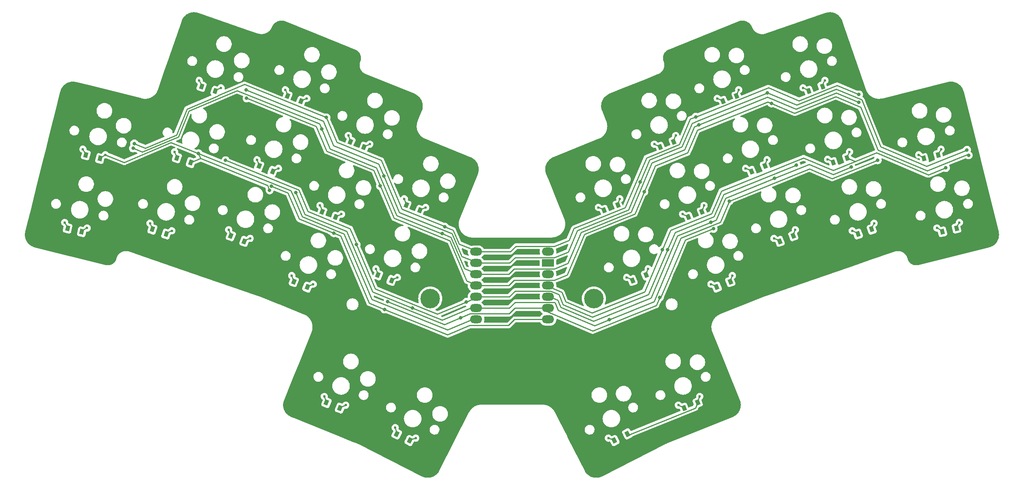
<source format=gtl>
G04 #@! TF.GenerationSoftware,KiCad,Pcbnew,7.0.5-0*
G04 #@! TF.CreationDate,2023-07-18T22:32:37-04:00*
G04 #@! TF.ProjectId,tern,7465726e-2e6b-4696-9361-645f70636258,v1.0.0*
G04 #@! TF.SameCoordinates,Original*
G04 #@! TF.FileFunction,Copper,L1,Top*
G04 #@! TF.FilePolarity,Positive*
%FSLAX46Y46*%
G04 Gerber Fmt 4.6, Leading zero omitted, Abs format (unit mm)*
G04 Created by KiCad (PCBNEW 7.0.5-0) date 2023-07-18 22:32:37*
%MOMM*%
%LPD*%
G01*
G04 APERTURE LIST*
G04 Aperture macros list*
%AMRotRect*
0 Rectangle, with rotation*
0 The origin of the aperture is its center*
0 $1 length*
0 $2 width*
0 $3 Rotation angle, in degrees counterclockwise*
0 Add horizontal line*
21,1,$1,$2,0,0,$3*%
G04 Aperture macros list end*
G04 #@! TA.AperFunction,SMDPad,CuDef*
%ADD10RotRect,0.900000X1.200000X202.000000*%
G04 #@! TD*
G04 #@! TA.AperFunction,ComponentPad*
%ADD11C,0.600000*%
G04 #@! TD*
G04 #@! TA.AperFunction,SMDPad,CuDef*
%ADD12RotRect,0.250000X1.000000X157.000000*%
G04 #@! TD*
G04 #@! TA.AperFunction,SMDPad,CuDef*
%ADD13RotRect,0.250000X1.000000X247.000000*%
G04 #@! TD*
G04 #@! TA.AperFunction,SMDPad,CuDef*
%ADD14RotRect,0.900000X1.200000X158.000000*%
G04 #@! TD*
G04 #@! TA.AperFunction,SMDPad,CuDef*
%ADD15RotRect,0.250000X1.000000X113.000000*%
G04 #@! TD*
G04 #@! TA.AperFunction,SMDPad,CuDef*
%ADD16RotRect,0.250000X1.000000X203.000000*%
G04 #@! TD*
G04 #@! TA.AperFunction,SMDPad,CuDef*
%ADD17RotRect,0.900000X1.200000X161.000000*%
G04 #@! TD*
G04 #@! TA.AperFunction,SMDPad,CuDef*
%ADD18RotRect,0.250000X1.000000X116.000000*%
G04 #@! TD*
G04 #@! TA.AperFunction,SMDPad,CuDef*
%ADD19RotRect,0.250000X1.000000X206.000000*%
G04 #@! TD*
G04 #@! TA.AperFunction,SMDPad,CuDef*
%ADD20RotRect,0.900000X1.200000X199.000000*%
G04 #@! TD*
G04 #@! TA.AperFunction,SMDPad,CuDef*
%ADD21RotRect,0.250000X1.000000X154.000000*%
G04 #@! TD*
G04 #@! TA.AperFunction,SMDPad,CuDef*
%ADD22RotRect,0.250000X1.000000X244.000000*%
G04 #@! TD*
G04 #@! TA.AperFunction,SMDPad,CuDef*
%ADD23RotRect,0.900000X1.200000X207.000000*%
G04 #@! TD*
G04 #@! TA.AperFunction,SMDPad,CuDef*
%ADD24RotRect,0.250000X1.000000X252.000000*%
G04 #@! TD*
G04 #@! TA.AperFunction,SMDPad,CuDef*
%ADD25RotRect,0.900000X1.200000X166.000000*%
G04 #@! TD*
G04 #@! TA.AperFunction,SMDPad,CuDef*
%ADD26RotRect,0.250000X1.000000X121.000000*%
G04 #@! TD*
G04 #@! TA.AperFunction,SMDPad,CuDef*
%ADD27RotRect,0.250000X1.000000X211.000000*%
G04 #@! TD*
G04 #@! TA.AperFunction,SMDPad,CuDef*
%ADD28RotRect,0.900000X1.200000X194.000000*%
G04 #@! TD*
G04 #@! TA.AperFunction,SMDPad,CuDef*
%ADD29RotRect,0.250000X1.000000X149.000000*%
G04 #@! TD*
G04 #@! TA.AperFunction,SMDPad,CuDef*
%ADD30RotRect,0.250000X1.000000X239.000000*%
G04 #@! TD*
G04 #@! TA.AperFunction,ComponentPad*
%ADD31C,4.400000*%
G04 #@! TD*
G04 #@! TA.AperFunction,ComponentPad*
%ADD32O,2.750000X1.800000*%
G04 #@! TD*
G04 #@! TA.AperFunction,ComponentPad*
%ADD33R,2.750000X1.800000*%
G04 #@! TD*
G04 #@! TA.AperFunction,SMDPad,CuDef*
%ADD34RotRect,0.900000X1.200000X153.000000*%
G04 #@! TD*
G04 #@! TA.AperFunction,SMDPad,CuDef*
%ADD35RotRect,0.250000X1.000000X108.000000*%
G04 #@! TD*
G04 #@! TA.AperFunction,SMDPad,CuDef*
%ADD36RotRect,0.250000X1.000000X198.000000*%
G04 #@! TD*
G04 #@! TA.AperFunction,ViaPad*
%ADD37C,0.800000*%
G04 #@! TD*
G04 #@! TA.AperFunction,Conductor*
%ADD38C,0.250000*%
G04 #@! TD*
G04 APERTURE END LIST*
D10*
X269257717Y-137159868D03*
X266198011Y-138396070D03*
D11*
X269726475Y-135784090D03*
D12*
X269533073Y-136239716D03*
D11*
X264905119Y-137732044D03*
D13*
X265360745Y-137925446D03*
D14*
X185421934Y-128087231D03*
X182362228Y-126851029D03*
D11*
X186714826Y-127423205D03*
D15*
X186259200Y-127616607D03*
D11*
X181893470Y-125475251D03*
D16*
X182086872Y-125930877D03*
D10*
X283427767Y-126851029D03*
X280368061Y-128087231D03*
D11*
X283896525Y-125475251D03*
D12*
X283703123Y-125930877D03*
D11*
X279075169Y-127423205D03*
D13*
X279530795Y-127616607D03*
D17*
X155096261Y-157953858D03*
X151976049Y-156879484D03*
D11*
X156352628Y-157223078D03*
D18*
X155907748Y-157440060D03*
D11*
X151435932Y-155530123D03*
D19*
X151652914Y-155975004D03*
D14*
X199591986Y-138396074D03*
X196532280Y-137159872D03*
D11*
X200884878Y-137732048D03*
D15*
X200429252Y-137925450D03*
D11*
X196063522Y-135784094D03*
D16*
X196256924Y-136239720D03*
D20*
X313813953Y-156879483D03*
X310693741Y-157953857D03*
D11*
X314354070Y-155530122D03*
D21*
X314137088Y-155975003D03*
D11*
X309437374Y-157223077D03*
D22*
X309882254Y-157440059D03*
D14*
X205801643Y-168407572D03*
X202741937Y-167171370D03*
D11*
X207094535Y-167743546D03*
D15*
X206638909Y-167936948D03*
D11*
X202273179Y-165795592D03*
D16*
X202466581Y-166251218D03*
D14*
X194188837Y-197150272D03*
X191129131Y-195914070D03*
D11*
X195481729Y-196486246D03*
D15*
X195026103Y-196679648D03*
D11*
X190660373Y-194538292D03*
D16*
X190853775Y-194993918D03*
D14*
X186855358Y-169920327D03*
X183795652Y-168684125D03*
D11*
X188148250Y-169256301D03*
D15*
X187692624Y-169449703D03*
D11*
X183326894Y-167308347D03*
D16*
X183520296Y-167763973D03*
D23*
X258844899Y-202963639D03*
X255904577Y-204461807D03*
D11*
X254558731Y-203912991D03*
D24*
X255029480Y-204065947D03*
D25*
X136106643Y-157457782D03*
X132904667Y-156659440D03*
D11*
X137294538Y-156620283D03*
D26*
X136870262Y-156875213D03*
D11*
X132249000Y-155362289D03*
D27*
X132503931Y-155786565D03*
D28*
X332885336Y-156659441D03*
X329683360Y-157457783D03*
D11*
X333541003Y-155362290D03*
D29*
X333286072Y-155786566D03*
D11*
X328495465Y-156620284D03*
D30*
X328919741Y-156875214D03*
D10*
X256679755Y-151409248D03*
X253620049Y-152645450D03*
D11*
X257148513Y-150033470D03*
D12*
X256955111Y-150489096D03*
D11*
X252327157Y-151981424D03*
D13*
X252782783Y-152174826D03*
D10*
X296164392Y-158375276D03*
X293104686Y-159611478D03*
D11*
X296633150Y-156999498D03*
D12*
X296439748Y-157455124D03*
D11*
X291811794Y-158947452D03*
D13*
X292267420Y-159140854D03*
D17*
X166165575Y-125806222D03*
X163045363Y-124731848D03*
D11*
X167421942Y-125075442D03*
D18*
X166977062Y-125292424D03*
D11*
X162505246Y-123382487D03*
D19*
X162722228Y-123827368D03*
D28*
X328772666Y-140164413D03*
X325570690Y-140962755D03*
D11*
X329428333Y-138867262D03*
D29*
X329173402Y-139291538D03*
D11*
X324382795Y-140125256D03*
D30*
X324807071Y-140380186D03*
D31*
X214496579Y-172513748D03*
D14*
X193223673Y-154158197D03*
X190163967Y-152921995D03*
D11*
X194516565Y-153494171D03*
D15*
X194060939Y-153687573D03*
D11*
X189695209Y-151546217D03*
D16*
X189888611Y-152001843D03*
D10*
X275626034Y-152921998D03*
X272566328Y-154158200D03*
D11*
X276094792Y-151546220D03*
D12*
X275901390Y-152001846D03*
D11*
X271273436Y-153494174D03*
D13*
X271729062Y-153687576D03*
D14*
X179053624Y-143849354D03*
X175993918Y-142613152D03*
D11*
X180346516Y-143185328D03*
D15*
X179890890Y-143378730D03*
D11*
X175525160Y-141237374D03*
D16*
X175718562Y-141693000D03*
D25*
X140219314Y-140962752D03*
X137017338Y-140164410D03*
D11*
X141407209Y-140125253D03*
D26*
X140982933Y-140380183D03*
D11*
X136361671Y-138867259D03*
D27*
X136616602Y-139291535D03*
D20*
X302744636Y-124731854D03*
X299624424Y-125806228D03*
D11*
X303284753Y-123382493D03*
D21*
X303067771Y-123827374D03*
D11*
X298368057Y-125075448D03*
D22*
X298812937Y-125292430D03*
D10*
X281994345Y-168684120D03*
X278934639Y-169920322D03*
D11*
X282463103Y-167308342D03*
D12*
X282269701Y-167763968D03*
D11*
X277641747Y-169256296D03*
D13*
X278097373Y-169449698D03*
D14*
X172685307Y-159611479D03*
X169625601Y-158375277D03*
D11*
X173978199Y-158947453D03*
D15*
X173522573Y-159140855D03*
D11*
X169156843Y-156999499D03*
D16*
X169350245Y-157455125D03*
D10*
X263048063Y-167171373D03*
X259988357Y-168407575D03*
D11*
X263516821Y-165795595D03*
D12*
X263323419Y-166251221D03*
D11*
X258695465Y-167743549D03*
D13*
X259151091Y-167936951D03*
D32*
X224800001Y-161949582D03*
X224800001Y-164489582D03*
X224800001Y-167029582D03*
X224800001Y-169569582D03*
X224800001Y-172109582D03*
X224800001Y-174649582D03*
X224800001Y-177189582D03*
X240990001Y-177189582D03*
X240990001Y-174649582D03*
X240990001Y-172109582D03*
X240990001Y-169569582D03*
X240990001Y-167029582D03*
D33*
X240990001Y-164489582D03*
D32*
X240990001Y-161949582D03*
D31*
X251293421Y-172513749D03*
D17*
X160630918Y-141880041D03*
X157510706Y-140805667D03*
D11*
X156970589Y-139456306D03*
D19*
X157187571Y-139901187D03*
D10*
X274660869Y-195914071D03*
X271601163Y-197150273D03*
D11*
X275129627Y-194538293D03*
D12*
X274936225Y-194993919D03*
D11*
X270308271Y-196486247D03*
D13*
X270763897Y-196679649D03*
D34*
X209885422Y-204461804D03*
X206945100Y-202963636D03*
D11*
X211231268Y-203912988D03*
D35*
X210760519Y-204065944D03*
D11*
X206598034Y-201552238D03*
D36*
X206750989Y-202022986D03*
D10*
X289796080Y-142613152D03*
X286736374Y-143849354D03*
D11*
X290264838Y-141237374D03*
D12*
X290071436Y-141693000D03*
D11*
X285443482Y-143185328D03*
D13*
X285899108Y-143378730D03*
D20*
X308279291Y-140805666D03*
X305159079Y-141880040D03*
D11*
X308819408Y-139456305D03*
D21*
X308602426Y-139901186D03*
D11*
X303902712Y-141149260D03*
D22*
X304347592Y-141366242D03*
D14*
X212169954Y-152645448D03*
X209110248Y-151409246D03*
D11*
X213462846Y-151981422D03*
D15*
X213007220Y-152174824D03*
D11*
X208641490Y-150033468D03*
D16*
X208834892Y-150489094D03*
D37*
X217188224Y-157896624D03*
X310898260Y-128324864D03*
X274891617Y-133419031D03*
X190047249Y-134334488D03*
X147633111Y-138652549D03*
X274216171Y-131570403D03*
X217787533Y-156328117D03*
X147923555Y-137592101D03*
X191109409Y-131717376D03*
X310934489Y-126563210D03*
X296865177Y-142413682D03*
X222630167Y-173232250D03*
X168450244Y-141382026D03*
X267888217Y-161465956D03*
X197893433Y-160352051D03*
X203222683Y-147131903D03*
X335607031Y-140219066D03*
X291256863Y-128543484D03*
X262632062Y-148456513D03*
X173186228Y-127414413D03*
X173024428Y-125504471D03*
X290325411Y-126180336D03*
X261739310Y-146242649D03*
X204072937Y-144913390D03*
X335222811Y-139025908D03*
X281807280Y-150535899D03*
X315146794Y-141336857D03*
X210452891Y-174593849D03*
X184240750Y-148655909D03*
X254781890Y-177255399D03*
X178347618Y-148129472D03*
X162349646Y-139806473D03*
X192795833Y-157753126D03*
X204194025Y-174922556D03*
X178723183Y-147203213D03*
X221298376Y-176808739D03*
X266115148Y-172255838D03*
X204913037Y-173142936D03*
X278216258Y-156797031D03*
X266738982Y-161478115D03*
X330479409Y-143072159D03*
X309229642Y-142907856D03*
X291951760Y-145412655D03*
X277597485Y-155321375D03*
D38*
X296743772Y-129826575D02*
X305789714Y-126171777D01*
X233377718Y-165784887D02*
X232133022Y-167029582D01*
X217188224Y-157896624D02*
X217174132Y-157902605D01*
X189536427Y-133131072D02*
X190047249Y-134334488D01*
X259667658Y-153030024D02*
X248411645Y-157577748D01*
X290358366Y-127116132D02*
X296743772Y-129826575D01*
X264359039Y-141977823D02*
X259667658Y-153030024D01*
X232133022Y-167029582D02*
X225275001Y-167029585D01*
X191940140Y-138793859D02*
X190047249Y-134334488D01*
X242417718Y-165784887D02*
X233377718Y-165784887D01*
X206934134Y-153765376D02*
X202367356Y-143006728D01*
X217188224Y-157896624D02*
X219135311Y-158683296D01*
X245447530Y-164560764D02*
X242417718Y-165784887D01*
X273925660Y-133809303D02*
X271720877Y-139003447D01*
X248411645Y-157577748D02*
X245447530Y-164560764D01*
X171000968Y-125642258D02*
X189536427Y-133131072D01*
X219135311Y-158683296D02*
X222140541Y-165763176D01*
X160178893Y-130235958D02*
X171000968Y-125642258D01*
X147633111Y-138652549D02*
X149732393Y-139500713D01*
X202367356Y-143006728D02*
X191940140Y-138793859D01*
X222140541Y-165763176D02*
X225275003Y-167029580D01*
X305789714Y-126171777D02*
X310879717Y-128332355D01*
X274891617Y-133419031D02*
X274919246Y-133353942D01*
X271720877Y-139003447D02*
X264359039Y-141977823D01*
X157823265Y-136066338D02*
X160178893Y-130235958D01*
X310879717Y-128332355D02*
X310898260Y-128324864D01*
X149732393Y-139500713D02*
X157823265Y-136066338D01*
X274919246Y-133353942D02*
X290358366Y-127116132D01*
X217174132Y-157902605D02*
X206934134Y-153765376D01*
X274891617Y-133419031D02*
X273925660Y-133809303D01*
X147923555Y-137592101D02*
X147939585Y-137629880D01*
X147939585Y-137629880D02*
X150395024Y-138621941D01*
X233750572Y-160724580D02*
X242423008Y-160724583D01*
X210202631Y-153172076D02*
X210202962Y-153171935D01*
X166723826Y-126842476D02*
X166738427Y-126806335D01*
X242423008Y-160724583D02*
X242441788Y-160743363D01*
X306029018Y-124480962D02*
X297452859Y-127945954D01*
X274216171Y-131570403D02*
X272974386Y-132072112D01*
X272974386Y-132072112D02*
X270539151Y-137809167D01*
X150395024Y-138621941D02*
X157398661Y-135649078D01*
X290561064Y-125020561D02*
X274281258Y-131598031D01*
X310934489Y-126563210D02*
X306029018Y-124480962D01*
X220980213Y-160214372D02*
X225275003Y-161949582D01*
X166738427Y-126806335D02*
X172695535Y-124277694D01*
X191109409Y-131717376D02*
X193479966Y-137302061D01*
X217787533Y-156328117D02*
X219650007Y-157080599D01*
X172695535Y-124277694D02*
X191109409Y-131717376D01*
X263123291Y-140805368D02*
X258352533Y-152044571D01*
X203447191Y-141329085D02*
X208116469Y-152329210D01*
X270539151Y-137809167D02*
X263123291Y-140805368D01*
X297452859Y-127945954D02*
X290561064Y-125020561D01*
X274281258Y-131598031D02*
X274216171Y-131570403D01*
X219650007Y-157080599D02*
X220980213Y-160214372D01*
X258352533Y-152044571D02*
X246826032Y-156701580D01*
X245676304Y-159410166D02*
X242423008Y-160724583D01*
X225275003Y-161949582D02*
X232525570Y-161949582D01*
X217740494Y-156217297D02*
X217787533Y-156328117D01*
X232525570Y-161949582D02*
X233750572Y-160724580D01*
X246826032Y-156701580D02*
X245676304Y-159410166D01*
X208116469Y-152329210D02*
X210202631Y-153172076D01*
X193479966Y-137302061D02*
X203447191Y-141329085D01*
X157398661Y-135649078D02*
X159762980Y-129797181D01*
X210202962Y-153171935D02*
X217740494Y-156217297D01*
X159762980Y-129797181D02*
X166723826Y-126842476D01*
X280475321Y-149035612D02*
X278334659Y-154078698D01*
X263588792Y-171565951D02*
X267873455Y-161471921D01*
X222630167Y-173232250D02*
X225275006Y-172109583D01*
X168452735Y-141387887D02*
X184901943Y-148033796D01*
X243423148Y-171592035D02*
X244333442Y-173845089D01*
X296865177Y-142413682D02*
X280475321Y-149035612D01*
X241544471Y-170794582D02*
X243423148Y-171592035D01*
X216113776Y-175998294D02*
X212267146Y-174444154D01*
X233568025Y-170794581D02*
X241544471Y-170794582D01*
X267873455Y-161471921D02*
X267888217Y-161465956D01*
X202134691Y-170343829D02*
X197893433Y-160352051D01*
X222630167Y-173232250D02*
X216113776Y-175998294D01*
X278334659Y-154078698D02*
X269551473Y-157627335D01*
X212263792Y-174436249D02*
X202134691Y-170343829D01*
X250972574Y-176663236D02*
X263588792Y-171565951D01*
X267929084Y-161449444D02*
X267888217Y-161465956D01*
X232253024Y-172109582D02*
X233568025Y-170794581D01*
X244333442Y-173845089D02*
X250972574Y-176663236D01*
X269551473Y-157627335D02*
X267929084Y-161449444D01*
X225275006Y-172109583D02*
X232253024Y-172109582D01*
X197947594Y-160217988D02*
X197893433Y-160352051D01*
X168450244Y-141382026D02*
X168452735Y-141387887D01*
X186963058Y-152889474D02*
X196466691Y-156729194D01*
X212267146Y-174444154D02*
X212263792Y-174436249D01*
X196466691Y-156729194D02*
X197947594Y-160217988D01*
X184901943Y-148033796D02*
X186963058Y-152889474D01*
X173186228Y-127414413D02*
X173205106Y-127406401D01*
X260494912Y-153439979D02*
X249152259Y-158022708D01*
X274574125Y-134604271D02*
X290436735Y-128195360D01*
X291256863Y-128543484D02*
X291258368Y-128542874D01*
X232163020Y-169569581D02*
X225275001Y-169569583D01*
X222720711Y-168537582D02*
X225275001Y-169569584D01*
X233388019Y-168344584D02*
X232163020Y-169569581D01*
X242387411Y-168344583D02*
X233388019Y-168344584D01*
X262632062Y-148456513D02*
X262605757Y-148467141D01*
X245259300Y-167193949D02*
X242399096Y-168349547D01*
X315198931Y-139022787D02*
X326298046Y-143734082D01*
X335310038Y-140093000D02*
X335607031Y-140219066D01*
X218870006Y-159465902D02*
X222720711Y-168537582D01*
X291258368Y-128542874D02*
X296459150Y-130750476D01*
X188805436Y-133709348D02*
X191198093Y-139346098D01*
X206375940Y-154417966D02*
X218870006Y-159465902D01*
X201795807Y-143627851D02*
X206375940Y-154417966D01*
X242399096Y-168349547D02*
X242387411Y-168344583D01*
X173205106Y-127406401D02*
X188805436Y-133709348D01*
X265098067Y-142649917D02*
X272413548Y-139694271D01*
X296459150Y-130750476D02*
X305725497Y-127006628D01*
X311300132Y-129372919D02*
X315198931Y-139022787D01*
X272413548Y-139694271D02*
X274574125Y-134604271D01*
X305725497Y-127006628D02*
X311300132Y-129372919D01*
X262605757Y-148467141D02*
X260494912Y-153439979D01*
X191198093Y-139346098D02*
X201795807Y-143627851D01*
X290436735Y-128195360D02*
X291256863Y-128543484D01*
X262632062Y-148456513D02*
X262633572Y-148455902D01*
X262633572Y-148455902D02*
X265098067Y-142649917D01*
X249152259Y-158022708D02*
X245259300Y-167193949D01*
X326298046Y-143734082D02*
X335310038Y-140093000D01*
X202900165Y-142175821D02*
X192747500Y-138073879D01*
X173027601Y-125511961D02*
X173024428Y-125504471D01*
X335217640Y-139023713D02*
X335222811Y-139025908D01*
X204059969Y-144908154D02*
X202900165Y-142175821D01*
X326130613Y-142695109D02*
X335217640Y-139023713D01*
X204087788Y-144919393D02*
X207552980Y-153082877D01*
X232363022Y-164489581D02*
X233588021Y-163264581D01*
X290325411Y-126180336D02*
X290399586Y-126150368D01*
X271149065Y-138339291D02*
X263840712Y-141292057D01*
X207552980Y-153082877D02*
X219384697Y-157863203D01*
X204072937Y-144913390D02*
X204059969Y-144908154D01*
X192747500Y-138073879D02*
X190393523Y-132528250D01*
X290325411Y-126180336D02*
X274790729Y-132456755D01*
X296915174Y-128916071D02*
X305829192Y-125314573D01*
X305829192Y-125314573D02*
X311544305Y-127740494D01*
X190393523Y-132528250D02*
X173027601Y-125511961D01*
X290399586Y-126150368D02*
X296915174Y-128916071D01*
X221560376Y-162988778D02*
X225275004Y-164489580D01*
X225275003Y-164489581D02*
X232363022Y-164489581D01*
X263840712Y-141292057D02*
X261739310Y-146242649D01*
X242433008Y-163264582D02*
X242441791Y-163273362D01*
X242433008Y-163264582D02*
X245538275Y-162009975D01*
X233588021Y-163264581D02*
X242433008Y-163264582D01*
X245538275Y-162009975D02*
X247596092Y-157162059D01*
X273411868Y-133008459D02*
X271149065Y-138339291D01*
X315817710Y-138317541D02*
X326130613Y-142695109D01*
X274790729Y-132456755D02*
X274784220Y-132453993D01*
X247596092Y-157162059D02*
X259072485Y-152525298D01*
X259072485Y-152525298D02*
X261739310Y-146242649D01*
X204072937Y-144913390D02*
X204087788Y-144919393D01*
X219384697Y-157863203D02*
X221560376Y-162988778D01*
X311544305Y-127740494D02*
X315817710Y-138317541D01*
X274784220Y-132453993D02*
X273411868Y-133008459D01*
X224359487Y-174279690D02*
X225275003Y-174649584D01*
X254755855Y-177244347D02*
X251460583Y-178575723D01*
X277590365Y-156160117D02*
X278224051Y-155904090D01*
X186299802Y-153516686D02*
X184238687Y-148661009D01*
X270898712Y-158869112D02*
X277587602Y-156166626D01*
X304925699Y-145466447D02*
X299770609Y-143278241D01*
X277587602Y-156166626D02*
X277590365Y-156160117D01*
X243251437Y-175091148D02*
X242571489Y-173408216D01*
X242571489Y-173408216D02*
X242398019Y-173334582D01*
X254787416Y-177242381D02*
X264820361Y-173188808D01*
X278224051Y-155904090D02*
X278230561Y-155906851D01*
X201511560Y-170987250D02*
X195709498Y-157318453D01*
X217198620Y-177319302D02*
X224359487Y-174279690D01*
X278230561Y-155906851D02*
X279762589Y-155287873D01*
X315146794Y-141336857D02*
X304925699Y-145466447D01*
X210452891Y-174593849D02*
X217198620Y-177319302D01*
X184238687Y-148661009D02*
X184240750Y-148655909D01*
X264820361Y-173188808D02*
X270898712Y-158869112D01*
X254781890Y-177255399D02*
X254787416Y-177242381D01*
X254781890Y-177255399D02*
X254755855Y-177244347D01*
X233588023Y-173334583D02*
X232273024Y-174649583D01*
X279762589Y-155287873D02*
X281773971Y-150549357D01*
X232273024Y-174649583D02*
X225275003Y-174649584D01*
X210452891Y-174593849D02*
X210445733Y-174596888D01*
X299770609Y-143278241D02*
X281807280Y-150535899D01*
X281773971Y-150549357D02*
X281807280Y-150535899D01*
X210445733Y-174596888D02*
X201511560Y-170987250D01*
X251460583Y-178575723D02*
X243251437Y-175091148D01*
X195709498Y-157318453D02*
X186299802Y-153516686D01*
X242398019Y-173334582D02*
X233588023Y-173334583D01*
X162829563Y-140946769D02*
X162831566Y-140941814D01*
X162349646Y-139806473D02*
X183166901Y-148217191D01*
X224601208Y-176917351D02*
X225275003Y-177189583D01*
X156174013Y-137363905D02*
X145639898Y-141835372D01*
X183625265Y-149297029D02*
X185659025Y-154088270D01*
X177947683Y-147187287D02*
X177881241Y-147030757D01*
X185659025Y-154088270D02*
X195097758Y-157901763D01*
X183614858Y-149292824D02*
X183625265Y-149297029D01*
X183166901Y-148217191D02*
X183352013Y-148653291D01*
X160630915Y-141880040D02*
X162829563Y-140946769D01*
X177881241Y-147030757D02*
X162835912Y-140952051D01*
X162835912Y-140952051D02*
X162831566Y-140941814D01*
X183352013Y-148653291D02*
X183347809Y-148663703D01*
X145639898Y-141835372D02*
X141407207Y-140125253D01*
X218368299Y-179563065D02*
X224601208Y-176917351D01*
X162349646Y-139806473D02*
X162286219Y-139833397D01*
X162831566Y-140941814D02*
X162349646Y-139806473D01*
X177938478Y-147210060D02*
X177947683Y-147187287D01*
X183347809Y-148663703D02*
X183614858Y-149292824D01*
X178173157Y-147762926D02*
X177938478Y-147210060D01*
X162286219Y-139833397D02*
X156174013Y-137363905D01*
X178195935Y-147772129D02*
X178173157Y-147762926D01*
X201378745Y-172698839D02*
X218368299Y-179563065D01*
X178347618Y-148129472D02*
X178195935Y-147772129D01*
X195097758Y-157901763D02*
X201378745Y-172698839D01*
X232107715Y-178544890D02*
X233463026Y-177189584D01*
X178723183Y-147203213D02*
X182492192Y-148725994D01*
X223397714Y-178544890D02*
X232107715Y-178544890D01*
X233463026Y-177189584D02*
X240515004Y-177189584D01*
X218405010Y-180664167D02*
X223397714Y-178544890D01*
X184984316Y-154597063D02*
X192795833Y-157753126D01*
X192803821Y-157749734D02*
X192795833Y-157753126D01*
X194326934Y-158365114D02*
X192803821Y-157749734D01*
X204194025Y-174922556D02*
X218405010Y-180664167D01*
X200767507Y-173538153D02*
X194326934Y-158365114D01*
X182492192Y-148725994D02*
X184984316Y-154597063D01*
X204194025Y-174922556D02*
X200767507Y-173538153D01*
X204913037Y-173142936D02*
X204915173Y-173147968D01*
X233523023Y-174649584D02*
X240515005Y-174649583D01*
X266115148Y-172255838D02*
X266393302Y-172143455D01*
X266393302Y-172143455D02*
X271857287Y-159271114D01*
X217727503Y-178324486D02*
X223427713Y-175904888D01*
X240855063Y-175491267D02*
X240515002Y-174649584D01*
X232267714Y-175904889D02*
X233523023Y-174649584D01*
X251038652Y-179813945D02*
X240855063Y-175491267D01*
X204915173Y-173147968D02*
X217727503Y-178324486D01*
X271857287Y-159271114D02*
X278101463Y-156748301D01*
X265363642Y-174026272D02*
X251038652Y-179813945D01*
X266115148Y-172255838D02*
X265363642Y-174026272D01*
X223427713Y-175904888D02*
X232267714Y-175904889D01*
X278101463Y-156748301D02*
X278216258Y-156797031D01*
X258844897Y-202963639D02*
X259253037Y-203136884D01*
X310093539Y-141575767D02*
X310103065Y-141599345D01*
X266738982Y-161478115D02*
X268588346Y-157121280D01*
X314859517Y-139677612D02*
X326573917Y-144650080D01*
X326573917Y-144650080D02*
X330479409Y-143072159D01*
X279999673Y-148255986D02*
X298459903Y-140797568D01*
X244067279Y-171077434D02*
X244931060Y-173215365D01*
X274149735Y-197118228D02*
X274660869Y-195914071D01*
X308279294Y-140805666D02*
X310093539Y-141575767D01*
X277819757Y-153391550D02*
X279999673Y-148255986D01*
X305105544Y-143618476D02*
X310103065Y-141599345D01*
X240515000Y-169569581D02*
X244067279Y-171077434D01*
X259253037Y-203136884D02*
X274149735Y-197118228D01*
X262719977Y-170946294D02*
X266738982Y-161478115D01*
X310103065Y-141599345D02*
X314859517Y-139677612D01*
X298459903Y-140797568D02*
X305105544Y-143618476D01*
X244931060Y-173215365D02*
X250867226Y-175735117D01*
X250867226Y-175735117D02*
X262719977Y-170946294D01*
X268588346Y-157121280D02*
X277819757Y-153391550D01*
X240988528Y-171918266D02*
X240515000Y-172109581D01*
X299702160Y-142281290D02*
X291951760Y-145412655D01*
X277597485Y-155321375D02*
X270133655Y-158336959D01*
X305104591Y-144574485D02*
X299702160Y-142281290D01*
X270133655Y-158336959D02*
X264176872Y-172370260D01*
X251182437Y-177620352D02*
X243806439Y-174489428D01*
X243806439Y-174489428D02*
X243135896Y-172829768D01*
X309229642Y-142907856D02*
X305104591Y-144574485D01*
X278814852Y-154829527D02*
X277597485Y-155321375D01*
X264176872Y-172370260D02*
X251182437Y-177620352D01*
X243135896Y-172829768D02*
X240988528Y-171918266D01*
X291951760Y-145412655D02*
X280920171Y-149869707D01*
X280920171Y-149869707D02*
X278814852Y-154829527D01*
G04 #@! TA.AperFunction,NonConductor*
G36*
X304497754Y-108024584D02*
G01*
X304637337Y-108030724D01*
X304640291Y-108030925D01*
X304778899Y-108043850D01*
X304781827Y-108044194D01*
X304919140Y-108063780D01*
X304922038Y-108064265D01*
X305057867Y-108090420D01*
X305060773Y-108091053D01*
X305194838Y-108123641D01*
X305197716Y-108124414D01*
X305329816Y-108163334D01*
X305332634Y-108164238D01*
X305462575Y-108209389D01*
X305465332Y-108210421D01*
X305592909Y-108261705D01*
X305595573Y-108262851D01*
X305720482Y-108320126D01*
X305723121Y-108321413D01*
X305845155Y-108384583D01*
X305847688Y-108385970D01*
X305966639Y-108454923D01*
X305969147Y-108456458D01*
X306084739Y-108531065D01*
X306087194Y-108532734D01*
X306185259Y-108602896D01*
X306199189Y-108612862D01*
X306201568Y-108614652D01*
X306230867Y-108637823D01*
X306309785Y-108700235D01*
X306312085Y-108702146D01*
X306416278Y-108793054D01*
X306418474Y-108795067D01*
X306518399Y-108891162D01*
X306520526Y-108893310D01*
X306615984Y-108994514D01*
X306618015Y-108996776D01*
X306708758Y-109102961D01*
X306710687Y-109105334D01*
X306796485Y-109216381D01*
X306798304Y-109218860D01*
X306878975Y-109334720D01*
X306880676Y-109337298D01*
X306955949Y-109457783D01*
X306957530Y-109460462D01*
X307027209Y-109585546D01*
X307028657Y-109588306D01*
X307092492Y-109717810D01*
X307093805Y-109720653D01*
X307151615Y-109854585D01*
X307152782Y-109857489D01*
X307156513Y-109867496D01*
X307204906Y-109997313D01*
X307205434Y-109998784D01*
X312509178Y-125401716D01*
X312510237Y-125407923D01*
X312524806Y-125447158D01*
X312525304Y-125448551D01*
X312530923Y-125464868D01*
X312533310Y-125470063D01*
X312559656Y-125541013D01*
X312562039Y-125552483D01*
X312575936Y-125585057D01*
X312577032Y-125587805D01*
X312580519Y-125597196D01*
X312580718Y-125597536D01*
X312584253Y-125604554D01*
X312615326Y-125677390D01*
X312618243Y-125688697D01*
X312633679Y-125720590D01*
X312634898Y-125723268D01*
X312638845Y-125732520D01*
X312639050Y-125732834D01*
X312642927Y-125739695D01*
X312676893Y-125809873D01*
X312680336Y-125821004D01*
X312697288Y-125852172D01*
X312698629Y-125854784D01*
X312703002Y-125863819D01*
X312703211Y-125864108D01*
X312707408Y-125870777D01*
X312744162Y-125938349D01*
X312748114Y-125949265D01*
X312766525Y-125979608D01*
X312767984Y-125982145D01*
X312772800Y-125990999D01*
X312773007Y-125991259D01*
X312777526Y-125997738D01*
X312794837Y-126026267D01*
X312816934Y-126062682D01*
X312821376Y-126073355D01*
X312841241Y-126102874D01*
X312842809Y-126105326D01*
X312848036Y-126113941D01*
X312848232Y-126114164D01*
X312853053Y-126120425D01*
X312895010Y-126182771D01*
X312899918Y-126193161D01*
X312906703Y-126202291D01*
X312906703Y-126202292D01*
X312921195Y-126221795D01*
X312922821Y-126224094D01*
X312928490Y-126232517D01*
X312928491Y-126232518D01*
X312928493Y-126232520D01*
X312928667Y-126232701D01*
X312933792Y-126238749D01*
X312978184Y-126298491D01*
X312983562Y-126308626D01*
X313006143Y-126336232D01*
X313007915Y-126338503D01*
X313010867Y-126342475D01*
X313013955Y-126346630D01*
X313013959Y-126346632D01*
X313014123Y-126346788D01*
X313019526Y-126352591D01*
X313061512Y-126403920D01*
X313066261Y-126409726D01*
X313072073Y-126419548D01*
X313095976Y-126446158D01*
X313097841Y-126448333D01*
X313104239Y-126456156D01*
X313104242Y-126456158D01*
X313104244Y-126456161D01*
X313104246Y-126456162D01*
X313104384Y-126456280D01*
X313110067Y-126461844D01*
X313159041Y-126516364D01*
X313165270Y-126525864D01*
X313190403Y-126551375D01*
X313192341Y-126553434D01*
X313199135Y-126560998D01*
X313199138Y-126560999D01*
X313199259Y-126561095D01*
X313205210Y-126566405D01*
X313256319Y-126618283D01*
X313262960Y-126627462D01*
X313289273Y-126651827D01*
X313291318Y-126653809D01*
X313298441Y-126661040D01*
X313298553Y-126661120D01*
X313304742Y-126666151D01*
X313330673Y-126690162D01*
X313357902Y-126715376D01*
X313364902Y-126724175D01*
X313392350Y-126747363D01*
X313394462Y-126749231D01*
X313401945Y-126756160D01*
X313401947Y-126756161D01*
X313401949Y-126756163D01*
X313401951Y-126756163D01*
X313402028Y-126756213D01*
X313408457Y-126760969D01*
X313423489Y-126773667D01*
X313463578Y-126807534D01*
X313470976Y-126816008D01*
X313480163Y-126823079D01*
X313480164Y-126823080D01*
X313495978Y-126835250D01*
X313499455Y-126837926D01*
X313501651Y-126839697D01*
X313505592Y-126843025D01*
X313509435Y-126846272D01*
X313509442Y-126846274D01*
X313509502Y-126846310D01*
X313516141Y-126850767D01*
X313573160Y-126894649D01*
X313580911Y-126902754D01*
X313590434Y-126909417D01*
X313590435Y-126909418D01*
X313610396Y-126923385D01*
X313612645Y-126925036D01*
X313620738Y-126931264D01*
X313620742Y-126931265D01*
X313620796Y-126931294D01*
X313627652Y-126935459D01*
X313686435Y-126976590D01*
X313694533Y-126984323D01*
X313704359Y-126990555D01*
X313704360Y-126990557D01*
X313724978Y-127003634D01*
X313727238Y-127005140D01*
X313735629Y-127011012D01*
X313735636Y-127011013D01*
X313735670Y-127011030D01*
X313742698Y-127014874D01*
X313803206Y-127053254D01*
X313811625Y-127060596D01*
X313842892Y-127078501D01*
X313845293Y-127079949D01*
X313847355Y-127081257D01*
X313853912Y-127085416D01*
X313853917Y-127085417D01*
X313853945Y-127085429D01*
X313861148Y-127088955D01*
X313923268Y-127124530D01*
X313932016Y-127131488D01*
X313942387Y-127136821D01*
X313942388Y-127136822D01*
X313954939Y-127143275D01*
X313964070Y-127147970D01*
X313966529Y-127149305D01*
X313975381Y-127154374D01*
X313975388Y-127154375D01*
X313975412Y-127154384D01*
X313982768Y-127157582D01*
X314008397Y-127170759D01*
X314046441Y-127190319D01*
X314055497Y-127196876D01*
X314066086Y-127201727D01*
X314066087Y-127201729D01*
X314088255Y-127211886D01*
X314090732Y-127213089D01*
X314095392Y-127215485D01*
X314099837Y-127217771D01*
X314099889Y-127217787D01*
X314107379Y-127220648D01*
X314172499Y-127250485D01*
X314181853Y-127256635D01*
X314192654Y-127261004D01*
X314192655Y-127261005D01*
X314196302Y-127262480D01*
X314215250Y-127270145D01*
X314217825Y-127271255D01*
X314222599Y-127273442D01*
X314227093Y-127275501D01*
X314227097Y-127275501D01*
X314227141Y-127275513D01*
X314234745Y-127278029D01*
X314301271Y-127304938D01*
X314310904Y-127310663D01*
X314321876Y-127314532D01*
X314321877Y-127314533D01*
X314344871Y-127322641D01*
X314347445Y-127323615D01*
X314356932Y-127327453D01*
X314356941Y-127327453D01*
X314356985Y-127327463D01*
X314364691Y-127329631D01*
X314432524Y-127353551D01*
X314442446Y-127358855D01*
X314453553Y-127362211D01*
X314453554Y-127362212D01*
X314476902Y-127369268D01*
X314479515Y-127370123D01*
X314489146Y-127373520D01*
X314489154Y-127373519D01*
X314489224Y-127373532D01*
X314497025Y-127375350D01*
X314566092Y-127396223D01*
X314576265Y-127401077D01*
X314587493Y-127403918D01*
X314587494Y-127403919D01*
X314611107Y-127409894D01*
X314613794Y-127410639D01*
X314623558Y-127413591D01*
X314623566Y-127413590D01*
X314623657Y-127413602D01*
X314631523Y-127415060D01*
X314701763Y-127432835D01*
X314712194Y-127437239D01*
X314723489Y-127439552D01*
X314723490Y-127439553D01*
X314747317Y-127444432D01*
X314747322Y-127444433D01*
X314750092Y-127445067D01*
X314759930Y-127447556D01*
X314759931Y-127447556D01*
X314759939Y-127447558D01*
X314759946Y-127447557D01*
X314760065Y-127447566D01*
X314767967Y-127448660D01*
X314839317Y-127463270D01*
X314849976Y-127467203D01*
X314861343Y-127468989D01*
X314861344Y-127468990D01*
X314885344Y-127472762D01*
X314888130Y-127473265D01*
X314898111Y-127475310D01*
X314898116Y-127475309D01*
X314898267Y-127475314D01*
X314906220Y-127476043D01*
X314978584Y-127487419D01*
X314989466Y-127490873D01*
X315000850Y-127492126D01*
X315000851Y-127492127D01*
X315022416Y-127494500D01*
X315025008Y-127494786D01*
X315027852Y-127495166D01*
X315031741Y-127495777D01*
X315037853Y-127496738D01*
X315037858Y-127496736D01*
X315038036Y-127496734D01*
X315045996Y-127497096D01*
X315119344Y-127505169D01*
X315130409Y-127508123D01*
X315141811Y-127508844D01*
X315141812Y-127508845D01*
X315166069Y-127510378D01*
X315168881Y-127510622D01*
X315178973Y-127511733D01*
X315178985Y-127511729D01*
X315179181Y-127511718D01*
X315187129Y-127511710D01*
X315261399Y-127516406D01*
X315272655Y-127518856D01*
X315284024Y-127519041D01*
X315284025Y-127519042D01*
X315308318Y-127519439D01*
X315311138Y-127519551D01*
X315321258Y-127520192D01*
X315321265Y-127520189D01*
X315321508Y-127520163D01*
X315329438Y-127519784D01*
X315404557Y-127521014D01*
X315415971Y-127522943D01*
X315427281Y-127522595D01*
X315427282Y-127522596D01*
X315428259Y-127522565D01*
X315451531Y-127521852D01*
X315454443Y-127521831D01*
X315464508Y-127521996D01*
X315464517Y-127521992D01*
X315464797Y-127521949D01*
X315472674Y-127521202D01*
X315548599Y-127518871D01*
X315560119Y-127520263D01*
X315571377Y-127519384D01*
X315571378Y-127519385D01*
X315595545Y-127517498D01*
X315598455Y-127517340D01*
X315608523Y-127517032D01*
X315608532Y-127517028D01*
X315608830Y-127516967D01*
X315616640Y-127515853D01*
X315693317Y-127509869D01*
X315704934Y-127510719D01*
X315716104Y-127509312D01*
X315716105Y-127509313D01*
X315740136Y-127506286D01*
X315743049Y-127505990D01*
X315748080Y-127505597D01*
X315753082Y-127505207D01*
X315753090Y-127505202D01*
X315753420Y-127505119D01*
X315761165Y-127503638D01*
X315838518Y-127493898D01*
X315850217Y-127494196D01*
X315861256Y-127492267D01*
X315861257Y-127492268D01*
X315885158Y-127488093D01*
X315887990Y-127487668D01*
X315897980Y-127486411D01*
X315897986Y-127486407D01*
X315898327Y-127486303D01*
X315905983Y-127484457D01*
X315959873Y-127475047D01*
X315983989Y-127470836D01*
X315995697Y-127470576D01*
X316006632Y-127468124D01*
X316006634Y-127468125D01*
X316030271Y-127462824D01*
X316033090Y-127462262D01*
X316043030Y-127460527D01*
X316043038Y-127460522D01*
X316043384Y-127460397D01*
X316050942Y-127458189D01*
X316128269Y-127440850D01*
X316134517Y-127440488D01*
X316150088Y-127436604D01*
X316150091Y-127436606D01*
X316175264Y-127430328D01*
X316176557Y-127430023D01*
X316187998Y-127427459D01*
X316188000Y-127427457D01*
X316193521Y-127426220D01*
X316198924Y-127424429D01*
X330951182Y-123746320D01*
X330952592Y-123745986D01*
X331092914Y-123714643D01*
X331095896Y-123714054D01*
X331235248Y-123690100D01*
X331238227Y-123689664D01*
X331378096Y-123672673D01*
X331381077Y-123672385D01*
X331521172Y-123662319D01*
X331524184Y-123662177D01*
X331664322Y-123659003D01*
X331667265Y-123659008D01*
X331807133Y-123662684D01*
X331810120Y-123662835D01*
X331949491Y-123673325D01*
X331952446Y-123673620D01*
X332091078Y-123690894D01*
X332094000Y-123691331D01*
X332231599Y-123715337D01*
X332234566Y-123715930D01*
X332370862Y-123746627D01*
X332373767Y-123747355D01*
X332508637Y-123784736D01*
X332511456Y-123785593D01*
X332644531Y-123829601D01*
X332647364Y-123830615D01*
X332778408Y-123881199D01*
X332781202Y-123882358D01*
X332909945Y-123939478D01*
X332912689Y-123940777D01*
X333038963Y-124004439D01*
X333041624Y-124005864D01*
X333165138Y-124076001D01*
X333167733Y-124077561D01*
X333287625Y-124153732D01*
X333290160Y-124155433D01*
X333405617Y-124237070D01*
X333408033Y-124238869D01*
X333410663Y-124240930D01*
X333518911Y-124325770D01*
X333521245Y-124327693D01*
X333627432Y-124419683D01*
X333629638Y-124421690D01*
X333730966Y-124518550D01*
X333733088Y-124520680D01*
X333753959Y-124542682D01*
X333829351Y-124622162D01*
X333831375Y-124624402D01*
X333922504Y-124730356D01*
X333924422Y-124732699D01*
X334010202Y-124842887D01*
X334011998Y-124845314D01*
X334092329Y-124959570D01*
X334093991Y-124962060D01*
X334168711Y-125080180D01*
X334170245Y-125082741D01*
X334239169Y-125204475D01*
X334240588Y-125207130D01*
X334303576Y-125332284D01*
X334304874Y-125335029D01*
X334361794Y-125463422D01*
X334362961Y-125466238D01*
X334371407Y-125488134D01*
X334405226Y-125575816D01*
X334413642Y-125597634D01*
X334414672Y-125600514D01*
X334458975Y-125734743D01*
X334459864Y-125737680D01*
X334498098Y-125876205D01*
X334498492Y-125877702D01*
X342359995Y-157408720D01*
X342360347Y-157410210D01*
X342391675Y-157550535D01*
X342392269Y-157553547D01*
X342416211Y-157692893D01*
X342416654Y-157695915D01*
X342433643Y-157835762D01*
X342433936Y-157838799D01*
X342443995Y-157978902D01*
X342444138Y-157981925D01*
X342447118Y-158113466D01*
X342447312Y-158122004D01*
X342447306Y-158125040D01*
X342443624Y-158264858D01*
X342443471Y-158267881D01*
X342440199Y-158311341D01*
X342433073Y-158406003D01*
X342432982Y-158407207D01*
X342432681Y-158410217D01*
X342415421Y-158548777D01*
X342414974Y-158551770D01*
X342390968Y-158689350D01*
X342390376Y-158692318D01*
X342359674Y-158828618D01*
X342358937Y-158831556D01*
X342321571Y-158966354D01*
X342320690Y-158969255D01*
X342276707Y-159102283D01*
X342275685Y-159105137D01*
X342261436Y-159142058D01*
X342225109Y-159236184D01*
X342223941Y-159239002D01*
X342166817Y-159367775D01*
X342165510Y-159370535D01*
X342101856Y-159496852D01*
X342100407Y-159499558D01*
X342030308Y-159623051D01*
X342028719Y-159625694D01*
X341952576Y-159745537D01*
X341950866Y-159748086D01*
X341869260Y-159863485D01*
X341867436Y-159865935D01*
X341780536Y-159976806D01*
X341778597Y-159979159D01*
X341686653Y-160085275D01*
X341684609Y-160087522D01*
X341587789Y-160188788D01*
X341585638Y-160190930D01*
X341484150Y-160287173D01*
X341481915Y-160289192D01*
X341391514Y-160366913D01*
X341375980Y-160380268D01*
X341373637Y-160382185D01*
X341263438Y-160467939D01*
X341261012Y-160469734D01*
X341146764Y-160550031D01*
X341144247Y-160551709D01*
X341026176Y-160626365D01*
X341023578Y-160627920D01*
X340901867Y-160696799D01*
X340899195Y-160698227D01*
X340774024Y-160761199D01*
X340771280Y-160762496D01*
X340642912Y-160819385D01*
X340640098Y-160820551D01*
X340508692Y-160871221D01*
X340505815Y-160872250D01*
X340371572Y-160916551D01*
X340368635Y-160917441D01*
X340230127Y-160955665D01*
X340228632Y-160956058D01*
X324277591Y-164933138D01*
X324276061Y-164933499D01*
X324177825Y-164955363D01*
X324174749Y-164955966D01*
X324078294Y-164972369D01*
X324075191Y-164972816D01*
X324002087Y-164981474D01*
X323979048Y-164984202D01*
X323975949Y-164984490D01*
X323880147Y-164990978D01*
X323877038Y-164991110D01*
X323781794Y-164992771D01*
X323778706Y-164992748D01*
X323684105Y-164989684D01*
X323681033Y-164989508D01*
X323587245Y-164981801D01*
X323584206Y-164981476D01*
X323491331Y-164969212D01*
X323488329Y-164968740D01*
X323396577Y-164952015D01*
X323393619Y-164951401D01*
X323303037Y-164930284D01*
X323300137Y-164929534D01*
X323210977Y-164904132D01*
X323208116Y-164903242D01*
X323151471Y-164884102D01*
X323120443Y-164873617D01*
X323117674Y-164872607D01*
X323031663Y-164838866D01*
X323028955Y-164837728D01*
X322983000Y-164817110D01*
X322944753Y-164799950D01*
X322942078Y-164798673D01*
X322880628Y-164767494D01*
X322859857Y-164756954D01*
X322857255Y-164755555D01*
X322777155Y-164709975D01*
X322774623Y-164708453D01*
X322714515Y-164670350D01*
X322696767Y-164659099D01*
X322694358Y-164657491D01*
X322631181Y-164613086D01*
X322618909Y-164604460D01*
X322616524Y-164602698D01*
X322543650Y-164546085D01*
X322541349Y-164544208D01*
X322540420Y-164543412D01*
X322471182Y-164484098D01*
X322468984Y-164482121D01*
X322416072Y-164432187D01*
X322401699Y-164418623D01*
X322399582Y-164416526D01*
X322335292Y-164349705D01*
X322333262Y-164347490D01*
X322272100Y-164277424D01*
X322270168Y-164275099D01*
X322233645Y-164228895D01*
X322212321Y-164201918D01*
X322210502Y-164199496D01*
X322199278Y-164183768D01*
X322156075Y-164123228D01*
X322154403Y-164120759D01*
X322117885Y-164063860D01*
X322103547Y-164041519D01*
X322101950Y-164038891D01*
X322062722Y-163970537D01*
X322054830Y-163956784D01*
X322053367Y-163954080D01*
X322010138Y-163869211D01*
X322008811Y-163866437D01*
X321969551Y-163778762D01*
X321968356Y-163775900D01*
X321959774Y-163753821D01*
X321933252Y-163685583D01*
X321932211Y-163682691D01*
X321901407Y-163589803D01*
X321900509Y-163586848D01*
X321885797Y-163533603D01*
X321882248Y-163501672D01*
X321882099Y-163500632D01*
X321881005Y-163495082D01*
X321878014Y-163486974D01*
X321877391Y-163484416D01*
X321876655Y-163479152D01*
X321875238Y-163474902D01*
X321874324Y-163472659D01*
X321867083Y-163458922D01*
X321866528Y-163458051D01*
X321865845Y-163456429D01*
X321867434Y-163455759D01*
X321865092Y-163450015D01*
X321859806Y-163440550D01*
X321855032Y-163423335D01*
X321853490Y-163410765D01*
X321842621Y-163378264D01*
X321841674Y-163375168D01*
X321841508Y-163374570D01*
X321839075Y-163365796D01*
X321839073Y-163365793D01*
X321838624Y-163364850D01*
X321835779Y-163357810D01*
X321820475Y-163312046D01*
X321818284Y-163299593D01*
X321805724Y-163267674D01*
X321804617Y-163264630D01*
X321801536Y-163255416D01*
X321801536Y-163255415D01*
X321801534Y-163255412D01*
X321801041Y-163254503D01*
X321797836Y-163247624D01*
X321780335Y-163203148D01*
X321777506Y-163190862D01*
X321773186Y-163181363D01*
X321773187Y-163181363D01*
X321763285Y-163159589D01*
X321762026Y-163156617D01*
X321759952Y-163151346D01*
X321758467Y-163147570D01*
X321757940Y-163146709D01*
X321754370Y-163139985D01*
X321734751Y-163096843D01*
X321731304Y-163084764D01*
X321715463Y-163054225D01*
X321714062Y-163051345D01*
X321713049Y-163049119D01*
X321710021Y-163042460D01*
X321710017Y-163042456D01*
X321709463Y-163041647D01*
X321705553Y-163035122D01*
X321683853Y-162993290D01*
X321679793Y-162981427D01*
X321662387Y-162951729D01*
X321660839Y-162948925D01*
X321660837Y-162948922D01*
X321656344Y-162940259D01*
X321656340Y-162940255D01*
X321655758Y-162939494D01*
X321651512Y-162933176D01*
X321627786Y-162892695D01*
X321623126Y-162881072D01*
X321604200Y-162852292D01*
X321602513Y-162849576D01*
X321602157Y-162848969D01*
X321597580Y-162841159D01*
X321597578Y-162841157D01*
X321597577Y-162841155D01*
X321596954Y-162840422D01*
X321592389Y-162834330D01*
X321576748Y-162810546D01*
X321566695Y-162795259D01*
X321561453Y-162783914D01*
X321555224Y-162775427D01*
X321555225Y-162775427D01*
X321541052Y-162756116D01*
X321539239Y-162753508D01*
X321533867Y-162745338D01*
X321533864Y-162745336D01*
X321533864Y-162745335D01*
X321533221Y-162744653D01*
X321528339Y-162738793D01*
X321500708Y-162701146D01*
X321494887Y-162690080D01*
X321485180Y-162678188D01*
X321473090Y-162663377D01*
X321471140Y-162660858D01*
X321465355Y-162652975D01*
X321464673Y-162652323D01*
X321459496Y-162646721D01*
X321429972Y-162610552D01*
X321423589Y-162599799D01*
X321400443Y-162574246D01*
X321398362Y-162571826D01*
X321392193Y-162564268D01*
X321392190Y-162564265D01*
X321392189Y-162564264D01*
X321392186Y-162564262D01*
X321391482Y-162563655D01*
X321386019Y-162558323D01*
X321381456Y-162553286D01*
X321366912Y-162537229D01*
X321354615Y-162523653D01*
X321347677Y-162513229D01*
X321340234Y-162505818D01*
X321323247Y-162488904D01*
X321321070Y-162486621D01*
X321314509Y-162479379D01*
X321314508Y-162479378D01*
X321314506Y-162479376D01*
X321313756Y-162478794D01*
X321308033Y-162473757D01*
X321274780Y-162440648D01*
X321267308Y-162430588D01*
X321241696Y-162407591D01*
X321239373Y-162405394D01*
X321232447Y-162398498D01*
X321231653Y-162397945D01*
X321225684Y-162393214D01*
X321190617Y-162361730D01*
X321182616Y-162352044D01*
X321155866Y-162330416D01*
X321153424Y-162328335D01*
X321146166Y-162321818D01*
X321145326Y-162321295D01*
X321139134Y-162316888D01*
X321116176Y-162298327D01*
X321102243Y-162287062D01*
X321093732Y-162277784D01*
X321072767Y-162262562D01*
X321065935Y-162257601D01*
X321063405Y-162255663D01*
X321059673Y-162252646D01*
X321055803Y-162249516D01*
X321054918Y-162249027D01*
X321048510Y-162244949D01*
X321009817Y-162216854D01*
X321000804Y-162208000D01*
X320972036Y-162189318D01*
X320969379Y-162187492D01*
X320961503Y-162181774D01*
X320960571Y-162181320D01*
X320953963Y-162177582D01*
X320913468Y-162151285D01*
X320903975Y-162142886D01*
X320894994Y-162137700D01*
X320874286Y-162125743D01*
X320871566Y-162124075D01*
X320863396Y-162118770D01*
X320863395Y-162118769D01*
X320863391Y-162118767D01*
X320862416Y-162118353D01*
X320855640Y-162114974D01*
X320813364Y-162090562D01*
X320803479Y-162082695D01*
X320772921Y-162067112D01*
X320770086Y-162065572D01*
X320761647Y-162060699D01*
X320760674Y-162060345D01*
X320753716Y-162057318D01*
X320710261Y-162035159D01*
X320699927Y-162027782D01*
X320668655Y-162013846D01*
X320665728Y-162012449D01*
X320657073Y-162008035D01*
X320656048Y-162007722D01*
X320648955Y-162005067D01*
X320604910Y-161985440D01*
X320594246Y-161978639D01*
X320584544Y-161974908D01*
X320562226Y-161966327D01*
X320559268Y-161965100D01*
X320550369Y-161961134D01*
X320549354Y-161960881D01*
X320542124Y-161958598D01*
X320497531Y-161941452D01*
X320486561Y-161935234D01*
X320453905Y-161924590D01*
X320450870Y-161923512D01*
X320441792Y-161920021D01*
X320440784Y-161919825D01*
X320433442Y-161917919D01*
X320388379Y-161903232D01*
X320377128Y-161897604D01*
X320343919Y-161888653D01*
X320340844Y-161887738D01*
X320331589Y-161884721D01*
X320330601Y-161884582D01*
X320323150Y-161883056D01*
X320277663Y-161870796D01*
X320266172Y-161865774D01*
X320232513Y-161858541D01*
X320229406Y-161857789D01*
X320219979Y-161855248D01*
X320219007Y-161855162D01*
X320211483Y-161854023D01*
X320165620Y-161844169D01*
X320153897Y-161839750D01*
X320119924Y-161834266D01*
X320116788Y-161833677D01*
X320107223Y-161831622D01*
X320107222Y-161831622D01*
X320107217Y-161831621D01*
X320106248Y-161831585D01*
X320098668Y-161830835D01*
X320052518Y-161823385D01*
X320040615Y-161819587D01*
X320006351Y-161815850D01*
X320003196Y-161815424D01*
X319993529Y-161813864D01*
X319992578Y-161813878D01*
X319984972Y-161813518D01*
X319938548Y-161808456D01*
X319926461Y-161805274D01*
X319892057Y-161803304D01*
X319888885Y-161803041D01*
X319879155Y-161801980D01*
X319878203Y-161802043D01*
X319870586Y-161802075D01*
X319823965Y-161799406D01*
X319811697Y-161796843D01*
X319777254Y-161796649D01*
X319774070Y-161796549D01*
X319764321Y-161795992D01*
X319763364Y-161796105D01*
X319755765Y-161796529D01*
X319708986Y-161796268D01*
X319696630Y-161794344D01*
X319662194Y-161795924D01*
X319659011Y-161795988D01*
X319649241Y-161795933D01*
X319648308Y-161796093D01*
X319640729Y-161796909D01*
X319593859Y-161799060D01*
X319581368Y-161797770D01*
X319547105Y-161801123D01*
X319543925Y-161801351D01*
X319537321Y-161801655D01*
X319534187Y-161801799D01*
X319533233Y-161802013D01*
X319525724Y-161803216D01*
X319504703Y-161805274D01*
X319478805Y-161807808D01*
X319466259Y-161807166D01*
X319432255Y-161812280D01*
X319429078Y-161812675D01*
X319419348Y-161813627D01*
X319418393Y-161813894D01*
X319410970Y-161815480D01*
X319364070Y-161822535D01*
X319351464Y-161822544D01*
X319330768Y-161826766D01*
X319317792Y-161829412D01*
X319314631Y-161829972D01*
X319305009Y-161831419D01*
X319304051Y-161831741D01*
X319296716Y-161833711D01*
X319249869Y-161843266D01*
X319237240Y-161843934D01*
X319204056Y-161852526D01*
X319200914Y-161853253D01*
X319191372Y-161855200D01*
X319190391Y-161855587D01*
X319183184Y-161857931D01*
X319136466Y-161870028D01*
X319123853Y-161871358D01*
X319091187Y-161881665D01*
X319088079Y-161882558D01*
X319078671Y-161884995D01*
X319077693Y-161885441D01*
X319070631Y-161888153D01*
X319025412Y-161902423D01*
X319018707Y-161903396D01*
X318979712Y-161916823D01*
X318978194Y-161917324D01*
X318962178Y-161922379D01*
X318956536Y-161924802D01*
X313026058Y-163966819D01*
X309723220Y-165104071D01*
X309723218Y-165104072D01*
X309716805Y-165106279D01*
X309716777Y-165106288D01*
X289542087Y-172052953D01*
X289540985Y-172053130D01*
X289503948Y-172066048D01*
X289499990Y-172066723D01*
X289465743Y-172079240D01*
X289461702Y-172079990D01*
X289439275Y-172088578D01*
X289439252Y-172088586D01*
X289427804Y-172092970D01*
X289423860Y-172093764D01*
X289401861Y-172102563D01*
X289401019Y-172102885D01*
X289400839Y-172102973D01*
X289382062Y-172110484D01*
X289363354Y-172117649D01*
X289360695Y-172118971D01*
X289345122Y-172125263D01*
X289323634Y-172133861D01*
X289322823Y-172134272D01*
X279714327Y-176016203D01*
X279707867Y-176017662D01*
X279669829Y-176034159D01*
X279668392Y-176034761D01*
X279652718Y-176041094D01*
X279647407Y-176043884D01*
X279569230Y-176077794D01*
X279557315Y-176080964D01*
X279526246Y-176096353D01*
X279523403Y-176097672D01*
X279514385Y-176101583D01*
X279513695Y-176102040D01*
X279507045Y-176105863D01*
X279427885Y-176145071D01*
X279416183Y-176148826D01*
X279395057Y-176160653D01*
X279385881Y-176165789D01*
X279383132Y-176167238D01*
X279374296Y-176171614D01*
X279373652Y-176172089D01*
X279367200Y-176176245D01*
X279291370Y-176218694D01*
X279279887Y-176223030D01*
X279250493Y-176241487D01*
X279247815Y-176243076D01*
X279239204Y-176247897D01*
X279238588Y-176248401D01*
X279232345Y-176252883D01*
X279191440Y-176278570D01*
X279159845Y-176298412D01*
X279148645Y-176303297D01*
X279120157Y-176323242D01*
X279117575Y-176324955D01*
X279109193Y-176330219D01*
X279108630Y-176330729D01*
X279102610Y-176335527D01*
X279033410Y-176383980D01*
X279022520Y-176389392D01*
X278994992Y-176410784D01*
X278992515Y-176412612D01*
X278984404Y-176418292D01*
X278983899Y-176418798D01*
X278978107Y-176423908D01*
X278912168Y-176475154D01*
X278901601Y-176481078D01*
X278875134Y-176503840D01*
X278872758Y-176505782D01*
X278864928Y-176511868D01*
X278864466Y-176512379D01*
X278858936Y-176517769D01*
X278796257Y-176571674D01*
X278786051Y-176578079D01*
X278760675Y-176602177D01*
X278758412Y-176604223D01*
X278750892Y-176610690D01*
X278750493Y-176611178D01*
X278745207Y-176616868D01*
X278685782Y-176673300D01*
X278675947Y-176680168D01*
X278651745Y-176705521D01*
X278649597Y-176707664D01*
X278642379Y-176714519D01*
X278642023Y-176715001D01*
X278637026Y-176720938D01*
X278580869Y-176779766D01*
X278571435Y-176787065D01*
X278548439Y-176813631D01*
X278546414Y-176815858D01*
X278539525Y-176823075D01*
X278539222Y-176823531D01*
X278534501Y-176829733D01*
X278481606Y-176890841D01*
X278472568Y-176898565D01*
X278450854Y-176926258D01*
X278448947Y-176928572D01*
X278442421Y-176936112D01*
X278442149Y-176936568D01*
X278437732Y-176942995D01*
X278388129Y-177006262D01*
X278379529Y-177014363D01*
X278359124Y-177043141D01*
X278357342Y-177045530D01*
X278351176Y-177053395D01*
X278350950Y-177053819D01*
X278346839Y-177060468D01*
X278300535Y-177125777D01*
X278292357Y-177134258D01*
X278273346Y-177164003D01*
X278271688Y-177166466D01*
X278265887Y-177174649D01*
X278265690Y-177175066D01*
X278261903Y-177181907D01*
X278218935Y-177249142D01*
X278211191Y-177257986D01*
X278193600Y-177288654D01*
X278192065Y-177291188D01*
X278186673Y-177299626D01*
X278186505Y-177300030D01*
X278183041Y-177307066D01*
X278143440Y-177376106D01*
X278136143Y-177385291D01*
X278120034Y-177416772D01*
X278118624Y-177419372D01*
X278113629Y-177428081D01*
X278113486Y-177428479D01*
X278110360Y-177435676D01*
X278074168Y-177506406D01*
X278067329Y-177515913D01*
X278052717Y-177548173D01*
X278051437Y-177550829D01*
X278046869Y-177559757D01*
X278046751Y-177560143D01*
X278043971Y-177567485D01*
X278022415Y-177615083D01*
X278011209Y-177639825D01*
X278004827Y-177649653D01*
X277991778Y-177682555D01*
X277990626Y-177685269D01*
X277986485Y-177694413D01*
X277986385Y-177694806D01*
X277983957Y-177702274D01*
X277954682Y-177776091D01*
X277948779Y-177786209D01*
X277937313Y-177819694D01*
X277936291Y-177822463D01*
X277932592Y-177831789D01*
X277932511Y-177832186D01*
X277930440Y-177839769D01*
X277904698Y-177914954D01*
X277899279Y-177925352D01*
X277889430Y-177959330D01*
X277888540Y-177962149D01*
X277885292Y-177971636D01*
X277885227Y-177972051D01*
X277883523Y-177979713D01*
X277861360Y-178056175D01*
X277856431Y-178066850D01*
X277848226Y-178101235D01*
X277847470Y-178104099D01*
X277844684Y-178113713D01*
X277844639Y-178114132D01*
X277843303Y-178121872D01*
X277824782Y-178199494D01*
X277820359Y-178210421D01*
X277813823Y-178245114D01*
X277813204Y-178248019D01*
X277810881Y-178257756D01*
X277810854Y-178258214D01*
X277809892Y-178265989D01*
X277795075Y-178344658D01*
X277791166Y-178355834D01*
X277786319Y-178390756D01*
X277785838Y-178393704D01*
X277783988Y-178403524D01*
X277783983Y-178404017D01*
X277783398Y-178411809D01*
X277776535Y-178461280D01*
X277772347Y-178491459D01*
X277768976Y-178502840D01*
X277765832Y-178537891D01*
X277765493Y-178540868D01*
X277764119Y-178550773D01*
X277764138Y-178551283D01*
X277763931Y-178559086D01*
X277756714Y-178639592D01*
X277753883Y-178651185D01*
X277752455Y-178686277D01*
X277752259Y-178689288D01*
X277751368Y-178699228D01*
X277751415Y-178699779D01*
X277751588Y-178707570D01*
X277748280Y-178788843D01*
X277746009Y-178800613D01*
X277746299Y-178835675D01*
X277746250Y-178838704D01*
X277745846Y-178848648D01*
X277745925Y-178849232D01*
X277746476Y-178856989D01*
X277747159Y-178938953D01*
X277745458Y-178950895D01*
X277747472Y-178985800D01*
X277747573Y-178988849D01*
X277747656Y-178998787D01*
X277747772Y-178999411D01*
X277748703Y-179007121D01*
X277753467Y-179089673D01*
X277752355Y-179101727D01*
X277756090Y-179136433D01*
X277756343Y-179139492D01*
X277756915Y-179149396D01*
X277757071Y-179150056D01*
X277758376Y-179157680D01*
X277767316Y-179240737D01*
X277766802Y-179252893D01*
X277768490Y-179263552D01*
X277768490Y-179263553D01*
X277770707Y-179277552D01*
X277772249Y-179287287D01*
X277772656Y-179290348D01*
X277773716Y-179300202D01*
X277773912Y-179300876D01*
X277775595Y-179308424D01*
X277788816Y-179391897D01*
X277788910Y-179404118D01*
X277796065Y-179438160D01*
X277796626Y-179441207D01*
X277798171Y-179450955D01*
X277798412Y-179451655D01*
X277800468Y-179459098D01*
X277818080Y-179542887D01*
X277818790Y-179555136D01*
X277827637Y-179588731D01*
X277828355Y-179591764D01*
X277830382Y-179601408D01*
X277830673Y-179602133D01*
X277833089Y-179609434D01*
X277855220Y-179693467D01*
X277856551Y-179705710D01*
X277867062Y-179738747D01*
X277867935Y-179741753D01*
X277870444Y-179751278D01*
X277870782Y-179752011D01*
X277873561Y-179759176D01*
X277900349Y-179843367D01*
X277902300Y-179855547D01*
X277914468Y-179888007D01*
X277915494Y-179890968D01*
X277918475Y-179900336D01*
X277918855Y-179901062D01*
X277921990Y-179908071D01*
X277953108Y-179991080D01*
X277954406Y-179997591D01*
X277969945Y-180036052D01*
X277970513Y-180037511D01*
X277976450Y-180053345D01*
X277979106Y-180058724D01*
X280659629Y-186693253D01*
X284150976Y-195334644D01*
X284151516Y-195336033D01*
X284202028Y-195470523D01*
X284202029Y-195470524D01*
X284203037Y-195473424D01*
X284246128Y-195608050D01*
X284246987Y-195610982D01*
X284283269Y-195747092D01*
X284283982Y-195750057D01*
X284313438Y-195887366D01*
X284314003Y-195890353D01*
X284336635Y-196028574D01*
X284336641Y-196028606D01*
X284337054Y-196031585D01*
X284344537Y-196097272D01*
X284352884Y-196170560D01*
X284353153Y-196173579D01*
X284361860Y-196308464D01*
X284362153Y-196312994D01*
X284362274Y-196316017D01*
X284364461Y-196455622D01*
X284364435Y-196458644D01*
X284359816Y-196598194D01*
X284359642Y-196601216D01*
X284348215Y-196740443D01*
X284347893Y-196743454D01*
X284329662Y-196882109D01*
X284329192Y-196885116D01*
X284304130Y-197022981D01*
X284303514Y-197025954D01*
X284271669Y-197162701D01*
X284270904Y-197165656D01*
X284232248Y-197301083D01*
X284231335Y-197304007D01*
X284185869Y-197437861D01*
X284184810Y-197440743D01*
X284132524Y-197572810D01*
X284131338Y-197575605D01*
X284072635Y-197704983D01*
X284071298Y-197707745D01*
X284006565Y-197833481D01*
X284005099Y-197836165D01*
X283934525Y-197958073D01*
X283932931Y-197960676D01*
X283856661Y-198078629D01*
X283854947Y-198081142D01*
X283773179Y-198194943D01*
X283771347Y-198197365D01*
X283684261Y-198306830D01*
X283682319Y-198309153D01*
X283590124Y-198414086D01*
X283588072Y-198416310D01*
X283490874Y-198516613D01*
X283488714Y-198518736D01*
X283386798Y-198614116D01*
X283384538Y-198616129D01*
X283277969Y-198706524D01*
X283275610Y-198708427D01*
X283262004Y-198718869D01*
X283164661Y-198793574D01*
X283162255Y-198795328D01*
X283047064Y-198875094D01*
X283044543Y-198876749D01*
X282925310Y-198950932D01*
X282922693Y-198952472D01*
X282799608Y-199020893D01*
X282796896Y-199022314D01*
X282670109Y-199084808D01*
X282667321Y-199086097D01*
X282535461Y-199143162D01*
X282534062Y-199143748D01*
X267726981Y-205126217D01*
X267725423Y-205126554D01*
X267695809Y-205138716D01*
X267692802Y-205139391D01*
X267664623Y-205151338D01*
X267661693Y-205152031D01*
X267633663Y-205164279D01*
X267630729Y-205165007D01*
X267602846Y-205177560D01*
X267599978Y-205178305D01*
X267572166Y-205191188D01*
X267569389Y-205191942D01*
X267541746Y-205205102D01*
X267538843Y-205205923D01*
X267511443Y-205219339D01*
X267508766Y-205220127D01*
X267481505Y-205233821D01*
X267479990Y-205234281D01*
X267456606Y-205246191D01*
X267448435Y-205250203D01*
X267446973Y-205251100D01*
X267437761Y-205255792D01*
X267417648Y-205265898D01*
X267416356Y-205266699D01*
X253164250Y-212528372D01*
X253162879Y-212529050D01*
X253033275Y-212591108D01*
X253030478Y-212592363D01*
X252900134Y-212647030D01*
X252897283Y-212648144D01*
X252764873Y-212696141D01*
X252761982Y-212697109D01*
X252627790Y-212738412D01*
X252624864Y-212739235D01*
X252489114Y-212773835D01*
X252486158Y-212774512D01*
X252349115Y-212802384D01*
X252346132Y-212802915D01*
X252251133Y-212817445D01*
X252208047Y-212824036D01*
X252205064Y-212824418D01*
X252161195Y-212828952D01*
X252066146Y-212838774D01*
X252063134Y-212839012D01*
X251923699Y-212846584D01*
X251920673Y-212846674D01*
X251780985Y-212847431D01*
X251777957Y-212847374D01*
X251638227Y-212841302D01*
X251635200Y-212841096D01*
X251495680Y-212828175D01*
X251492661Y-212827821D01*
X251353650Y-212808035D01*
X251350644Y-212807531D01*
X251212332Y-212780853D01*
X251209342Y-212780199D01*
X251072015Y-212746607D01*
X251069066Y-212745808D01*
X250932969Y-212705286D01*
X250930052Y-212704339D01*
X250865218Y-212681484D01*
X250796134Y-212657130D01*
X250793267Y-212656039D01*
X250662419Y-212602499D01*
X250659622Y-212601273D01*
X250532054Y-212541583D01*
X250529326Y-212540224D01*
X250405165Y-212474506D01*
X250402537Y-212473032D01*
X250282064Y-212401499D01*
X250279506Y-212399895D01*
X250238837Y-212372976D01*
X250162836Y-212322669D01*
X250160354Y-212320938D01*
X250047746Y-212238225D01*
X250045352Y-212236376D01*
X249936954Y-212148303D01*
X249934654Y-212146339D01*
X249830708Y-212053113D01*
X249828506Y-212051039D01*
X249729157Y-211952782D01*
X249727057Y-211950601D01*
X249635583Y-211850839D01*
X249632511Y-211847488D01*
X249630531Y-211845219D01*
X249540963Y-211737383D01*
X249539120Y-211735050D01*
X249462554Y-211633091D01*
X249454768Y-211622723D01*
X249452995Y-211620237D01*
X249374054Y-211503565D01*
X249372403Y-211500990D01*
X249350744Y-211465305D01*
X249299029Y-211380101D01*
X249297529Y-211377485D01*
X249260342Y-211308759D01*
X249229135Y-211251084D01*
X249228422Y-211249727D01*
X245490131Y-203912994D01*
X253745115Y-203912994D01*
X253765512Y-204094032D01*
X253765513Y-204094037D01*
X253776909Y-204126604D01*
X253825688Y-204266006D01*
X253922620Y-204420272D01*
X254051450Y-204549102D01*
X254205716Y-204646034D01*
X254377675Y-204706205D01*
X254377684Y-204706208D01*
X254377689Y-204706209D01*
X254558727Y-204726607D01*
X254558731Y-204726607D01*
X254558735Y-204726607D01*
X254739772Y-204706209D01*
X254739773Y-204706208D01*
X254739778Y-204706208D01*
X254801486Y-204684614D01*
X254871263Y-204681052D01*
X254880760Y-204683726D01*
X254905183Y-204691662D01*
X254962858Y-204731100D01*
X254977348Y-204753297D01*
X255345020Y-205474893D01*
X255345023Y-205474898D01*
X255378319Y-205525904D01*
X255486048Y-205624775D01*
X255617267Y-205689292D01*
X255761348Y-205714226D01*
X255906618Y-205697558D01*
X255963536Y-205675865D01*
X256852115Y-205223111D01*
X256903121Y-205189814D01*
X257001993Y-205082086D01*
X257066509Y-204950866D01*
X257091444Y-204806785D01*
X257074776Y-204661516D01*
X257053082Y-204604598D01*
X256464131Y-203448716D01*
X256430835Y-203397710D01*
X256323106Y-203298839D01*
X256191887Y-203234322D01*
X256191885Y-203234321D01*
X256191884Y-203234321D01*
X256085936Y-203215986D01*
X256047806Y-203209388D01*
X256047805Y-203209388D01*
X255902538Y-203226055D01*
X255902537Y-203226055D01*
X255845612Y-203247751D01*
X255391318Y-203479225D01*
X255322648Y-203492121D01*
X255296705Y-203486671D01*
X255275389Y-203479745D01*
X255217713Y-203440307D01*
X255208713Y-203427786D01*
X255194841Y-203405709D01*
X255066012Y-203276880D01*
X254911748Y-203179949D01*
X254911747Y-203179948D01*
X254911746Y-203179948D01*
X254857424Y-203160940D01*
X254739777Y-203119773D01*
X254739772Y-203119772D01*
X254558735Y-203099375D01*
X254558727Y-203099375D01*
X254377689Y-203119772D01*
X254377684Y-203119773D01*
X254205713Y-203179949D01*
X254051449Y-203276880D01*
X253922620Y-203405709D01*
X253825689Y-203559973D01*
X253765513Y-203731944D01*
X253765512Y-203731949D01*
X253745115Y-203912987D01*
X253745115Y-203912994D01*
X245490131Y-203912994D01*
X245253566Y-203448713D01*
X244499756Y-201969292D01*
X249235286Y-201969292D01*
X249245295Y-202179396D01*
X249294885Y-202383808D01*
X249336337Y-202474576D01*
X249382263Y-202575141D01*
X249382267Y-202575147D01*
X249504269Y-202746476D01*
X249504274Y-202746481D01*
X249656506Y-202891634D01*
X249833457Y-203005353D01*
X250028731Y-203083530D01*
X250183636Y-203113385D01*
X250235271Y-203123337D01*
X250235272Y-203123337D01*
X250392904Y-203123337D01*
X250392911Y-203123337D01*
X250549832Y-203108353D01*
X250751654Y-203049093D01*
X250938613Y-202952708D01*
X251103953Y-202822684D01*
X251241698Y-202663718D01*
X251267711Y-202618662D01*
X257658032Y-202618662D01*
X257674700Y-202763931D01*
X257674701Y-202763934D01*
X257685546Y-202792389D01*
X257696394Y-202820848D01*
X258085195Y-203583914D01*
X258285340Y-203976722D01*
X258285345Y-203976730D01*
X258318641Y-204027736D01*
X258426370Y-204126607D01*
X258557589Y-204191124D01*
X258701670Y-204216058D01*
X258846940Y-204199390D01*
X258903858Y-204177697D01*
X259792437Y-203724943D01*
X259843443Y-203691646D01*
X259942315Y-203583918D01*
X259942315Y-203583916D01*
X259942317Y-203583915D01*
X259947346Y-203573687D01*
X259994589Y-203522210D01*
X260012173Y-203513425D01*
X274309510Y-197736926D01*
X274324757Y-197732641D01*
X274324680Y-197732380D01*
X274332151Y-197730152D01*
X274332151Y-197730151D01*
X274332157Y-197730151D01*
X274395467Y-197702226D01*
X274397107Y-197701534D01*
X274424002Y-197690669D01*
X274430179Y-197687216D01*
X274435388Y-197684620D01*
X274437455Y-197683708D01*
X274478605Y-197665559D01*
X274494648Y-197652933D01*
X274510829Y-197642141D01*
X274528653Y-197632181D01*
X274562855Y-197599609D01*
X274567260Y-197595793D01*
X274604389Y-197566577D01*
X274616787Y-197550359D01*
X274629789Y-197535869D01*
X274630862Y-197534847D01*
X274644564Y-197521800D01*
X274669588Y-197481750D01*
X274672904Y-197476961D01*
X274701605Y-197439424D01*
X274709582Y-197420628D01*
X274718563Y-197403375D01*
X274729382Y-197386063D01*
X274743665Y-197341035D01*
X274745686Y-197335573D01*
X274746000Y-197334835D01*
X274858936Y-197068771D01*
X274903251Y-197014754D01*
X274926628Y-197002252D01*
X274948221Y-196993528D01*
X275538450Y-196755061D01*
X275592163Y-196726337D01*
X275700048Y-196627636D01*
X275775755Y-196502538D01*
X275813152Y-196361179D01*
X275809209Y-196215009D01*
X275792559Y-196156417D01*
X275489174Y-195405515D01*
X275482313Y-195335985D01*
X275490001Y-195310621D01*
X275500212Y-195286566D01*
X275544526Y-195232550D01*
X275548335Y-195230057D01*
X275636908Y-195174404D01*
X275765738Y-195045574D01*
X275862670Y-194891308D01*
X275922844Y-194719340D01*
X275922845Y-194719333D01*
X275943243Y-194538296D01*
X275943243Y-194538289D01*
X275922845Y-194357251D01*
X275922844Y-194357246D01*
X275904344Y-194304377D01*
X275862670Y-194185278D01*
X275765738Y-194031012D01*
X275636908Y-193902182D01*
X275526613Y-193832879D01*
X275482644Y-193805251D01*
X275482643Y-193805250D01*
X275482642Y-193805250D01*
X275417852Y-193782579D01*
X275310673Y-193745075D01*
X275310668Y-193745074D01*
X275129631Y-193724677D01*
X275129623Y-193724677D01*
X274948585Y-193745074D01*
X274948580Y-193745075D01*
X274776609Y-193805251D01*
X274622345Y-193902182D01*
X274493516Y-194031011D01*
X274396585Y-194185275D01*
X274336409Y-194357246D01*
X274336408Y-194357251D01*
X274316011Y-194538289D01*
X274316011Y-194538296D01*
X274336408Y-194719335D01*
X274337327Y-194723358D01*
X274337163Y-194726032D01*
X274337189Y-194726261D01*
X274337148Y-194726265D01*
X274333056Y-194793097D01*
X274330580Y-194799406D01*
X274323723Y-194815560D01*
X274279408Y-194869579D01*
X274256031Y-194882080D01*
X273783283Y-195073082D01*
X273729579Y-195101802D01*
X273729576Y-195101804D01*
X273621688Y-195200508D01*
X273591290Y-195250739D01*
X273555057Y-195310611D01*
X273545982Y-195325606D01*
X273508586Y-195466962D01*
X273512528Y-195613129D01*
X273512528Y-195613131D01*
X273529179Y-195671725D01*
X273529181Y-195671730D01*
X273776370Y-196283546D01*
X273783232Y-196353078D01*
X273775542Y-196378447D01*
X273689193Y-196581874D01*
X273644879Y-196635893D01*
X273621501Y-196648395D01*
X272714036Y-197015034D01*
X272644504Y-197021896D01*
X272582300Y-196990077D01*
X272552614Y-196946514D01*
X272551309Y-196943285D01*
X272246885Y-196189806D01*
X272218160Y-196136092D01*
X272218159Y-196136091D01*
X272218157Y-196136088D01*
X272119459Y-196028207D01*
X272119458Y-196028206D01*
X272078651Y-196003510D01*
X271994362Y-195952500D01*
X271994359Y-195952499D01*
X271853002Y-195915103D01*
X271706833Y-195919045D01*
X271648236Y-195935698D01*
X271175495Y-196126697D01*
X271105963Y-196133559D01*
X271080590Y-196125867D01*
X271056546Y-196115660D01*
X271002528Y-196071344D01*
X271000006Y-196067491D01*
X270958156Y-196000887D01*
X270944382Y-195978966D01*
X270815552Y-195850136D01*
X270792270Y-195835507D01*
X270661288Y-195753205D01*
X270661287Y-195753204D01*
X270661286Y-195753204D01*
X270606964Y-195734196D01*
X270489317Y-195693029D01*
X270489312Y-195693028D01*
X270308275Y-195672631D01*
X270308267Y-195672631D01*
X270127229Y-195693028D01*
X270127224Y-195693029D01*
X269955253Y-195753205D01*
X269800989Y-195850136D01*
X269672160Y-195978965D01*
X269575229Y-196133229D01*
X269515053Y-196305200D01*
X269515052Y-196305205D01*
X269494655Y-196486243D01*
X269494655Y-196486250D01*
X269515052Y-196667288D01*
X269515053Y-196667293D01*
X269546351Y-196756737D01*
X269573478Y-196834262D01*
X269575229Y-196839264D01*
X269658304Y-196971477D01*
X269672160Y-196993528D01*
X269800990Y-197122358D01*
X269955256Y-197219290D01*
X270124598Y-197278545D01*
X270127224Y-197279464D01*
X270127229Y-197279465D01*
X270308267Y-197299863D01*
X270308271Y-197299863D01*
X270308275Y-197299863D01*
X270489307Y-197279466D01*
X270489313Y-197279464D01*
X270489318Y-197279464D01*
X270489322Y-197279462D01*
X270493332Y-197278547D01*
X270496009Y-197278710D01*
X270496239Y-197278685D01*
X270496243Y-197278725D01*
X270563071Y-197282815D01*
X270569387Y-197285294D01*
X270585538Y-197292150D01*
X270639557Y-197336465D01*
X270652057Y-197359841D01*
X270775202Y-197664636D01*
X270782064Y-197734168D01*
X270750245Y-197796372D01*
X270706682Y-197826058D01*
X259696527Y-202274449D01*
X259626995Y-202281311D01*
X259564791Y-202249492D01*
X259539591Y-202215773D01*
X259532744Y-202202335D01*
X259404453Y-201950548D01*
X259371157Y-201899542D01*
X259263428Y-201800671D01*
X259132209Y-201736154D01*
X259132207Y-201736153D01*
X259132206Y-201736153D01*
X259026258Y-201717818D01*
X258988128Y-201711220D01*
X258988127Y-201711220D01*
X258842860Y-201727887D01*
X258842859Y-201727887D01*
X258785934Y-201749583D01*
X257897361Y-202202334D01*
X257846356Y-202235631D01*
X257747482Y-202343360D01*
X257682967Y-202474579D01*
X257681759Y-202481559D01*
X257658033Y-202618659D01*
X257658032Y-202618662D01*
X251267711Y-202618662D01*
X251346869Y-202481556D01*
X251415665Y-202282783D01*
X251445600Y-202074582D01*
X251435591Y-201864478D01*
X251386001Y-201660066D01*
X251298622Y-201468732D01*
X251260510Y-201415211D01*
X251176616Y-201297397D01*
X251176610Y-201297391D01*
X251024382Y-201152242D01*
X251024380Y-201152240D01*
X250847429Y-201038521D01*
X250847427Y-201038520D01*
X250652164Y-200960347D01*
X250652157Y-200960344D01*
X250652155Y-200960344D01*
X250652152Y-200960343D01*
X250652151Y-200960343D01*
X250445615Y-200920537D01*
X250445614Y-200920537D01*
X250287975Y-200920537D01*
X250131053Y-200935521D01*
X250131054Y-200935521D01*
X250131050Y-200935522D01*
X249929234Y-200994780D01*
X249742274Y-201091165D01*
X249576933Y-201221189D01*
X249576932Y-201221190D01*
X249439192Y-201380151D01*
X249439183Y-201380162D01*
X249334017Y-201562316D01*
X249265222Y-201761085D01*
X249265222Y-201761088D01*
X249265221Y-201761091D01*
X249235286Y-201969292D01*
X244499756Y-201969292D01*
X243254309Y-199524990D01*
X253270960Y-199524990D01*
X253291012Y-199805353D01*
X253291013Y-199805360D01*
X253341021Y-200035238D01*
X253350760Y-200080007D01*
X253411747Y-200243521D01*
X253448987Y-200343365D01*
X253448989Y-200343369D01*
X253583690Y-200590056D01*
X253583695Y-200590064D01*
X253752131Y-200815069D01*
X253752147Y-200815087D01*
X253950880Y-201013820D01*
X253950898Y-201013836D01*
X254175903Y-201182272D01*
X254175911Y-201182277D01*
X254422598Y-201316978D01*
X254422602Y-201316980D01*
X254422604Y-201316981D01*
X254685961Y-201415208D01*
X254960616Y-201474956D01*
X255170804Y-201489989D01*
X255311154Y-201489989D01*
X255521342Y-201474956D01*
X255795997Y-201415208D01*
X256059354Y-201316981D01*
X256306052Y-201182274D01*
X256531067Y-201013830D01*
X256729820Y-200815077D01*
X256898264Y-200590062D01*
X257032971Y-200343364D01*
X257131198Y-200080007D01*
X257190946Y-199805352D01*
X257210998Y-199524989D01*
X257190946Y-199244626D01*
X257131198Y-198969971D01*
X257032971Y-198706614D01*
X257032970Y-198706612D01*
X257032968Y-198706608D01*
X256898267Y-198459921D01*
X256898262Y-198459913D01*
X256729826Y-198234908D01*
X256729810Y-198234890D01*
X256531077Y-198036157D01*
X256531059Y-198036141D01*
X256306054Y-197867705D01*
X256306046Y-197867700D01*
X256059359Y-197732999D01*
X256059355Y-197732997D01*
X255914716Y-197679050D01*
X255795997Y-197634770D01*
X255795993Y-197634769D01*
X255795990Y-197634768D01*
X255521350Y-197575023D01*
X255521343Y-197575022D01*
X255311156Y-197559989D01*
X255311154Y-197559989D01*
X255170804Y-197559989D01*
X255170801Y-197559989D01*
X254960614Y-197575022D01*
X254960607Y-197575023D01*
X254685967Y-197634768D01*
X254685962Y-197634769D01*
X254685961Y-197634770D01*
X254653439Y-197646900D01*
X254422602Y-197732997D01*
X254422598Y-197732999D01*
X254175911Y-197867700D01*
X254175903Y-197867705D01*
X253950898Y-198036141D01*
X253950880Y-198036157D01*
X253752147Y-198234890D01*
X253752131Y-198234908D01*
X253583695Y-198459913D01*
X253583690Y-198459921D01*
X253448989Y-198706608D01*
X253448987Y-198706612D01*
X253397635Y-198844293D01*
X253357287Y-198952473D01*
X253350758Y-198969977D01*
X253291013Y-199244617D01*
X253291012Y-199244624D01*
X253270960Y-199524987D01*
X253270960Y-199524990D01*
X243254309Y-199524990D01*
X242537074Y-198117352D01*
X242535692Y-198112958D01*
X242514840Y-198073715D01*
X242505971Y-198056308D01*
X242503674Y-198052701D01*
X242503308Y-198052012D01*
X242487225Y-198021743D01*
X242484325Y-198013313D01*
X242471598Y-197991262D01*
X242464948Y-197979740D01*
X242463927Y-197977896D01*
X242458796Y-197968239D01*
X242458794Y-197968237D01*
X242458385Y-197967467D01*
X242454777Y-197962115D01*
X242434916Y-197927702D01*
X242431732Y-197919404D01*
X242424483Y-197907800D01*
X242424484Y-197907799D01*
X242411181Y-197886504D01*
X242410095Y-197884696D01*
X242404629Y-197875224D01*
X242404628Y-197875223D01*
X242404185Y-197874455D01*
X242400399Y-197869244D01*
X242379601Y-197835951D01*
X242376150Y-197827811D01*
X242354461Y-197795633D01*
X242353288Y-197793828D01*
X242347014Y-197783784D01*
X242343067Y-197778730D01*
X242331794Y-197762006D01*
X242321363Y-197746530D01*
X242317626Y-197738508D01*
X242300386Y-197714756D01*
X242294822Y-197707090D01*
X242293593Y-197705333D01*
X242293357Y-197704983D01*
X242287491Y-197696280D01*
X242287489Y-197696278D01*
X242286982Y-197695526D01*
X242282859Y-197690609D01*
X242280406Y-197687230D01*
X242260281Y-197659503D01*
X242256286Y-197651647D01*
X242233786Y-197622803D01*
X242232379Y-197620999D01*
X242231109Y-197619311D01*
X242224136Y-197609704D01*
X242219858Y-197604947D01*
X242196422Y-197574903D01*
X242192167Y-197567208D01*
X242167212Y-197537396D01*
X242165867Y-197535732D01*
X242158564Y-197526370D01*
X242154136Y-197521776D01*
X242129880Y-197492799D01*
X242125370Y-197485267D01*
X242099380Y-197456305D01*
X242097984Y-197454694D01*
X242090366Y-197445594D01*
X242085794Y-197441165D01*
X242060720Y-197413223D01*
X242055968Y-197405872D01*
X242046397Y-197395916D01*
X242028976Y-197377795D01*
X242027560Y-197376271D01*
X242020227Y-197368099D01*
X242019599Y-197367399D01*
X242014886Y-197363138D01*
X241995345Y-197342813D01*
X241989027Y-197336242D01*
X241984053Y-197329097D01*
X241956088Y-197301926D01*
X241954598Y-197300429D01*
X241946339Y-197291838D01*
X241941507Y-197287763D01*
X241914892Y-197261907D01*
X241909670Y-197254925D01*
X241880809Y-197228745D01*
X241879265Y-197227296D01*
X241870715Y-197218990D01*
X241865736Y-197215072D01*
X241838372Y-197190250D01*
X241832924Y-197183466D01*
X241803184Y-197158282D01*
X241801596Y-197156890D01*
X241792750Y-197148866D01*
X241787652Y-197145130D01*
X241759571Y-197121352D01*
X241753912Y-197114775D01*
X241723279Y-197090575D01*
X241721644Y-197089237D01*
X241712542Y-197081529D01*
X241707339Y-197077981D01*
X241678543Y-197055232D01*
X241672658Y-197048846D01*
X241641233Y-197025711D01*
X241639554Y-197024430D01*
X241630191Y-197017032D01*
X241624861Y-197013658D01*
X241595381Y-196991955D01*
X241589305Y-196985793D01*
X241574131Y-196975396D01*
X259036358Y-196975396D01*
X259046367Y-197185500D01*
X259095957Y-197389912D01*
X259139504Y-197485267D01*
X259183335Y-197581245D01*
X259183339Y-197581251D01*
X259305341Y-197752580D01*
X259305346Y-197752585D01*
X259457578Y-197897738D01*
X259634529Y-198011457D01*
X259829803Y-198089634D01*
X259973640Y-198117356D01*
X260036343Y-198129441D01*
X260036344Y-198129441D01*
X260193976Y-198129441D01*
X260193983Y-198129441D01*
X260350904Y-198114457D01*
X260552726Y-198055197D01*
X260739685Y-197958812D01*
X260905025Y-197828788D01*
X261042770Y-197669822D01*
X261147941Y-197487660D01*
X261216737Y-197288887D01*
X261246672Y-197080686D01*
X261236663Y-196870582D01*
X261187073Y-196666170D01*
X261099694Y-196474836D01*
X261096201Y-196469931D01*
X260977688Y-196303501D01*
X260977682Y-196303495D01*
X260884882Y-196215010D01*
X260825452Y-196158344D01*
X260648501Y-196044625D01*
X260628014Y-196036423D01*
X260453236Y-195966451D01*
X260453229Y-195966448D01*
X260453227Y-195966448D01*
X260453224Y-195966447D01*
X260453223Y-195966447D01*
X260246687Y-195926641D01*
X260246686Y-195926641D01*
X260089047Y-195926641D01*
X259932125Y-195941625D01*
X259932126Y-195941625D01*
X259932122Y-195941626D01*
X259730306Y-196000884D01*
X259543346Y-196097269D01*
X259378005Y-196227293D01*
X259378004Y-196227294D01*
X259240264Y-196386255D01*
X259240255Y-196386266D01*
X259135089Y-196568420D01*
X259066294Y-196767189D01*
X259066294Y-196767192D01*
X259066293Y-196767195D01*
X259036358Y-196975396D01*
X241574131Y-196975396D01*
X241557101Y-196963728D01*
X241555390Y-196962513D01*
X241545748Y-196955415D01*
X241540322Y-196952232D01*
X241510172Y-196931575D01*
X241503891Y-196925625D01*
X241492166Y-196918162D01*
X241470935Y-196904649D01*
X241469182Y-196903491D01*
X241459329Y-196896740D01*
X241453812Y-196893750D01*
X241422962Y-196874115D01*
X241416472Y-196868373D01*
X241404524Y-196861326D01*
X241382846Y-196848541D01*
X241381092Y-196847466D01*
X241380115Y-196846844D01*
X241371810Y-196841559D01*
X241371809Y-196841558D01*
X241370975Y-196841028D01*
X241365348Y-196838222D01*
X241341547Y-196824186D01*
X241333875Y-196819661D01*
X241327197Y-196814145D01*
X241292938Y-196795477D01*
X241291114Y-196794443D01*
X241280791Y-196788356D01*
X241275071Y-196785742D01*
X241242962Y-196768245D01*
X241236107Y-196762963D01*
X241213627Y-196751685D01*
X241201192Y-196745446D01*
X241199349Y-196744481D01*
X241188848Y-196738759D01*
X241183052Y-196736344D01*
X241150330Y-196719928D01*
X241143289Y-196714872D01*
X241107832Y-196698566D01*
X241105934Y-196697654D01*
X241095235Y-196692286D01*
X241089348Y-196690065D01*
X241076737Y-196684266D01*
X241056004Y-196674731D01*
X241048777Y-196669907D01*
X241025469Y-196660135D01*
X241012801Y-196654824D01*
X241010894Y-196653985D01*
X241000033Y-196648991D01*
X240994052Y-196646964D01*
X240960102Y-196632731D01*
X240952707Y-196628151D01*
X240916263Y-196614313D01*
X240914303Y-196613530D01*
X240903291Y-196608913D01*
X240897241Y-196607089D01*
X240862710Y-196593976D01*
X240855155Y-196589647D01*
X240825838Y-196579645D01*
X240818232Y-196577050D01*
X240816292Y-196576350D01*
X240806027Y-196572453D01*
X240805124Y-196572110D01*
X240799022Y-196570495D01*
X240763884Y-196558507D01*
X240756177Y-196554433D01*
X240718895Y-196543119D01*
X240716884Y-196542471D01*
X240705598Y-196538621D01*
X240699429Y-196537212D01*
X240663714Y-196526373D01*
X240655838Y-196522549D01*
X240641116Y-196518628D01*
X240618197Y-196512524D01*
X240616175Y-196511948D01*
X240604800Y-196508497D01*
X240598559Y-196507295D01*
X240585646Y-196503856D01*
X240562267Y-196497630D01*
X240554251Y-196494074D01*
X240516352Y-196485366D01*
X240514284Y-196484853D01*
X240502793Y-196481793D01*
X240496507Y-196480805D01*
X240459665Y-196472339D01*
X240451531Y-196469059D01*
X240413312Y-196461650D01*
X240411231Y-196461210D01*
X240409877Y-196460899D01*
X240400576Y-196458762D01*
X240400575Y-196458762D01*
X240399656Y-196458551D01*
X240393342Y-196457780D01*
X240366357Y-196452550D01*
X240355906Y-196450524D01*
X240347608Y-196447508D01*
X240309292Y-196441450D01*
X240307186Y-196441080D01*
X240295533Y-196438822D01*
X240289141Y-196438265D01*
X240251147Y-196432257D01*
X240242757Y-196429533D01*
X240204246Y-196424805D01*
X240202124Y-196424508D01*
X240190414Y-196422657D01*
X240184001Y-196422321D01*
X240164825Y-196419967D01*
X240145457Y-196417590D01*
X240136953Y-196415151D01*
X240107611Y-196412580D01*
X240098253Y-196411760D01*
X240096151Y-196411538D01*
X240092940Y-196411144D01*
X240084409Y-196410098D01*
X240078006Y-196409985D01*
X240038888Y-196406558D01*
X240030254Y-196404404D01*
X240006102Y-196403136D01*
X239991532Y-196402371D01*
X239989404Y-196402222D01*
X239977651Y-196401192D01*
X239971206Y-196401304D01*
X239931520Y-196399220D01*
X239922835Y-196397373D01*
X239884074Y-196396692D01*
X239881921Y-196396617D01*
X239870132Y-196395999D01*
X239863689Y-196396336D01*
X239824450Y-196395648D01*
X239819833Y-196394793D01*
X239802359Y-196394793D01*
X239775565Y-196394793D01*
X239756074Y-196394451D01*
X239751735Y-196394793D01*
X226024362Y-196394793D01*
X226015583Y-196393403D01*
X225976827Y-196394755D01*
X225974671Y-196394793D01*
X225962894Y-196394794D01*
X225956478Y-196395467D01*
X225809731Y-196400596D01*
X225793637Y-196398904D01*
X225763650Y-196402056D01*
X225759340Y-196402357D01*
X225755523Y-196402491D01*
X225750833Y-196402655D01*
X225747046Y-196403460D01*
X225740638Y-196404475D01*
X225596815Y-196419592D01*
X225580724Y-196419027D01*
X225550941Y-196424265D01*
X225546684Y-196424863D01*
X225538195Y-196425755D01*
X225534536Y-196426804D01*
X225528188Y-196428268D01*
X225387246Y-196453057D01*
X225371225Y-196453604D01*
X225341807Y-196460899D01*
X225337628Y-196461784D01*
X225329180Y-196463270D01*
X225325661Y-196464549D01*
X225319408Y-196466454D01*
X225181663Y-196500615D01*
X225165802Y-196502252D01*
X225145347Y-196508843D01*
X225136863Y-196511576D01*
X225132788Y-196512737D01*
X225124424Y-196514812D01*
X225121075Y-196516298D01*
X225114943Y-196518638D01*
X224980706Y-196561886D01*
X224965039Y-196564596D01*
X224936746Y-196575898D01*
X224932764Y-196577333D01*
X224924558Y-196579977D01*
X224921352Y-196581671D01*
X224915388Y-196584428D01*
X224785044Y-196636495D01*
X224769661Y-196640250D01*
X224752714Y-196648395D01*
X224742112Y-196653489D01*
X224738274Y-196655176D01*
X224730247Y-196658383D01*
X224727227Y-196660254D01*
X224721437Y-196663426D01*
X224595283Y-196724054D01*
X224580206Y-196728842D01*
X224553641Y-196743910D01*
X224549917Y-196745858D01*
X224542111Y-196749610D01*
X224539221Y-196751685D01*
X224533655Y-196755246D01*
X224412111Y-196824186D01*
X224397409Y-196829978D01*
X224371875Y-196846844D01*
X224368297Y-196849037D01*
X224360778Y-196853302D01*
X224358053Y-196855553D01*
X224352745Y-196859481D01*
X224236140Y-196936509D01*
X224221862Y-196943285D01*
X224197555Y-196961826D01*
X224194134Y-196964257D01*
X224186909Y-196969030D01*
X224184326Y-196971477D01*
X224179298Y-196975753D01*
X224068018Y-197060640D01*
X224054200Y-197068390D01*
X224031242Y-197088513D01*
X224027982Y-197091181D01*
X224021103Y-197096428D01*
X224018681Y-197099056D01*
X224013961Y-197103659D01*
X223908376Y-197196206D01*
X223895079Y-197204905D01*
X223873585Y-197226510D01*
X223870503Y-197229403D01*
X223864015Y-197235090D01*
X223861751Y-197237910D01*
X223857363Y-197242816D01*
X223757883Y-197342813D01*
X223745163Y-197352437D01*
X223725243Y-197375415D01*
X223722355Y-197378524D01*
X223716289Y-197384622D01*
X223714189Y-197387638D01*
X223710158Y-197392817D01*
X223617162Y-197500089D01*
X223605075Y-197510616D01*
X223586834Y-197534847D01*
X223584153Y-197538165D01*
X223578539Y-197544642D01*
X223576618Y-197547848D01*
X223572969Y-197553268D01*
X223486859Y-197667664D01*
X223475480Y-197679050D01*
X223459016Y-197704405D01*
X223456554Y-197707924D01*
X223451412Y-197714756D01*
X223449689Y-197718141D01*
X223446433Y-197723784D01*
X223367647Y-197845119D01*
X223357036Y-197857327D01*
X223342414Y-197883704D01*
X223340192Y-197887402D01*
X223335558Y-197894540D01*
X223334048Y-197898097D01*
X223331204Y-197903927D01*
X223260965Y-198030639D01*
X223255496Y-198037641D01*
X223237898Y-198072178D01*
X223236883Y-198074086D01*
X223231163Y-198084406D01*
X223228646Y-198090336D01*
X216523562Y-211249672D01*
X216522850Y-211251028D01*
X216454440Y-211377470D01*
X216452913Y-211380131D01*
X216379564Y-211501006D01*
X216377912Y-211503582D01*
X216298982Y-211620255D01*
X216297212Y-211622737D01*
X216212897Y-211735050D01*
X216211013Y-211737436D01*
X216121523Y-211845206D01*
X216119530Y-211847491D01*
X216025019Y-211950603D01*
X216022916Y-211952787D01*
X215923609Y-212051029D01*
X215921409Y-212053101D01*
X215817461Y-212146362D01*
X215815160Y-212148327D01*
X215706824Y-212236375D01*
X215704428Y-212238227D01*
X215591845Y-212320939D01*
X215589364Y-212322670D01*
X215472765Y-212399869D01*
X215470195Y-212401482D01*
X215349706Y-212473037D01*
X215347054Y-212474525D01*
X215222960Y-212540215D01*
X215220234Y-212541573D01*
X215115138Y-212590759D01*
X215092649Y-212601284D01*
X215089855Y-212602509D01*
X214959050Y-212656031D01*
X214956183Y-212657123D01*
X214822244Y-212704337D01*
X214819340Y-212705281D01*
X214708073Y-212738417D01*
X214683247Y-212745810D01*
X214680282Y-212746613D01*
X214569237Y-212773775D01*
X214542960Y-212780202D01*
X214539978Y-212780854D01*
X214401677Y-212807530D01*
X214398671Y-212808034D01*
X214259613Y-212827828D01*
X214256589Y-212828183D01*
X214117103Y-212841094D01*
X214114079Y-212841299D01*
X213974340Y-212847371D01*
X213971312Y-212847428D01*
X213831615Y-212846671D01*
X213828590Y-212846581D01*
X213689131Y-212839011D01*
X213686117Y-212838773D01*
X213547214Y-212824416D01*
X213544218Y-212824032D01*
X213406085Y-212802914D01*
X213403098Y-212802382D01*
X213266005Y-212774500D01*
X213263097Y-212773834D01*
X213127316Y-212739240D01*
X213124385Y-212738417D01*
X212990123Y-212697100D01*
X212987250Y-212696138D01*
X212854795Y-212648138D01*
X212851953Y-212647028D01*
X212721553Y-212592367D01*
X212718752Y-212591110D01*
X212692752Y-212578664D01*
X212589073Y-212529035D01*
X212587735Y-212528374D01*
X198358464Y-205278167D01*
X198356873Y-205276976D01*
X198328632Y-205262839D01*
X198326395Y-205261195D01*
X198298718Y-205247689D01*
X198296469Y-205246072D01*
X198268695Y-205232864D01*
X198266365Y-205231223D01*
X198238488Y-205218321D01*
X198236192Y-205216739D01*
X198208127Y-205204095D01*
X198205690Y-205202454D01*
X198188177Y-205194788D01*
X198177687Y-205190196D01*
X198175269Y-205188604D01*
X198146976Y-205176573D01*
X198144450Y-205174951D01*
X198126854Y-205167696D01*
X198116497Y-205163425D01*
X198114835Y-205162378D01*
X198089225Y-205152031D01*
X198070910Y-205144631D01*
X198070835Y-205144600D01*
X198050564Y-205136242D01*
X198048776Y-205135688D01*
X197234688Y-204806782D01*
X208698555Y-204806782D01*
X208698556Y-204806785D01*
X208723490Y-204950863D01*
X208788005Y-205082082D01*
X208788006Y-205082083D01*
X208886878Y-205189811D01*
X208937884Y-205223108D01*
X209826463Y-205675862D01*
X209883381Y-205697555D01*
X210028651Y-205714223D01*
X210172732Y-205689289D01*
X210303951Y-205624772D01*
X210411680Y-205525901D01*
X210444976Y-205474895D01*
X210812649Y-204753293D01*
X210860624Y-204702498D01*
X210884814Y-204691659D01*
X210906492Y-204684615D01*
X210909237Y-204683722D01*
X210979078Y-204681726D01*
X210988512Y-204684612D01*
X211050224Y-204706206D01*
X211231264Y-204726604D01*
X211231268Y-204726604D01*
X211231272Y-204726604D01*
X211412309Y-204706206D01*
X211412312Y-204706205D01*
X211412315Y-204706205D01*
X211584283Y-204646031D01*
X211738549Y-204549099D01*
X211867379Y-204420269D01*
X211964311Y-204266003D01*
X212024485Y-204094035D01*
X212031955Y-204027736D01*
X212044884Y-203912991D01*
X212044884Y-203912984D01*
X212024486Y-203731946D01*
X212024485Y-203731941D01*
X212010384Y-203691643D01*
X211964311Y-203559973D01*
X211867379Y-203405707D01*
X211738549Y-203276877D01*
X211692191Y-203247748D01*
X211584285Y-203179946D01*
X211584284Y-203179945D01*
X211584283Y-203179945D01*
X211529961Y-203160937D01*
X211412314Y-203119770D01*
X211412309Y-203119769D01*
X211231272Y-203099372D01*
X211231264Y-203099372D01*
X211050226Y-203119769D01*
X211050221Y-203119770D01*
X210878250Y-203179946D01*
X210723986Y-203276877D01*
X210595159Y-203405704D01*
X210595154Y-203405710D01*
X210581282Y-203427787D01*
X210528946Y-203474076D01*
X210514608Y-203479743D01*
X210493291Y-203486669D01*
X210423449Y-203488663D01*
X210398679Y-203479222D01*
X209944386Y-203247748D01*
X209909159Y-203234322D01*
X209887463Y-203226053D01*
X209887462Y-203226052D01*
X209887460Y-203226052D01*
X209742193Y-203209385D01*
X209598114Y-203234318D01*
X209466894Y-203298835D01*
X209359163Y-203397708D01*
X209325870Y-203448709D01*
X209325865Y-203448717D01*
X209030844Y-204027731D01*
X208736917Y-204604595D01*
X208736916Y-204604598D01*
X208715224Y-204661508D01*
X208715223Y-204661511D01*
X208707239Y-204731100D01*
X208698555Y-204806782D01*
X197234688Y-204806782D01*
X193526517Y-203308614D01*
X205758233Y-203308614D01*
X205775037Y-203405710D01*
X205783168Y-203452695D01*
X205847683Y-203583914D01*
X205847684Y-203583915D01*
X205946556Y-203691643D01*
X205997562Y-203724940D01*
X206886141Y-204177694D01*
X206943059Y-204199387D01*
X207088329Y-204216055D01*
X207232410Y-204191121D01*
X207363629Y-204126604D01*
X207471358Y-204027733D01*
X207504654Y-203976727D01*
X208093605Y-202820845D01*
X208115299Y-202763927D01*
X208131967Y-202618658D01*
X208107032Y-202474577D01*
X208042516Y-202343357D01*
X207943644Y-202235629D01*
X207892643Y-202202335D01*
X207892637Y-202202331D01*
X207438339Y-201970855D01*
X207436687Y-201969295D01*
X214344396Y-201969295D01*
X214354405Y-202179399D01*
X214403995Y-202383811D01*
X214448634Y-202481557D01*
X214491373Y-202575144D01*
X214491377Y-202575150D01*
X214613379Y-202746479D01*
X214613384Y-202746484D01*
X214765616Y-202891637D01*
X214942567Y-203005356D01*
X215137841Y-203083533D01*
X215266637Y-203108356D01*
X215344381Y-203123340D01*
X215344382Y-203123340D01*
X215502014Y-203123340D01*
X215502021Y-203123340D01*
X215658942Y-203108356D01*
X215860764Y-203049096D01*
X216047723Y-202952711D01*
X216213063Y-202822687D01*
X216350808Y-202663721D01*
X216455979Y-202481559D01*
X216524775Y-202282786D01*
X216554710Y-202074585D01*
X216544701Y-201864481D01*
X216495111Y-201660069D01*
X216407732Y-201468735D01*
X216407726Y-201468726D01*
X216285726Y-201297400D01*
X216285720Y-201297394D01*
X216133492Y-201152245D01*
X216133490Y-201152243D01*
X215956539Y-201038524D01*
X215956532Y-201038521D01*
X215761274Y-200960350D01*
X215761267Y-200960347D01*
X215761265Y-200960347D01*
X215761262Y-200960346D01*
X215761261Y-200960346D01*
X215554725Y-200920540D01*
X215554724Y-200920540D01*
X215397085Y-200920540D01*
X215240195Y-200935521D01*
X215240164Y-200935524D01*
X215240160Y-200935525D01*
X215038344Y-200994783D01*
X214851384Y-201091168D01*
X214686043Y-201221192D01*
X214686042Y-201221193D01*
X214548302Y-201380154D01*
X214548293Y-201380165D01*
X214443127Y-201562319D01*
X214374332Y-201761088D01*
X214374331Y-201761093D01*
X214374331Y-201761094D01*
X214344396Y-201969295D01*
X207436687Y-201969295D01*
X207387543Y-201922880D01*
X207376703Y-201898687D01*
X207368768Y-201874265D01*
X207366773Y-201804424D01*
X207369658Y-201794993D01*
X207391251Y-201733285D01*
X207391251Y-201733283D01*
X207391252Y-201733281D01*
X207411650Y-201552241D01*
X207411650Y-201552234D01*
X207391252Y-201371196D01*
X207391251Y-201371191D01*
X207372281Y-201316978D01*
X207331077Y-201199223D01*
X207234145Y-201044957D01*
X207105315Y-200916127D01*
X206951049Y-200819195D01*
X206896727Y-200800187D01*
X206779080Y-200759020D01*
X206779075Y-200759019D01*
X206598038Y-200738622D01*
X206598030Y-200738622D01*
X206416992Y-200759019D01*
X206416987Y-200759020D01*
X206245016Y-200819196D01*
X206090752Y-200916127D01*
X205961923Y-201044956D01*
X205864992Y-201199220D01*
X205804816Y-201371191D01*
X205804815Y-201371196D01*
X205784418Y-201552234D01*
X205784418Y-201552241D01*
X205804815Y-201733279D01*
X205804816Y-201733284D01*
X205845983Y-201850931D01*
X205862693Y-201898687D01*
X205864992Y-201905255D01*
X205961923Y-202059519D01*
X206090753Y-202188349D01*
X206112828Y-202202220D01*
X206159119Y-202254555D01*
X206164786Y-202268892D01*
X206169302Y-202282791D01*
X206171713Y-202290209D01*
X206173710Y-202360051D01*
X206164268Y-202384826D01*
X205796595Y-203106427D01*
X205796594Y-203106430D01*
X205774902Y-203163340D01*
X205774901Y-203163343D01*
X205759355Y-203298839D01*
X205758233Y-203308614D01*
X193526517Y-203308614D01*
X184161536Y-199524993D01*
X208578998Y-199524993D01*
X208599050Y-199805356D01*
X208599051Y-199805363D01*
X208658796Y-200080003D01*
X208658798Y-200080010D01*
X208677849Y-200131087D01*
X208757025Y-200343368D01*
X208757027Y-200343372D01*
X208891728Y-200590059D01*
X208891733Y-200590067D01*
X209060169Y-200815072D01*
X209060185Y-200815090D01*
X209258918Y-201013823D01*
X209258936Y-201013839D01*
X209483941Y-201182275D01*
X209483949Y-201182280D01*
X209730636Y-201316981D01*
X209730640Y-201316983D01*
X209730642Y-201316984D01*
X209993999Y-201415211D01*
X210268654Y-201474959D01*
X210478842Y-201489992D01*
X210619192Y-201489992D01*
X210829380Y-201474959D01*
X211104035Y-201415211D01*
X211367392Y-201316984D01*
X211614090Y-201182277D01*
X211839105Y-201013833D01*
X212037858Y-200815080D01*
X212206302Y-200590065D01*
X212341009Y-200343367D01*
X212439236Y-200080010D01*
X212498984Y-199805355D01*
X212519036Y-199524992D01*
X212498984Y-199244629D01*
X212439236Y-198969974D01*
X212341009Y-198706617D01*
X212341008Y-198706615D01*
X212341006Y-198706611D01*
X212274523Y-198584857D01*
X214956014Y-198584857D01*
X214962128Y-198625418D01*
X214995118Y-198844285D01*
X214995119Y-198844287D01*
X214995120Y-198844293D01*
X215050035Y-199022322D01*
X215063975Y-199067516D01*
X215072452Y-199094996D01*
X215186281Y-199331366D01*
X215186282Y-199331367D01*
X215186284Y-199331370D01*
X215186286Y-199331374D01*
X215334081Y-199548149D01*
X215512528Y-199740471D01*
X215512532Y-199740474D01*
X215512533Y-199740475D01*
X215717657Y-199904056D01*
X215944871Y-200035238D01*
X216189098Y-200131090D01*
X216444884Y-200189472D01*
X216444890Y-200189472D01*
X216444893Y-200189473D01*
X216640998Y-200204169D01*
X216641017Y-200204169D01*
X216641020Y-200204170D01*
X216641022Y-200204170D01*
X216772006Y-200204170D01*
X216772008Y-200204170D01*
X216772010Y-200204169D01*
X216772029Y-200204169D01*
X216968134Y-200189473D01*
X216968136Y-200189472D01*
X216968144Y-200189472D01*
X217223930Y-200131090D01*
X217468157Y-200035238D01*
X217695371Y-199904056D01*
X217900495Y-199740475D01*
X218078947Y-199548149D01*
X218226742Y-199331374D01*
X218340577Y-199094993D01*
X218417910Y-198844285D01*
X218457014Y-198584852D01*
X218457014Y-198322488D01*
X218417910Y-198063055D01*
X218340577Y-197812347D01*
X218302928Y-197734168D01*
X218226746Y-197575973D01*
X218226745Y-197575972D01*
X218226744Y-197575971D01*
X218226742Y-197575966D01*
X218078947Y-197359191D01*
X218068156Y-197347561D01*
X217900499Y-197166868D01*
X217844684Y-197122357D01*
X217695371Y-197003284D01*
X217468157Y-196872102D01*
X217223930Y-196776250D01*
X217223925Y-196776248D01*
X217223916Y-196776246D01*
X216972214Y-196718797D01*
X216968144Y-196717868D01*
X216968143Y-196717867D01*
X216968139Y-196717867D01*
X216968134Y-196717866D01*
X216772029Y-196703170D01*
X216772008Y-196703170D01*
X216641020Y-196703170D01*
X216640998Y-196703170D01*
X216444893Y-196717866D01*
X216444888Y-196717867D01*
X216189111Y-196776246D01*
X216189092Y-196776252D01*
X215944870Y-196872102D01*
X215717657Y-197003284D01*
X215512528Y-197166868D01*
X215334081Y-197359190D01*
X215186282Y-197575972D01*
X215186281Y-197575973D01*
X215072452Y-197812343D01*
X214995120Y-198063046D01*
X214995119Y-198063051D01*
X214995118Y-198063055D01*
X214985112Y-198129441D01*
X214956014Y-198322482D01*
X214956014Y-198584857D01*
X212274523Y-198584857D01*
X212206305Y-198459924D01*
X212206300Y-198459916D01*
X212037864Y-198234911D01*
X212037848Y-198234893D01*
X211839115Y-198036160D01*
X211839097Y-198036144D01*
X211614092Y-197867708D01*
X211614084Y-197867703D01*
X211367397Y-197733002D01*
X211367393Y-197733000D01*
X211222746Y-197679050D01*
X211104035Y-197634773D01*
X211104031Y-197634772D01*
X211104028Y-197634771D01*
X210829388Y-197575026D01*
X210829381Y-197575025D01*
X210619194Y-197559992D01*
X210619192Y-197559992D01*
X210478842Y-197559992D01*
X210478839Y-197559992D01*
X210268652Y-197575025D01*
X210268645Y-197575026D01*
X209994005Y-197634771D01*
X209994000Y-197634772D01*
X209993999Y-197634773D01*
X209948758Y-197651647D01*
X209730640Y-197733000D01*
X209730636Y-197733002D01*
X209483949Y-197867703D01*
X209483941Y-197867708D01*
X209258936Y-198036144D01*
X209258918Y-198036160D01*
X209060185Y-198234893D01*
X209060169Y-198234911D01*
X208891733Y-198459916D01*
X208891728Y-198459924D01*
X208757027Y-198706611D01*
X208757025Y-198706615D01*
X208658796Y-198969980D01*
X208599051Y-199244620D01*
X208599050Y-199244627D01*
X208578998Y-199524990D01*
X208578998Y-199524993D01*
X184161536Y-199524993D01*
X183217907Y-199143750D01*
X183216505Y-199143164D01*
X183084645Y-199086092D01*
X183081861Y-199084805D01*
X182955090Y-199022322D01*
X182952376Y-199020900D01*
X182829279Y-198952473D01*
X182826650Y-198950925D01*
X182744676Y-198899926D01*
X182707432Y-198876755D01*
X182704904Y-198875094D01*
X182632606Y-198825031D01*
X182589715Y-198795331D01*
X182587293Y-198793565D01*
X182476338Y-198708411D01*
X182473980Y-198706508D01*
X182428988Y-198668346D01*
X182367444Y-198616144D01*
X182365189Y-198614134D01*
X182263240Y-198518720D01*
X182261082Y-198516598D01*
X182172681Y-198425374D01*
X182163897Y-198416310D01*
X182161852Y-198414093D01*
X182069637Y-198309138D01*
X182067693Y-198306814D01*
X182059560Y-198296591D01*
X181980613Y-198197351D01*
X181978783Y-198194932D01*
X181897007Y-198081131D01*
X181895291Y-198078615D01*
X181892363Y-198074086D01*
X181819023Y-197960657D01*
X181817445Y-197958079D01*
X181793916Y-197917442D01*
X181746839Y-197836134D01*
X181745389Y-197833481D01*
X181680650Y-197707738D01*
X181679337Y-197705025D01*
X181630497Y-197597380D01*
X193036554Y-197597380D01*
X193073471Y-197736927D01*
X193073951Y-197738739D01*
X193149658Y-197863837D01*
X193257543Y-197962538D01*
X193311256Y-197991262D01*
X194235915Y-198364848D01*
X194294507Y-198381499D01*
X194294506Y-198381499D01*
X194298345Y-198381602D01*
X194440676Y-198385442D01*
X194582036Y-198348045D01*
X194707133Y-198272338D01*
X194805834Y-198164453D01*
X194834559Y-198110739D01*
X195137941Y-197359839D01*
X195181306Y-197305056D01*
X195204460Y-197292149D01*
X195220611Y-197285293D01*
X195290012Y-197277217D01*
X195296661Y-197278545D01*
X195300677Y-197279461D01*
X195300682Y-197279463D01*
X195300687Y-197279463D01*
X195300689Y-197279464D01*
X195481725Y-197299862D01*
X195481729Y-197299862D01*
X195481733Y-197299862D01*
X195662770Y-197279464D01*
X195662773Y-197279463D01*
X195662776Y-197279463D01*
X195834744Y-197219289D01*
X195989010Y-197122357D01*
X196117840Y-196993527D01*
X196129229Y-196975401D01*
X204543324Y-196975401D01*
X204543445Y-196977938D01*
X204553333Y-197185503D01*
X204602923Y-197389915D01*
X204653238Y-197500089D01*
X204690301Y-197581248D01*
X204690305Y-197581254D01*
X204812307Y-197752583D01*
X204812312Y-197752588D01*
X204964544Y-197897741D01*
X205141495Y-198011460D01*
X205336769Y-198089637D01*
X205465565Y-198114460D01*
X205543309Y-198129444D01*
X205543310Y-198129444D01*
X205700942Y-198129444D01*
X205700949Y-198129444D01*
X205857870Y-198114460D01*
X206059692Y-198055200D01*
X206246651Y-197958815D01*
X206411991Y-197828791D01*
X206549736Y-197669825D01*
X206654907Y-197487663D01*
X206723703Y-197288890D01*
X206753638Y-197080689D01*
X206743629Y-196870585D01*
X206694039Y-196666173D01*
X206606660Y-196474839D01*
X206600675Y-196466434D01*
X206484654Y-196303504D01*
X206484648Y-196303498D01*
X206404726Y-196227293D01*
X206332418Y-196158347D01*
X206155467Y-196044628D01*
X206155460Y-196044625D01*
X205960202Y-195966454D01*
X205960195Y-195966451D01*
X205960193Y-195966451D01*
X205960190Y-195966450D01*
X205960189Y-195966450D01*
X205753653Y-195926644D01*
X205753652Y-195926644D01*
X205596013Y-195926644D01*
X205439123Y-195941625D01*
X205439092Y-195941628D01*
X205439088Y-195941629D01*
X205237272Y-196000887D01*
X205050312Y-196097272D01*
X204884971Y-196227296D01*
X204884970Y-196227297D01*
X204747230Y-196386258D01*
X204747221Y-196386269D01*
X204642055Y-196568423D01*
X204573260Y-196767192D01*
X204573259Y-196767197D01*
X204573259Y-196767198D01*
X204543325Y-196975396D01*
X204543324Y-196975401D01*
X196129229Y-196975401D01*
X196214772Y-196839261D01*
X196274946Y-196667293D01*
X196275072Y-196666174D01*
X196295345Y-196486249D01*
X196295345Y-196486242D01*
X196274947Y-196305204D01*
X196274946Y-196305199D01*
X196247687Y-196227297D01*
X196214772Y-196133231D01*
X196117840Y-195978965D01*
X195989010Y-195850135D01*
X195917290Y-195805070D01*
X195834746Y-195753204D01*
X195834745Y-195753203D01*
X195834744Y-195753203D01*
X195780422Y-195734195D01*
X195662775Y-195693028D01*
X195662770Y-195693027D01*
X195481733Y-195672630D01*
X195481725Y-195672630D01*
X195300687Y-195693027D01*
X195300682Y-195693028D01*
X195128711Y-195753204D01*
X194974447Y-195850135D01*
X194845614Y-195978968D01*
X194789991Y-196067491D01*
X194737656Y-196113782D01*
X194733452Y-196115659D01*
X194709408Y-196125866D01*
X194640007Y-196133943D01*
X194614503Y-196126696D01*
X194141763Y-195935697D01*
X194083165Y-195919044D01*
X194083167Y-195919044D01*
X193940836Y-195915205D01*
X193936998Y-195915102D01*
X193936997Y-195915102D01*
X193795640Y-195952498D01*
X193795638Y-195952498D01*
X193795638Y-195952499D01*
X193784397Y-195959302D01*
X193670541Y-196028205D01*
X193670540Y-196028206D01*
X193571842Y-196136087D01*
X193571839Y-196136091D01*
X193543116Y-196189801D01*
X193543111Y-196189812D01*
X193057149Y-197392612D01*
X193057147Y-197392617D01*
X193040496Y-197451211D01*
X193040496Y-197451213D01*
X193036554Y-197597380D01*
X181630497Y-197597380D01*
X181623179Y-197581251D01*
X181620621Y-197575612D01*
X181619426Y-197572795D01*
X181617217Y-197567208D01*
X181567208Y-197440751D01*
X181566168Y-197437917D01*
X181520721Y-197303992D01*
X181519820Y-197301102D01*
X181519466Y-197299862D01*
X181481182Y-197165643D01*
X181480427Y-197162728D01*
X181448588Y-197025948D01*
X181447972Y-197022975D01*
X181438615Y-196971477D01*
X181422920Y-196885094D01*
X181422458Y-196882144D01*
X181404213Y-196743441D01*
X181403896Y-196740480D01*
X181392456Y-196601166D01*
X181392286Y-196598202D01*
X181391592Y-196577333D01*
X181388566Y-196486250D01*
X181387648Y-196458638D01*
X181387621Y-196455642D01*
X181389792Y-196315976D01*
X181389912Y-196312990D01*
X181398904Y-196173530D01*
X181399166Y-196170589D01*
X181414980Y-196031545D01*
X181415388Y-196028606D01*
X181438009Y-195890282D01*
X181438561Y-195887363D01*
X181467999Y-195750047D01*
X181468706Y-195747102D01*
X181504985Y-195610944D01*
X181505834Y-195608050D01*
X181548925Y-195473396D01*
X181549924Y-195470524D01*
X181600486Y-195335905D01*
X181600993Y-195334606D01*
X181922723Y-194538295D01*
X189846757Y-194538295D01*
X189867154Y-194719333D01*
X189867155Y-194719338D01*
X189895173Y-194799408D01*
X189924101Y-194882080D01*
X189927331Y-194891309D01*
X189970045Y-194959287D01*
X190024262Y-195045573D01*
X190153092Y-195174403D01*
X190194638Y-195200508D01*
X190241617Y-195230027D01*
X190287908Y-195282362D01*
X190289786Y-195286567D01*
X190299993Y-195310611D01*
X190308070Y-195380012D01*
X190300823Y-195405516D01*
X189997443Y-196156410D01*
X189997441Y-196156415D01*
X189980790Y-196215009D01*
X189980790Y-196215011D01*
X189976848Y-196361178D01*
X190014169Y-196502252D01*
X190014245Y-196502537D01*
X190069582Y-196593976D01*
X190086307Y-196621613D01*
X190089952Y-196627635D01*
X190197837Y-196726336D01*
X190251550Y-196755060D01*
X191176209Y-197128646D01*
X191234801Y-197145297D01*
X191234800Y-197145297D01*
X191238639Y-197145400D01*
X191380970Y-197149240D01*
X191522330Y-197111843D01*
X191647427Y-197036136D01*
X191746128Y-196928251D01*
X191774853Y-196874537D01*
X192260821Y-195671724D01*
X192277471Y-195613132D01*
X192281414Y-195466962D01*
X192244017Y-195325603D01*
X192168310Y-195200505D01*
X192060425Y-195101804D01*
X192060422Y-195101802D01*
X192060420Y-195101801D01*
X192006716Y-195073081D01*
X191533967Y-194882078D01*
X191479183Y-194838713D01*
X191466276Y-194815559D01*
X191459420Y-194799408D01*
X191451344Y-194730007D01*
X191452673Y-194723353D01*
X191453588Y-194719343D01*
X191453590Y-194719339D01*
X191453591Y-194719333D01*
X191453592Y-194719328D01*
X191473989Y-194538295D01*
X191473989Y-194538288D01*
X191453591Y-194357250D01*
X191453590Y-194357245D01*
X191452693Y-194354682D01*
X191393416Y-194185277D01*
X191391418Y-194182098D01*
X198413990Y-194182098D01*
X198423999Y-194392202D01*
X198473589Y-194596614D01*
X198518229Y-194694362D01*
X198560967Y-194787947D01*
X198560971Y-194787953D01*
X198682973Y-194959282D01*
X198682978Y-194959287D01*
X198835210Y-195104440D01*
X199012161Y-195218159D01*
X199207435Y-195296336D01*
X199336231Y-195321159D01*
X199413975Y-195336143D01*
X199413976Y-195336143D01*
X199571608Y-195336143D01*
X199571615Y-195336143D01*
X199728536Y-195321159D01*
X199930358Y-195261899D01*
X200117317Y-195165514D01*
X200282657Y-195035490D01*
X200420402Y-194876524D01*
X200525573Y-194694362D01*
X200594369Y-194495589D01*
X200614627Y-194354690D01*
X211499760Y-194354690D01*
X211505415Y-194392204D01*
X211538864Y-194614118D01*
X211538865Y-194614120D01*
X211538866Y-194614126D01*
X211616198Y-194864829D01*
X211730027Y-195101199D01*
X211730028Y-195101200D01*
X211730030Y-195101203D01*
X211730032Y-195101207D01*
X211863066Y-195296332D01*
X211877827Y-195317982D01*
X212056274Y-195510304D01*
X212056278Y-195510307D01*
X212056279Y-195510308D01*
X212261403Y-195673889D01*
X212488617Y-195805071D01*
X212732844Y-195900923D01*
X212988630Y-195959305D01*
X212988636Y-195959305D01*
X212988639Y-195959306D01*
X213184744Y-195974002D01*
X213184763Y-195974002D01*
X213184766Y-195974003D01*
X213184768Y-195974003D01*
X213315752Y-195974003D01*
X213315754Y-195974003D01*
X213315756Y-195974002D01*
X213315775Y-195974002D01*
X213511880Y-195959306D01*
X213511882Y-195959305D01*
X213511890Y-195959305D01*
X213767676Y-195900923D01*
X214011903Y-195805071D01*
X214239117Y-195673889D01*
X214444241Y-195510308D01*
X214444248Y-195510301D01*
X214484461Y-195466961D01*
X214622693Y-195317982D01*
X214770488Y-195101207D01*
X214884323Y-194864826D01*
X214961656Y-194614118D01*
X215000760Y-194354687D01*
X250789236Y-194354687D01*
X250809530Y-194489323D01*
X250828340Y-194614115D01*
X250828341Y-194614117D01*
X250828342Y-194614123D01*
X250905674Y-194864826D01*
X251019503Y-195101196D01*
X251019504Y-195101197D01*
X251019506Y-195101200D01*
X251019508Y-195101204D01*
X251133812Y-195268857D01*
X251167303Y-195317979D01*
X251345750Y-195510301D01*
X251345754Y-195510304D01*
X251345755Y-195510305D01*
X251550879Y-195673886D01*
X251778093Y-195805068D01*
X252022320Y-195900920D01*
X252278106Y-195959302D01*
X252278112Y-195959302D01*
X252278115Y-195959303D01*
X252474220Y-195973999D01*
X252474239Y-195973999D01*
X252474242Y-195974000D01*
X252474244Y-195974000D01*
X252605228Y-195974000D01*
X252605230Y-195974000D01*
X252605232Y-195973999D01*
X252605251Y-195973999D01*
X252801356Y-195959303D01*
X252801358Y-195959302D01*
X252801366Y-195959302D01*
X253057152Y-195900920D01*
X253301379Y-195805068D01*
X253528593Y-195673886D01*
X253733717Y-195510305D01*
X253767938Y-195473424D01*
X253826829Y-195409954D01*
X253912169Y-195317979D01*
X254059964Y-195101204D01*
X254173799Y-194864823D01*
X254251132Y-194614115D01*
X254290236Y-194354682D01*
X254290236Y-194092318D01*
X254283095Y-194044944D01*
X256243046Y-194044944D01*
X256243047Y-194044949D01*
X256250188Y-194092321D01*
X256282151Y-194304377D01*
X256282152Y-194304379D01*
X256282153Y-194304385D01*
X256359485Y-194555088D01*
X256473314Y-194791458D01*
X256473315Y-194791459D01*
X256473317Y-194791462D01*
X256473319Y-194791466D01*
X256621114Y-195008241D01*
X256799561Y-195200563D01*
X256799565Y-195200566D01*
X256799566Y-195200567D01*
X257004690Y-195364148D01*
X257231904Y-195495330D01*
X257476131Y-195591182D01*
X257731917Y-195649564D01*
X257731923Y-195649564D01*
X257731926Y-195649565D01*
X257928031Y-195664261D01*
X257928050Y-195664261D01*
X257928053Y-195664262D01*
X257928055Y-195664262D01*
X258059039Y-195664262D01*
X258059041Y-195664262D01*
X258059043Y-195664261D01*
X258059062Y-195664261D01*
X258255167Y-195649565D01*
X258255169Y-195649564D01*
X258255177Y-195649564D01*
X258510963Y-195591182D01*
X258755190Y-195495330D01*
X258982404Y-195364148D01*
X259187528Y-195200567D01*
X259365980Y-195008241D01*
X259513775Y-194791466D01*
X259531000Y-194755699D01*
X259548509Y-194719340D01*
X259627610Y-194555085D01*
X259704943Y-194304377D01*
X259723374Y-194182098D01*
X265165693Y-194182098D01*
X265175702Y-194392202D01*
X265225292Y-194596614D01*
X265269932Y-194694362D01*
X265312670Y-194787947D01*
X265312674Y-194787953D01*
X265434676Y-194959282D01*
X265434681Y-194959287D01*
X265586913Y-195104440D01*
X265763864Y-195218159D01*
X265959138Y-195296336D01*
X266087934Y-195321159D01*
X266165678Y-195336143D01*
X266165679Y-195336143D01*
X266323311Y-195336143D01*
X266323318Y-195336143D01*
X266480239Y-195321159D01*
X266682061Y-195261899D01*
X266869020Y-195165514D01*
X267034360Y-195035490D01*
X267172105Y-194876524D01*
X267277276Y-194694362D01*
X267346072Y-194495589D01*
X267376007Y-194287388D01*
X267365998Y-194077284D01*
X267316408Y-193872872D01*
X267229029Y-193681538D01*
X267165959Y-193592968D01*
X267107023Y-193510203D01*
X267107017Y-193510197D01*
X266954789Y-193365048D01*
X266954787Y-193365046D01*
X266777836Y-193251327D01*
X266777834Y-193251326D01*
X266582571Y-193173153D01*
X266582564Y-193173150D01*
X266582562Y-193173150D01*
X266582559Y-193173149D01*
X266582558Y-193173149D01*
X266376022Y-193133343D01*
X266376021Y-193133343D01*
X266218382Y-193133343D01*
X266061460Y-193148326D01*
X266061461Y-193148327D01*
X266061457Y-193148328D01*
X265859641Y-193207586D01*
X265672681Y-193303971D01*
X265507340Y-193433995D01*
X265507339Y-193433996D01*
X265369599Y-193592957D01*
X265369590Y-193592968D01*
X265264424Y-193775122D01*
X265195629Y-193973891D01*
X265195628Y-193973896D01*
X265195628Y-193973897D01*
X265165693Y-194182098D01*
X259723374Y-194182098D01*
X259744047Y-194044944D01*
X259744047Y-193782580D01*
X259704943Y-193523147D01*
X259627610Y-193272439D01*
X259596379Y-193207587D01*
X259513779Y-193036065D01*
X259513778Y-193036064D01*
X259513777Y-193036063D01*
X259513775Y-193036058D01*
X259365980Y-192819283D01*
X259355988Y-192808515D01*
X259187532Y-192626960D01*
X259148080Y-192595498D01*
X258982404Y-192463376D01*
X258755190Y-192332194D01*
X258510963Y-192236342D01*
X258510958Y-192236340D01*
X258510949Y-192236338D01*
X258293365Y-192186676D01*
X258255177Y-192177960D01*
X258255176Y-192177959D01*
X258255172Y-192177959D01*
X258255167Y-192177958D01*
X258207795Y-192174408D01*
X269400342Y-192174408D01*
X269420394Y-192454771D01*
X269420395Y-192454778D01*
X269480140Y-192729418D01*
X269480142Y-192729425D01*
X269541129Y-192892939D01*
X269578369Y-192992783D01*
X269578371Y-192992787D01*
X269713072Y-193239474D01*
X269713077Y-193239482D01*
X269881513Y-193464487D01*
X269881529Y-193464505D01*
X270080262Y-193663238D01*
X270080280Y-193663254D01*
X270305285Y-193831690D01*
X270305293Y-193831695D01*
X270551980Y-193966396D01*
X270551984Y-193966398D01*
X270551986Y-193966399D01*
X270815343Y-194064626D01*
X271089998Y-194124374D01*
X271300186Y-194139407D01*
X271440536Y-194139407D01*
X271650724Y-194124374D01*
X271925379Y-194064626D01*
X272188736Y-193966399D01*
X272435434Y-193831692D01*
X272660449Y-193663248D01*
X272859202Y-193464495D01*
X273027646Y-193239480D01*
X273162353Y-192992782D01*
X273260580Y-192729425D01*
X273320328Y-192454770D01*
X273340380Y-192174407D01*
X273320328Y-191894044D01*
X273260580Y-191619389D01*
X273162353Y-191356032D01*
X273083611Y-191211827D01*
X273027649Y-191109339D01*
X273027644Y-191109331D01*
X272859208Y-190884326D01*
X272859192Y-190884308D01*
X272660459Y-190685575D01*
X272660441Y-190685559D01*
X272435436Y-190517123D01*
X272435428Y-190517118D01*
X272188741Y-190382417D01*
X272188737Y-190382415D01*
X272088893Y-190345175D01*
X271925379Y-190284188D01*
X271925375Y-190284187D01*
X271925372Y-190284186D01*
X271650732Y-190224441D01*
X271650725Y-190224440D01*
X271440538Y-190209407D01*
X271440536Y-190209407D01*
X271300186Y-190209407D01*
X271300183Y-190209407D01*
X271089996Y-190224440D01*
X271089989Y-190224441D01*
X270815349Y-190284186D01*
X270815344Y-190284187D01*
X270815343Y-190284188D01*
X270751670Y-190307936D01*
X270551984Y-190382415D01*
X270551980Y-190382417D01*
X270305293Y-190517118D01*
X270305285Y-190517123D01*
X270080280Y-190685559D01*
X270080262Y-190685575D01*
X269881529Y-190884308D01*
X269881513Y-190884326D01*
X269713077Y-191109331D01*
X269713072Y-191109339D01*
X269578371Y-191356026D01*
X269578369Y-191356030D01*
X269480140Y-191619395D01*
X269420395Y-191894035D01*
X269420394Y-191894042D01*
X269400342Y-192174405D01*
X269400342Y-192174408D01*
X258207795Y-192174408D01*
X258059062Y-192163262D01*
X258059041Y-192163262D01*
X257928053Y-192163262D01*
X257928031Y-192163262D01*
X257731926Y-192177958D01*
X257731921Y-192177959D01*
X257476144Y-192236338D01*
X257476125Y-192236344D01*
X257231903Y-192332194D01*
X257004690Y-192463376D01*
X256799561Y-192626960D01*
X256621114Y-192819282D01*
X256473315Y-193036064D01*
X256473314Y-193036065D01*
X256359485Y-193272435D01*
X256282153Y-193523138D01*
X256282152Y-193523143D01*
X256282151Y-193523147D01*
X256273253Y-193582180D01*
X256243047Y-193782574D01*
X256243046Y-193782579D01*
X256243046Y-194044944D01*
X254283095Y-194044944D01*
X254251132Y-193832885D01*
X254173799Y-193582177D01*
X254117131Y-193464505D01*
X254059968Y-193345803D01*
X254059967Y-193345802D01*
X254059965Y-193345799D01*
X254059964Y-193345796D01*
X253912169Y-193129021D01*
X253825918Y-193036064D01*
X253733721Y-192936698D01*
X253694269Y-192905236D01*
X253528593Y-192773114D01*
X253301379Y-192641932D01*
X253057152Y-192546080D01*
X253057147Y-192546078D01*
X253057138Y-192546076D01*
X252801379Y-192487701D01*
X252801366Y-192487698D01*
X252801365Y-192487697D01*
X252801361Y-192487697D01*
X252801356Y-192487696D01*
X252605251Y-192473000D01*
X252605230Y-192473000D01*
X252474242Y-192473000D01*
X252474220Y-192473000D01*
X252278115Y-192487696D01*
X252278110Y-192487697D01*
X252022333Y-192546076D01*
X252022314Y-192546082D01*
X251778092Y-192641932D01*
X251550879Y-192773114D01*
X251345750Y-192936698D01*
X251167303Y-193129020D01*
X251019504Y-193345802D01*
X251019503Y-193345803D01*
X250905674Y-193582173D01*
X250828342Y-193832876D01*
X250828341Y-193832881D01*
X250828340Y-193832885D01*
X250828340Y-193832888D01*
X250789236Y-194092312D01*
X250789236Y-194354687D01*
X215000760Y-194354687D01*
X215000760Y-194354685D01*
X215000760Y-194092321D01*
X214961656Y-193832888D01*
X214884323Y-193582180D01*
X214827645Y-193464487D01*
X214770492Y-193345806D01*
X214770491Y-193345805D01*
X214770489Y-193345802D01*
X214770488Y-193345799D01*
X214622693Y-193129024D01*
X214536439Y-193036064D01*
X214444245Y-192936701D01*
X214297007Y-192819283D01*
X214239117Y-192773117D01*
X214011903Y-192641935D01*
X213767676Y-192546083D01*
X213767671Y-192546081D01*
X213767662Y-192546079D01*
X213550078Y-192496417D01*
X213511890Y-192487701D01*
X213511889Y-192487700D01*
X213511885Y-192487700D01*
X213511880Y-192487699D01*
X213315775Y-192473003D01*
X213315754Y-192473003D01*
X213184766Y-192473003D01*
X213184744Y-192473003D01*
X212988639Y-192487699D01*
X212988634Y-192487700D01*
X212732857Y-192546079D01*
X212732838Y-192546085D01*
X212488616Y-192641935D01*
X212261403Y-192773117D01*
X212056274Y-192936701D01*
X211877827Y-193129023D01*
X211730028Y-193345805D01*
X211730027Y-193345806D01*
X211616198Y-193582176D01*
X211538866Y-193832879D01*
X211538865Y-193832884D01*
X211538864Y-193832888D01*
X211524113Y-193930750D01*
X211499760Y-194092315D01*
X211499760Y-194354690D01*
X200614627Y-194354690D01*
X200624304Y-194287388D01*
X200614295Y-194077284D01*
X200564705Y-193872872D01*
X200477326Y-193681538D01*
X200414256Y-193592968D01*
X200355320Y-193510203D01*
X200355314Y-193510197D01*
X200203086Y-193365048D01*
X200203084Y-193365046D01*
X200026133Y-193251327D01*
X200026131Y-193251326D01*
X199830868Y-193173153D01*
X199830861Y-193173150D01*
X199830859Y-193173150D01*
X199830856Y-193173149D01*
X199830855Y-193173149D01*
X199624319Y-193133343D01*
X199624318Y-193133343D01*
X199466679Y-193133343D01*
X199309758Y-193148326D01*
X199309758Y-193148327D01*
X199309754Y-193148328D01*
X199107938Y-193207586D01*
X198920978Y-193303971D01*
X198755637Y-193433995D01*
X198755636Y-193433996D01*
X198617896Y-193592957D01*
X198617887Y-193592968D01*
X198512721Y-193775122D01*
X198443926Y-193973891D01*
X198443925Y-193973896D01*
X198443925Y-193973897D01*
X198413990Y-194182098D01*
X191391418Y-194182098D01*
X191296484Y-194031011D01*
X191167654Y-193902181D01*
X191057375Y-193832888D01*
X191013390Y-193805250D01*
X191013389Y-193805249D01*
X191013388Y-193805249D01*
X190959066Y-193786241D01*
X190841419Y-193745074D01*
X190841414Y-193745073D01*
X190660377Y-193724676D01*
X190660369Y-193724676D01*
X190479331Y-193745073D01*
X190479326Y-193745074D01*
X190307355Y-193805250D01*
X190153091Y-193902181D01*
X190024262Y-194031010D01*
X189927331Y-194185274D01*
X189867155Y-194357245D01*
X189867154Y-194357250D01*
X189846757Y-194538288D01*
X189846757Y-194538295D01*
X181922723Y-194538295D01*
X182877795Y-192174408D01*
X192449617Y-192174408D01*
X192469669Y-192454771D01*
X192469670Y-192454778D01*
X192529415Y-192729418D01*
X192529417Y-192729425D01*
X192590404Y-192892939D01*
X192627644Y-192992783D01*
X192627646Y-192992787D01*
X192762347Y-193239474D01*
X192762352Y-193239482D01*
X192930788Y-193464487D01*
X192930804Y-193464505D01*
X193129537Y-193663238D01*
X193129555Y-193663254D01*
X193354560Y-193831690D01*
X193354568Y-193831695D01*
X193601255Y-193966396D01*
X193601259Y-193966398D01*
X193601261Y-193966399D01*
X193864618Y-194064626D01*
X194139273Y-194124374D01*
X194349461Y-194139407D01*
X194489811Y-194139407D01*
X194699999Y-194124374D01*
X194974654Y-194064626D01*
X195238011Y-193966399D01*
X195484709Y-193831692D01*
X195709724Y-193663248D01*
X195908477Y-193464495D01*
X196076921Y-193239480D01*
X196211628Y-192992782D01*
X196309855Y-192729425D01*
X196369603Y-192454770D01*
X196389655Y-192174407D01*
X196369603Y-191894044D01*
X196309855Y-191619389D01*
X196211628Y-191356032D01*
X196132886Y-191211827D01*
X196076924Y-191109339D01*
X196076919Y-191109331D01*
X195908483Y-190884326D01*
X195908467Y-190884308D01*
X195725847Y-190701688D01*
X198709830Y-190701688D01*
X198717995Y-190755856D01*
X198748934Y-190961116D01*
X198748935Y-190961118D01*
X198748936Y-190961124D01*
X198826268Y-191211827D01*
X198940097Y-191448197D01*
X198940098Y-191448198D01*
X198940100Y-191448201D01*
X198940102Y-191448205D01*
X199056814Y-191619389D01*
X199087897Y-191664980D01*
X199266344Y-191857302D01*
X199266348Y-191857305D01*
X199266349Y-191857306D01*
X199471473Y-192020887D01*
X199698687Y-192152069D01*
X199942914Y-192247921D01*
X200198700Y-192306303D01*
X200198706Y-192306303D01*
X200198709Y-192306304D01*
X200394814Y-192321000D01*
X200394833Y-192321000D01*
X200394836Y-192321001D01*
X200394838Y-192321001D01*
X200525822Y-192321001D01*
X200525824Y-192321001D01*
X200525826Y-192321000D01*
X200525845Y-192321000D01*
X200721950Y-192306304D01*
X200721952Y-192306303D01*
X200721960Y-192306303D01*
X200977746Y-192247921D01*
X201221973Y-192152069D01*
X201449187Y-192020887D01*
X201654311Y-191857306D01*
X201832763Y-191664980D01*
X201980558Y-191448205D01*
X202094393Y-191211824D01*
X202171726Y-190961116D01*
X202210830Y-190701683D01*
X202210830Y-190439319D01*
X202171726Y-190179886D01*
X202135186Y-190061426D01*
X275364715Y-190061426D01*
X275374724Y-190271530D01*
X275424314Y-190475942D01*
X275443121Y-190517123D01*
X275511692Y-190667275D01*
X275511696Y-190667281D01*
X275633698Y-190838610D01*
X275633703Y-190838615D01*
X275785935Y-190983768D01*
X275962886Y-191097487D01*
X276158160Y-191175664D01*
X276286956Y-191200487D01*
X276364700Y-191215471D01*
X276364701Y-191215471D01*
X276522333Y-191215471D01*
X276522340Y-191215471D01*
X276679261Y-191200487D01*
X276881083Y-191141227D01*
X277068042Y-191044842D01*
X277233382Y-190914818D01*
X277371127Y-190755852D01*
X277476298Y-190573690D01*
X277545094Y-190374917D01*
X277575029Y-190166716D01*
X277565020Y-189956612D01*
X277515430Y-189752200D01*
X277428051Y-189560866D01*
X277428047Y-189560860D01*
X277306045Y-189389531D01*
X277306039Y-189389525D01*
X277153811Y-189244376D01*
X277153809Y-189244374D01*
X276976858Y-189130655D01*
X276950531Y-189120115D01*
X276781593Y-189052481D01*
X276781586Y-189052478D01*
X276781584Y-189052478D01*
X276781581Y-189052477D01*
X276781580Y-189052477D01*
X276575044Y-189012671D01*
X276575043Y-189012671D01*
X276417404Y-189012671D01*
X276260483Y-189027654D01*
X276260483Y-189027655D01*
X276260479Y-189027656D01*
X276058663Y-189086914D01*
X275871703Y-189183299D01*
X275706362Y-189313323D01*
X275706361Y-189313324D01*
X275568621Y-189472285D01*
X275568612Y-189472296D01*
X275463446Y-189654450D01*
X275394651Y-189853219D01*
X275394650Y-189853224D01*
X275394650Y-189853225D01*
X275364715Y-190061426D01*
X202135186Y-190061426D01*
X202094393Y-189929178D01*
X202082451Y-189904381D01*
X201980562Y-189692804D01*
X201980561Y-189692803D01*
X201980560Y-189692802D01*
X201980558Y-189692797D01*
X201832763Y-189476022D01*
X201822771Y-189465254D01*
X201654315Y-189283699D01*
X201528417Y-189183299D01*
X201449187Y-189120115D01*
X201221973Y-188988933D01*
X200977746Y-188893081D01*
X200977741Y-188893079D01*
X200977732Y-188893077D01*
X200760148Y-188843415D01*
X200721960Y-188834699D01*
X200721959Y-188834698D01*
X200721955Y-188834698D01*
X200721950Y-188834697D01*
X200525845Y-188820001D01*
X200525824Y-188820001D01*
X200394836Y-188820001D01*
X200394814Y-188820001D01*
X200198709Y-188834697D01*
X200198704Y-188834698D01*
X199942927Y-188893077D01*
X199942908Y-188893083D01*
X199698686Y-188988933D01*
X199471473Y-189120115D01*
X199266344Y-189283699D01*
X199087897Y-189476021D01*
X198940098Y-189692803D01*
X198940097Y-189692804D01*
X198826268Y-189929174D01*
X198748936Y-190179877D01*
X198748935Y-190179882D01*
X198748934Y-190179886D01*
X198735121Y-190271530D01*
X198709830Y-190439313D01*
X198709830Y-190701688D01*
X195725847Y-190701688D01*
X195709734Y-190685575D01*
X195709716Y-190685559D01*
X195484711Y-190517123D01*
X195484703Y-190517118D01*
X195238016Y-190382417D01*
X195238012Y-190382415D01*
X195138168Y-190345175D01*
X194974654Y-190284188D01*
X194974650Y-190284187D01*
X194974647Y-190284186D01*
X194700007Y-190224441D01*
X194700000Y-190224440D01*
X194489813Y-190209407D01*
X194489811Y-190209407D01*
X194349461Y-190209407D01*
X194349458Y-190209407D01*
X194139271Y-190224440D01*
X194139264Y-190224441D01*
X193864624Y-190284186D01*
X193864619Y-190284187D01*
X193864618Y-190284188D01*
X193800945Y-190307936D01*
X193601259Y-190382415D01*
X193601255Y-190382417D01*
X193354568Y-190517118D01*
X193354560Y-190517123D01*
X193129555Y-190685559D01*
X193129537Y-190685575D01*
X192930804Y-190884308D01*
X192930788Y-190884326D01*
X192762352Y-191109331D01*
X192762347Y-191109339D01*
X192627646Y-191356026D01*
X192627644Y-191356030D01*
X192529415Y-191619395D01*
X192469670Y-191894035D01*
X192469669Y-191894042D01*
X192449617Y-192174405D01*
X192449617Y-192174408D01*
X182877795Y-192174408D01*
X183731494Y-190061426D01*
X188214968Y-190061426D01*
X188224977Y-190271530D01*
X188274567Y-190475942D01*
X188293374Y-190517123D01*
X188361945Y-190667275D01*
X188361949Y-190667281D01*
X188483951Y-190838610D01*
X188483956Y-190838615D01*
X188636188Y-190983768D01*
X188813139Y-191097487D01*
X189008413Y-191175664D01*
X189137209Y-191200487D01*
X189214953Y-191215471D01*
X189214954Y-191215471D01*
X189372586Y-191215471D01*
X189372593Y-191215471D01*
X189529514Y-191200487D01*
X189731336Y-191141227D01*
X189918295Y-191044842D01*
X190083635Y-190914818D01*
X190221380Y-190755852D01*
X190326551Y-190573690D01*
X190395347Y-190374917D01*
X190425282Y-190166716D01*
X190415273Y-189956612D01*
X190365683Y-189752200D01*
X190278304Y-189560866D01*
X190278300Y-189560860D01*
X190156298Y-189389531D01*
X190156292Y-189389525D01*
X190004064Y-189244376D01*
X190004062Y-189244374D01*
X189827111Y-189130655D01*
X189800784Y-189120115D01*
X189631846Y-189052481D01*
X189631839Y-189052478D01*
X189631837Y-189052478D01*
X189631834Y-189052477D01*
X189631833Y-189052477D01*
X189425297Y-189012671D01*
X189425296Y-189012671D01*
X189267657Y-189012671D01*
X189110736Y-189027654D01*
X189110736Y-189027655D01*
X189110732Y-189027656D01*
X188908916Y-189086914D01*
X188721956Y-189183299D01*
X188556615Y-189313323D01*
X188556614Y-189313324D01*
X188418874Y-189472285D01*
X188418865Y-189472296D01*
X188313699Y-189654450D01*
X188244904Y-189853219D01*
X188244903Y-189853224D01*
X188244903Y-189853225D01*
X188214968Y-190061426D01*
X183731494Y-190061426D01*
X185053699Y-186788850D01*
X194898045Y-186788850D01*
X194918339Y-186923486D01*
X194937149Y-187048278D01*
X194937150Y-187048280D01*
X194937151Y-187048286D01*
X195014483Y-187298989D01*
X195128312Y-187535359D01*
X195128313Y-187535360D01*
X195128315Y-187535363D01*
X195128317Y-187535367D01*
X195276111Y-187752142D01*
X195276112Y-187752142D01*
X195454559Y-187944464D01*
X195454563Y-187944467D01*
X195454564Y-187944468D01*
X195659688Y-188108049D01*
X195886902Y-188239231D01*
X196131129Y-188335083D01*
X196386915Y-188393465D01*
X196386921Y-188393465D01*
X196386924Y-188393466D01*
X196583029Y-188408162D01*
X196583048Y-188408162D01*
X196583051Y-188408163D01*
X196583053Y-188408163D01*
X196714037Y-188408163D01*
X196714039Y-188408163D01*
X196714041Y-188408162D01*
X196714060Y-188408162D01*
X196910165Y-188393466D01*
X196910167Y-188393465D01*
X196910175Y-188393465D01*
X197165961Y-188335083D01*
X197410188Y-188239231D01*
X197637402Y-188108049D01*
X197842526Y-187944468D01*
X198020978Y-187752142D01*
X198168773Y-187535367D01*
X198282608Y-187298986D01*
X198359941Y-187048278D01*
X198399044Y-186788850D01*
X267390952Y-186788850D01*
X267411246Y-186923486D01*
X267430056Y-187048278D01*
X267430057Y-187048280D01*
X267430058Y-187048286D01*
X267507390Y-187298989D01*
X267621219Y-187535359D01*
X267621220Y-187535360D01*
X267621222Y-187535363D01*
X267621224Y-187535367D01*
X267769019Y-187752142D01*
X267947466Y-187944464D01*
X267947470Y-187944467D01*
X267947471Y-187944468D01*
X268152595Y-188108049D01*
X268379809Y-188239231D01*
X268624036Y-188335083D01*
X268879822Y-188393465D01*
X268879828Y-188393465D01*
X268879831Y-188393466D01*
X269075936Y-188408162D01*
X269075955Y-188408162D01*
X269075958Y-188408163D01*
X269075960Y-188408163D01*
X269206944Y-188408163D01*
X269206946Y-188408163D01*
X269206948Y-188408162D01*
X269206967Y-188408162D01*
X269403072Y-188393466D01*
X269403074Y-188393465D01*
X269403082Y-188393465D01*
X269658868Y-188335083D01*
X269903095Y-188239231D01*
X270130309Y-188108049D01*
X270335433Y-187944468D01*
X270513885Y-187752142D01*
X270661680Y-187535367D01*
X270775515Y-187298986D01*
X270852848Y-187048278D01*
X270866814Y-186955622D01*
X272851006Y-186955622D01*
X272864973Y-187048280D01*
X272890110Y-187215050D01*
X272890111Y-187215052D01*
X272890112Y-187215058D01*
X272967444Y-187465761D01*
X273081273Y-187702131D01*
X273081274Y-187702132D01*
X273081276Y-187702135D01*
X273081278Y-187702139D01*
X273115370Y-187752142D01*
X273229073Y-187918914D01*
X273407520Y-188111236D01*
X273407524Y-188111239D01*
X273407525Y-188111240D01*
X273612649Y-188274821D01*
X273839863Y-188406003D01*
X274084090Y-188501855D01*
X274339876Y-188560237D01*
X274339882Y-188560237D01*
X274339885Y-188560238D01*
X274535990Y-188574934D01*
X274536009Y-188574934D01*
X274536012Y-188574935D01*
X274536014Y-188574935D01*
X274666998Y-188574935D01*
X274667000Y-188574935D01*
X274667002Y-188574934D01*
X274667021Y-188574934D01*
X274863126Y-188560238D01*
X274863128Y-188560237D01*
X274863136Y-188560237D01*
X275118922Y-188501855D01*
X275363149Y-188406003D01*
X275590363Y-188274821D01*
X275795487Y-188111240D01*
X275973939Y-187918914D01*
X276121734Y-187702139D01*
X276235569Y-187465758D01*
X276312902Y-187215050D01*
X276352006Y-186955617D01*
X276352006Y-186693253D01*
X276312902Y-186433820D01*
X276235569Y-186183112D01*
X276155254Y-186016336D01*
X276121738Y-185946738D01*
X276121737Y-185946737D01*
X276121736Y-185946736D01*
X276121734Y-185946731D01*
X275973939Y-185729956D01*
X275963947Y-185719188D01*
X275795491Y-185537633D01*
X275756039Y-185506171D01*
X275590363Y-185374049D01*
X275363149Y-185242867D01*
X275118922Y-185147015D01*
X275118917Y-185147013D01*
X275118908Y-185147011D01*
X274901324Y-185097349D01*
X274863136Y-185088633D01*
X274863135Y-185088632D01*
X274863131Y-185088632D01*
X274863126Y-185088631D01*
X274667021Y-185073935D01*
X274667000Y-185073935D01*
X274536012Y-185073935D01*
X274535990Y-185073935D01*
X274339885Y-185088631D01*
X274339880Y-185088632D01*
X274084103Y-185147011D01*
X274084084Y-185147017D01*
X273839862Y-185242867D01*
X273612649Y-185374049D01*
X273407520Y-185537633D01*
X273229073Y-185729955D01*
X273081274Y-185946737D01*
X273081273Y-185946738D01*
X272967444Y-186183108D01*
X272890112Y-186433811D01*
X272890111Y-186433816D01*
X272890110Y-186433820D01*
X272876143Y-186526481D01*
X272851006Y-186693247D01*
X272851006Y-186955622D01*
X270866814Y-186955622D01*
X270891952Y-186788845D01*
X270891952Y-186526481D01*
X270852848Y-186267048D01*
X270775515Y-186016340D01*
X270763573Y-185991543D01*
X270661684Y-185779966D01*
X270661683Y-185779965D01*
X270661682Y-185779964D01*
X270661680Y-185779959D01*
X270513885Y-185563184D01*
X270490177Y-185537633D01*
X270335437Y-185370861D01*
X270174937Y-185242867D01*
X270130309Y-185207277D01*
X269903095Y-185076095D01*
X269658868Y-184980243D01*
X269658863Y-184980241D01*
X269658854Y-184980239D01*
X269441270Y-184930577D01*
X269403082Y-184921861D01*
X269403081Y-184921860D01*
X269403077Y-184921860D01*
X269403072Y-184921859D01*
X269206967Y-184907163D01*
X269206946Y-184907163D01*
X269075958Y-184907163D01*
X269075936Y-184907163D01*
X268879831Y-184921859D01*
X268879826Y-184921860D01*
X268624049Y-184980239D01*
X268624030Y-184980245D01*
X268379808Y-185076095D01*
X268152595Y-185207277D01*
X267947466Y-185370861D01*
X267769019Y-185563183D01*
X267621220Y-185779965D01*
X267621219Y-185779966D01*
X267507390Y-186016336D01*
X267430058Y-186267039D01*
X267430057Y-186267044D01*
X267430056Y-186267048D01*
X267415305Y-186364910D01*
X267390952Y-186526475D01*
X267390952Y-186788850D01*
X198399044Y-186788850D01*
X198399045Y-186788845D01*
X198399045Y-186526481D01*
X198359941Y-186267048D01*
X198282608Y-186016340D01*
X198270666Y-185991543D01*
X198168777Y-185779966D01*
X198168776Y-185779965D01*
X198168775Y-185779964D01*
X198168773Y-185779959D01*
X198020978Y-185563184D01*
X197997270Y-185537633D01*
X197842530Y-185370861D01*
X197682030Y-185242867D01*
X197637402Y-185207277D01*
X197410188Y-185076095D01*
X197165961Y-184980243D01*
X197165956Y-184980241D01*
X197165947Y-184980239D01*
X196948363Y-184930577D01*
X196910175Y-184921861D01*
X196910174Y-184921860D01*
X196910170Y-184921860D01*
X196910165Y-184921859D01*
X196714060Y-184907163D01*
X196714039Y-184907163D01*
X196583051Y-184907163D01*
X196583029Y-184907163D01*
X196386924Y-184921859D01*
X196386919Y-184921860D01*
X196131142Y-184980239D01*
X196131123Y-184980245D01*
X195886901Y-185076095D01*
X195659688Y-185207277D01*
X195454559Y-185370861D01*
X195276112Y-185563183D01*
X195128313Y-185779965D01*
X195128312Y-185779966D01*
X195014483Y-186016336D01*
X194937151Y-186267039D01*
X194937150Y-186267044D01*
X194937149Y-186267048D01*
X194922398Y-186364910D01*
X194898045Y-186526475D01*
X194898045Y-186788850D01*
X185053699Y-186788850D01*
X187763458Y-180081954D01*
X187766903Y-180076283D01*
X187772416Y-180061574D01*
X187772418Y-180061574D01*
X187781478Y-180037402D01*
X187782012Y-180036031D01*
X187786357Y-180025280D01*
X187786357Y-180025277D01*
X187788366Y-180020306D01*
X187790048Y-180014543D01*
X187819947Y-179934787D01*
X187825943Y-179924015D01*
X187831017Y-179908071D01*
X187836460Y-179890962D01*
X187837487Y-179887999D01*
X187840933Y-179878805D01*
X187840936Y-179878798D01*
X187840936Y-179878788D01*
X187841080Y-179878018D01*
X187842953Y-179870556D01*
X187869741Y-179786371D01*
X187875175Y-179775333D01*
X187877899Y-179764988D01*
X187877901Y-179764988D01*
X187884022Y-179741748D01*
X187884879Y-179738799D01*
X187887874Y-179729390D01*
X187887873Y-179729384D01*
X187887979Y-179728602D01*
X187889471Y-179721062D01*
X187911607Y-179637030D01*
X187916467Y-179625757D01*
X187918672Y-179615266D01*
X187918673Y-179615266D01*
X187923621Y-179591728D01*
X187924333Y-179588721D01*
X187926842Y-179579200D01*
X187926841Y-179579193D01*
X187926905Y-179578438D01*
X187928018Y-179570810D01*
X187945633Y-179487028D01*
X187949902Y-179475577D01*
X187951585Y-179464949D01*
X187951586Y-179464949D01*
X187955350Y-179441178D01*
X187955909Y-179438151D01*
X187957939Y-179428500D01*
X187957963Y-179427767D01*
X187958694Y-179420078D01*
X187971912Y-179336644D01*
X187975586Y-179325049D01*
X187979321Y-179290374D01*
X187979728Y-179287309D01*
X187981275Y-179277548D01*
X187981273Y-179277541D01*
X187981262Y-179276866D01*
X187981608Y-179269131D01*
X187990553Y-179186094D01*
X187993633Y-179174383D01*
X187994259Y-179163544D01*
X187994260Y-179163544D01*
X187995649Y-179139487D01*
X187995899Y-179136459D01*
X187996962Y-179126605D01*
X187996960Y-179126598D01*
X187996917Y-179125951D01*
X187996880Y-179118196D01*
X187997033Y-179115548D01*
X188001648Y-179035665D01*
X188004135Y-179023871D01*
X188004249Y-179010364D01*
X188004429Y-178988836D01*
X188004531Y-178985787D01*
X188005102Y-178975914D01*
X188005099Y-178975906D01*
X188005029Y-178975300D01*
X188004608Y-178967539D01*
X188005295Y-178885615D01*
X188007188Y-178873778D01*
X188005764Y-178838726D01*
X188005715Y-178835683D01*
X188005724Y-178834561D01*
X188005799Y-178825743D01*
X188005794Y-178825731D01*
X188005702Y-178825175D01*
X188004899Y-178817439D01*
X188001598Y-178736182D01*
X188002905Y-178724318D01*
X188001921Y-178713340D01*
X188001922Y-178713340D01*
X187999765Y-178689262D01*
X187999573Y-178686323D01*
X187999168Y-178676341D01*
X187999165Y-178676334D01*
X187999052Y-178675813D01*
X187997870Y-178668110D01*
X187990658Y-178587606D01*
X187991382Y-178575755D01*
X187989862Y-178564800D01*
X187989863Y-178564800D01*
X187986541Y-178540856D01*
X187986204Y-178537891D01*
X187985315Y-178527958D01*
X187985313Y-178527955D01*
X187985182Y-178527467D01*
X187983622Y-178519814D01*
X187972579Y-178440185D01*
X187972728Y-178428351D01*
X187970675Y-178417448D01*
X187970676Y-178417448D01*
X187966201Y-178393685D01*
X187965721Y-178390740D01*
X187964351Y-178380860D01*
X187964350Y-178380859D01*
X187964350Y-178380854D01*
X187964347Y-178380849D01*
X187964207Y-178380414D01*
X187962273Y-178372824D01*
X187947462Y-178294160D01*
X187947046Y-178282392D01*
X187941611Y-178259605D01*
X187938845Y-178248007D01*
X187938225Y-178245096D01*
X187936377Y-178235276D01*
X187936372Y-178235269D01*
X187936220Y-178234862D01*
X187933924Y-178227369D01*
X187915419Y-178149775D01*
X187914438Y-178138050D01*
X187904596Y-178104086D01*
X187903836Y-178101208D01*
X187901517Y-178091482D01*
X187901517Y-178091480D01*
X187901514Y-178091476D01*
X187901346Y-178091087D01*
X187898689Y-178083701D01*
X187893806Y-178066850D01*
X187876540Y-178007264D01*
X187875006Y-177995640D01*
X187871379Y-177985046D01*
X187871380Y-177985045D01*
X187863528Y-177962109D01*
X187862651Y-177959330D01*
X187859861Y-177949698D01*
X187859857Y-177949693D01*
X187859681Y-177949333D01*
X187856672Y-177942080D01*
X187830938Y-177866900D01*
X187828851Y-177855363D01*
X187824724Y-177844956D01*
X187815793Y-177822437D01*
X187814774Y-177819674D01*
X187811532Y-177810204D01*
X187811531Y-177810200D01*
X187811527Y-177810195D01*
X187811341Y-177809857D01*
X187807981Y-177802738D01*
X187778713Y-177728935D01*
X187776081Y-177717532D01*
X187771456Y-177707320D01*
X187771457Y-177707319D01*
X187761457Y-177685237D01*
X187760319Y-177682555D01*
X187756619Y-177673225D01*
X187756615Y-177673221D01*
X187756419Y-177672901D01*
X187752724Y-177665954D01*
X187719967Y-177593617D01*
X187716793Y-177582344D01*
X187700676Y-177550844D01*
X187699392Y-177548181D01*
X187695250Y-177539035D01*
X187695248Y-177539032D01*
X187695245Y-177539025D01*
X187695238Y-177539018D01*
X187695022Y-177538702D01*
X187691003Y-177531940D01*
X187654812Y-177461209D01*
X187651098Y-177450084D01*
X187633487Y-177419375D01*
X187632076Y-177416773D01*
X187627514Y-177407857D01*
X187627513Y-177407856D01*
X187627264Y-177407526D01*
X187622935Y-177400976D01*
X187619645Y-177395239D01*
X187583335Y-177331927D01*
X187579083Y-177320963D01*
X187573073Y-177311561D01*
X187573074Y-177311560D01*
X187560027Y-177291146D01*
X187558535Y-177288682D01*
X187553530Y-177279954D01*
X187553526Y-177279951D01*
X187553244Y-177279612D01*
X187548614Y-177273286D01*
X187545020Y-177267663D01*
X187505654Y-177206065D01*
X187500869Y-177195296D01*
X187480432Y-177166467D01*
X187478784Y-177164020D01*
X187473389Y-177155579D01*
X187473388Y-177155578D01*
X187473386Y-177155575D01*
X187473089Y-177155252D01*
X187468158Y-177149154D01*
X187421854Y-177083838D01*
X187416534Y-177073267D01*
X187394776Y-177045519D01*
X187392998Y-177043136D01*
X187387212Y-177034973D01*
X187387205Y-177034968D01*
X187386868Y-177034635D01*
X187381664Y-177028797D01*
X187332057Y-176965530D01*
X187326209Y-176955186D01*
X187303173Y-176928574D01*
X187301259Y-176926252D01*
X187295102Y-176918399D01*
X187294714Y-176918051D01*
X187289239Y-176912477D01*
X187236348Y-176851372D01*
X187229983Y-176841293D01*
X187222377Y-176833325D01*
X187222377Y-176833324D01*
X187205701Y-176815854D01*
X187203704Y-176813658D01*
X187197164Y-176806103D01*
X187197163Y-176806102D01*
X187196736Y-176805755D01*
X187191015Y-176800471D01*
X187134853Y-176741640D01*
X187127954Y-176731813D01*
X187110548Y-176715285D01*
X187102502Y-176707645D01*
X187100357Y-176705505D01*
X187093510Y-176698332D01*
X187093505Y-176698329D01*
X187093032Y-176697981D01*
X187087073Y-176692994D01*
X187027640Y-176636558D01*
X187020238Y-176627046D01*
X186993680Y-176604207D01*
X186991414Y-176602158D01*
X186984234Y-176595340D01*
X186983712Y-176594995D01*
X186977523Y-176590313D01*
X186955848Y-176571674D01*
X186914831Y-176536401D01*
X186906923Y-176527214D01*
X186879350Y-176505787D01*
X186876969Y-176503841D01*
X186869455Y-176497379D01*
X186868870Y-176497032D01*
X186862479Y-176492676D01*
X186796523Y-176441423D01*
X186788131Y-176432604D01*
X186759575Y-176412613D01*
X186757089Y-176410779D01*
X186749287Y-176404716D01*
X186748654Y-176404382D01*
X186742066Y-176400356D01*
X186672835Y-176351891D01*
X186663976Y-176343467D01*
X186654866Y-176337747D01*
X186634492Y-176324955D01*
X186631938Y-176323260D01*
X186623842Y-176317593D01*
X186623161Y-176317276D01*
X186616390Y-176313590D01*
X186543864Y-176268056D01*
X186534569Y-176260066D01*
X186504258Y-176243097D01*
X186501581Y-176241509D01*
X186493223Y-176236262D01*
X186492502Y-176235969D01*
X186485560Y-176232631D01*
X186409713Y-176190172D01*
X186399980Y-176182624D01*
X186368901Y-176167235D01*
X186366127Y-176165773D01*
X186357540Y-176160966D01*
X186356757Y-176160693D01*
X186349688Y-176157721D01*
X186270498Y-176118513D01*
X186260394Y-176111465D01*
X186228556Y-176097658D01*
X186225716Y-176096340D01*
X186216914Y-176091982D01*
X186216131Y-176091753D01*
X186208913Y-176089140D01*
X186127576Y-176053869D01*
X186122025Y-176050302D01*
X186083561Y-176034761D01*
X186082121Y-176034158D01*
X186066565Y-176027413D01*
X186060861Y-176025590D01*
X180550761Y-173799369D01*
X195634566Y-173799369D01*
X195655161Y-174034772D01*
X195655163Y-174034782D01*
X195716319Y-174263024D01*
X195716321Y-174263028D01*
X195716322Y-174263032D01*
X195739670Y-174313102D01*
X195816189Y-174477197D01*
X195816190Y-174477199D01*
X195951730Y-174670771D01*
X196118822Y-174837863D01*
X196312394Y-174973403D01*
X196312396Y-174973404D01*
X196526562Y-175073272D01*
X196754817Y-175134432D01*
X196931257Y-175149868D01*
X196931258Y-175149869D01*
X196931259Y-175149869D01*
X197049192Y-175149869D01*
X197049192Y-175149868D01*
X197225633Y-175134432D01*
X197453888Y-175073272D01*
X197668054Y-174973404D01*
X197861626Y-174837864D01*
X198028720Y-174670770D01*
X198164260Y-174477199D01*
X198264128Y-174263032D01*
X198325288Y-174034777D01*
X198345884Y-173799369D01*
X198345883Y-173799363D01*
X198339922Y-173731227D01*
X198325288Y-173563961D01*
X198278851Y-173390654D01*
X198264130Y-173335713D01*
X198264129Y-173335712D01*
X198264128Y-173335706D01*
X198164260Y-173121540D01*
X198164259Y-173121538D01*
X198028719Y-172927966D01*
X197861627Y-172760874D01*
X197668055Y-172625334D01*
X197668053Y-172625333D01*
X197513760Y-172553385D01*
X197453888Y-172525466D01*
X197453884Y-172525465D01*
X197453880Y-172525463D01*
X197225638Y-172464307D01*
X197225628Y-172464305D01*
X197049192Y-172448869D01*
X197049191Y-172448869D01*
X196931259Y-172448869D01*
X196931258Y-172448869D01*
X196754821Y-172464305D01*
X196754811Y-172464307D01*
X196526569Y-172525463D01*
X196526560Y-172525467D01*
X196312396Y-172625333D01*
X196312394Y-172625334D01*
X196118822Y-172760874D01*
X195951731Y-172927966D01*
X195951726Y-172927973D01*
X195816192Y-173121534D01*
X195816190Y-173121538D01*
X195716323Y-173335704D01*
X195716319Y-173335713D01*
X195655163Y-173563955D01*
X195655161Y-173563965D01*
X195634566Y-173799368D01*
X195634566Y-173799369D01*
X180550761Y-173799369D01*
X179968078Y-173563950D01*
X176452802Y-172143688D01*
X176451544Y-172142907D01*
X176415509Y-172128570D01*
X176412356Y-172126652D01*
X176378072Y-172113549D01*
X176374807Y-172111624D01*
X176351731Y-172103173D01*
X176351098Y-172102931D01*
X176350979Y-172102897D01*
X176340472Y-172099049D01*
X176337222Y-172097194D01*
X176319900Y-172091119D01*
X176314386Y-172089185D01*
X176313343Y-172088803D01*
X176313143Y-172088749D01*
X176294469Y-172082201D01*
X176275665Y-172075313D01*
X176273531Y-172074752D01*
X176256834Y-172069003D01*
X176250331Y-172066723D01*
X176244433Y-172064655D01*
X176244432Y-172064655D01*
X176235610Y-172061562D01*
X176234150Y-172061192D01*
X171315093Y-170367435D01*
X185703075Y-170367435D01*
X185740470Y-170508789D01*
X185740472Y-170508794D01*
X185816179Y-170633892D01*
X185924064Y-170732593D01*
X185977777Y-170761317D01*
X186902436Y-171134903D01*
X186961028Y-171151554D01*
X186961027Y-171151554D01*
X186964866Y-171151657D01*
X187107197Y-171155497D01*
X187248557Y-171118100D01*
X187373654Y-171042393D01*
X187472355Y-170934508D01*
X187501080Y-170880794D01*
X187804462Y-170129894D01*
X187847827Y-170075111D01*
X187870981Y-170062204D01*
X187887132Y-170055348D01*
X187956533Y-170047272D01*
X187963182Y-170048600D01*
X187967198Y-170049516D01*
X187967203Y-170049518D01*
X187967208Y-170049518D01*
X187967210Y-170049519D01*
X188148246Y-170069917D01*
X188148250Y-170069917D01*
X188148254Y-170069917D01*
X188329291Y-170049519D01*
X188329294Y-170049518D01*
X188329297Y-170049518D01*
X188501265Y-169989344D01*
X188655531Y-169892412D01*
X188784361Y-169763582D01*
X188881293Y-169609316D01*
X188941467Y-169437348D01*
X188941468Y-169437342D01*
X188961866Y-169256304D01*
X188961866Y-169256297D01*
X188941468Y-169075259D01*
X188941467Y-169075254D01*
X188928914Y-169039379D01*
X188881293Y-168903286D01*
X188784361Y-168749020D01*
X188655531Y-168620190D01*
X188584557Y-168575594D01*
X188501267Y-168523259D01*
X188501266Y-168523258D01*
X188501265Y-168523258D01*
X188446943Y-168504250D01*
X188329296Y-168463083D01*
X188329291Y-168463082D01*
X188148254Y-168442685D01*
X188148246Y-168442685D01*
X187967208Y-168463082D01*
X187967203Y-168463083D01*
X187795232Y-168523259D01*
X187640968Y-168620190D01*
X187512135Y-168749023D01*
X187456512Y-168837546D01*
X187404177Y-168883837D01*
X187399973Y-168885714D01*
X187375929Y-168895921D01*
X187306528Y-168903998D01*
X187281024Y-168896751D01*
X186808284Y-168705752D01*
X186749686Y-168689099D01*
X186749688Y-168689099D01*
X186607357Y-168685260D01*
X186603519Y-168685157D01*
X186603518Y-168685157D01*
X186462161Y-168722553D01*
X186462159Y-168722553D01*
X186462159Y-168722554D01*
X186440417Y-168735711D01*
X186337062Y-168798260D01*
X186337061Y-168798261D01*
X186238363Y-168906142D01*
X186238360Y-168906146D01*
X186209637Y-168959856D01*
X186209632Y-168959867D01*
X185723670Y-170162667D01*
X185723668Y-170162672D01*
X185707017Y-170221266D01*
X185707017Y-170221268D01*
X185703075Y-170367435D01*
X171315093Y-170367435D01*
X162430811Y-167308350D01*
X182513278Y-167308350D01*
X182533675Y-167489388D01*
X182533676Y-167489393D01*
X182559259Y-167562504D01*
X182593849Y-167661357D01*
X182593852Y-167661364D01*
X182646644Y-167745382D01*
X182690783Y-167815628D01*
X182819613Y-167944458D01*
X182868259Y-167975024D01*
X182908138Y-168000082D01*
X182954429Y-168052417D01*
X182956307Y-168056622D01*
X182966514Y-168080666D01*
X182974591Y-168150067D01*
X182967344Y-168175571D01*
X182663964Y-168926465D01*
X182663962Y-168926470D01*
X182647311Y-168985064D01*
X182647311Y-168985066D01*
X182643369Y-169131233D01*
X182680764Y-169272587D01*
X182680766Y-169272592D01*
X182756473Y-169397690D01*
X182864358Y-169496391D01*
X182918071Y-169525115D01*
X183842730Y-169898701D01*
X183901322Y-169915352D01*
X183901321Y-169915352D01*
X183905160Y-169915455D01*
X184047491Y-169919295D01*
X184188851Y-169881898D01*
X184313948Y-169806191D01*
X184412649Y-169698306D01*
X184441374Y-169644592D01*
X184927342Y-168441779D01*
X184943992Y-168383187D01*
X184947935Y-168237017D01*
X184910538Y-168095658D01*
X184834831Y-167970560D01*
X184726946Y-167871859D01*
X184726943Y-167871857D01*
X184726941Y-167871856D01*
X184673237Y-167843136D01*
X184200488Y-167652133D01*
X184145704Y-167608768D01*
X184132797Y-167585614D01*
X184125941Y-167569463D01*
X184117865Y-167500062D01*
X184119194Y-167493408D01*
X184120109Y-167489398D01*
X184120111Y-167489394D01*
X184120112Y-167489388D01*
X184120113Y-167489383D01*
X184140510Y-167308350D01*
X184140510Y-167308343D01*
X184120112Y-167127305D01*
X184120111Y-167127300D01*
X184095666Y-167057441D01*
X184059937Y-166955332D01*
X184057937Y-166952149D01*
X191080515Y-166952149D01*
X191090524Y-167162253D01*
X191140114Y-167366665D01*
X191165173Y-167421536D01*
X191227492Y-167557998D01*
X191227496Y-167558004D01*
X191349498Y-167729333D01*
X191349503Y-167729338D01*
X191501735Y-167874491D01*
X191678686Y-167988210D01*
X191873960Y-168066387D01*
X192025808Y-168095653D01*
X192080500Y-168106194D01*
X192080501Y-168106194D01*
X192238133Y-168106194D01*
X192238140Y-168106194D01*
X192395061Y-168091210D01*
X192596883Y-168031950D01*
X192783842Y-167935565D01*
X192949182Y-167805541D01*
X193086927Y-167646575D01*
X193192098Y-167464413D01*
X193260894Y-167265640D01*
X193290829Y-167057439D01*
X193280820Y-166847335D01*
X193231230Y-166642923D01*
X193143851Y-166451589D01*
X193134226Y-166438072D01*
X193021845Y-166280254D01*
X193021839Y-166280248D01*
X192869611Y-166135099D01*
X192869609Y-166135097D01*
X192692658Y-166021378D01*
X192692656Y-166021377D01*
X192497393Y-165943204D01*
X192497386Y-165943201D01*
X192497384Y-165943201D01*
X192497381Y-165943200D01*
X192497380Y-165943200D01*
X192290844Y-165903394D01*
X192290843Y-165903394D01*
X192133204Y-165903394D01*
X191976282Y-165918378D01*
X191976283Y-165918378D01*
X191976279Y-165918379D01*
X191774463Y-165977637D01*
X191587503Y-166074022D01*
X191422162Y-166204046D01*
X191422161Y-166204047D01*
X191284421Y-166363008D01*
X191284412Y-166363019D01*
X191179246Y-166545173D01*
X191110451Y-166743942D01*
X191110451Y-166743944D01*
X191110450Y-166743948D01*
X191080515Y-166952149D01*
X184057937Y-166952149D01*
X183963005Y-166801066D01*
X183834175Y-166672236D01*
X183744116Y-166615648D01*
X183679911Y-166575305D01*
X183679910Y-166575304D01*
X183679909Y-166575304D01*
X183617991Y-166553638D01*
X183507940Y-166515129D01*
X183507935Y-166515128D01*
X183326898Y-166494731D01*
X183326890Y-166494731D01*
X183145852Y-166515128D01*
X183145847Y-166515129D01*
X182973876Y-166575305D01*
X182819612Y-166672236D01*
X182690783Y-166801065D01*
X182593852Y-166955329D01*
X182533676Y-167127300D01*
X182533675Y-167127305D01*
X182513278Y-167308343D01*
X182513278Y-167308350D01*
X162430811Y-167308350D01*
X155565531Y-164944459D01*
X185116142Y-164944459D01*
X185136194Y-165224822D01*
X185136195Y-165224829D01*
X185195940Y-165499469D01*
X185195942Y-165499476D01*
X185242606Y-165624587D01*
X185294169Y-165762834D01*
X185294171Y-165762838D01*
X185428872Y-166009525D01*
X185428877Y-166009533D01*
X185597313Y-166234538D01*
X185597329Y-166234556D01*
X185796062Y-166433289D01*
X185796080Y-166433305D01*
X186021085Y-166601741D01*
X186021093Y-166601746D01*
X186267780Y-166736447D01*
X186267784Y-166736449D01*
X186267786Y-166736450D01*
X186531143Y-166834677D01*
X186805798Y-166894425D01*
X187015986Y-166909458D01*
X187156336Y-166909458D01*
X187366524Y-166894425D01*
X187641179Y-166834677D01*
X187904536Y-166736450D01*
X188151234Y-166601743D01*
X188376249Y-166433299D01*
X188575002Y-166234546D01*
X188743446Y-166009531D01*
X188878153Y-165762833D01*
X188976380Y-165499476D01*
X189036128Y-165224821D01*
X189056180Y-164944458D01*
X189055777Y-164938829D01*
X189051113Y-164873619D01*
X189036128Y-164664095D01*
X188976380Y-164389440D01*
X188878153Y-164126083D01*
X188876614Y-164123265D01*
X188743449Y-163879390D01*
X188743444Y-163879382D01*
X188575008Y-163654377D01*
X188574992Y-163654359D01*
X188392372Y-163471739D01*
X191376355Y-163471739D01*
X191394151Y-163589803D01*
X191415459Y-163731167D01*
X191415460Y-163731169D01*
X191415461Y-163731175D01*
X191492793Y-163981878D01*
X191606622Y-164218248D01*
X191606623Y-164218249D01*
X191606625Y-164218252D01*
X191606627Y-164218256D01*
X191742534Y-164417594D01*
X191754422Y-164435031D01*
X191932869Y-164627353D01*
X191932873Y-164627356D01*
X191932874Y-164627357D01*
X192137998Y-164790938D01*
X192365212Y-164922120D01*
X192609439Y-165017972D01*
X192865225Y-165076354D01*
X192865231Y-165076354D01*
X192865234Y-165076355D01*
X193061339Y-165091051D01*
X193061358Y-165091051D01*
X193061361Y-165091052D01*
X193061363Y-165091052D01*
X193192347Y-165091052D01*
X193192349Y-165091052D01*
X193192351Y-165091051D01*
X193192370Y-165091051D01*
X193388475Y-165076355D01*
X193388477Y-165076354D01*
X193388485Y-165076354D01*
X193644271Y-165017972D01*
X193888498Y-164922120D01*
X194115712Y-164790938D01*
X194320836Y-164627357D01*
X194325487Y-164622345D01*
X194382153Y-164561273D01*
X194499288Y-164435031D01*
X194647083Y-164218256D01*
X194760918Y-163981875D01*
X194838251Y-163731167D01*
X194877355Y-163471734D01*
X194877355Y-163209370D01*
X194838251Y-162949937D01*
X194760918Y-162699229D01*
X194737815Y-162651255D01*
X194647087Y-162462855D01*
X194647086Y-162462854D01*
X194647085Y-162462853D01*
X194647083Y-162462848D01*
X194499288Y-162246073D01*
X194455707Y-162199104D01*
X194320840Y-162053750D01*
X194277517Y-162019201D01*
X194115712Y-161890166D01*
X193888498Y-161758984D01*
X193644271Y-161663132D01*
X193644266Y-161663130D01*
X193644257Y-161663128D01*
X193426673Y-161613466D01*
X193388485Y-161604750D01*
X193388484Y-161604749D01*
X193388480Y-161604749D01*
X193388475Y-161604748D01*
X193192370Y-161590052D01*
X193192349Y-161590052D01*
X193061361Y-161590052D01*
X193061339Y-161590052D01*
X192865234Y-161604748D01*
X192865229Y-161604749D01*
X192609452Y-161663128D01*
X192609433Y-161663134D01*
X192365211Y-161758984D01*
X192137998Y-161890166D01*
X191932869Y-162053750D01*
X191754422Y-162246072D01*
X191631035Y-162427048D01*
X191619227Y-162444368D01*
X191606623Y-162462854D01*
X191606622Y-162462855D01*
X191492793Y-162699225D01*
X191415461Y-162949928D01*
X191415460Y-162949933D01*
X191415459Y-162949937D01*
X191408743Y-162994493D01*
X191376355Y-163209364D01*
X191376355Y-163471739D01*
X188392372Y-163471739D01*
X188376259Y-163455626D01*
X188376241Y-163455610D01*
X188151236Y-163287174D01*
X188151228Y-163287169D01*
X187904541Y-163152468D01*
X187904537Y-163152466D01*
X187800796Y-163113773D01*
X187641179Y-163054239D01*
X187641175Y-163054238D01*
X187641172Y-163054237D01*
X187366532Y-162994492D01*
X187366525Y-162994491D01*
X187156338Y-162979458D01*
X187156336Y-162979458D01*
X187015986Y-162979458D01*
X187015983Y-162979458D01*
X186805796Y-162994491D01*
X186805789Y-162994492D01*
X186531149Y-163054237D01*
X186531144Y-163054238D01*
X186531143Y-163054239D01*
X186486401Y-163070927D01*
X186267784Y-163152466D01*
X186267780Y-163152468D01*
X186021093Y-163287169D01*
X186021085Y-163287174D01*
X185796080Y-163455610D01*
X185796062Y-163455626D01*
X185597329Y-163654359D01*
X185597313Y-163654377D01*
X185428877Y-163879382D01*
X185428872Y-163879390D01*
X185294171Y-164126077D01*
X185294169Y-164126081D01*
X185195940Y-164389446D01*
X185136195Y-164664086D01*
X185136194Y-164664093D01*
X185116142Y-164944456D01*
X185116142Y-164944459D01*
X155565531Y-164944459D01*
X149428949Y-162831477D01*
X180881493Y-162831477D01*
X180891502Y-163041581D01*
X180941092Y-163245993D01*
X180989567Y-163352139D01*
X181028470Y-163437326D01*
X181028474Y-163437332D01*
X181150476Y-163608661D01*
X181150481Y-163608666D01*
X181302713Y-163753819D01*
X181479664Y-163867538D01*
X181674938Y-163945715D01*
X181803900Y-163970570D01*
X181881478Y-163985522D01*
X181881479Y-163985522D01*
X182039111Y-163985522D01*
X182039118Y-163985522D01*
X182196039Y-163970538D01*
X182397861Y-163911278D01*
X182584820Y-163814893D01*
X182750160Y-163684869D01*
X182887905Y-163525903D01*
X182993076Y-163343741D01*
X183061872Y-163144968D01*
X183091807Y-162936767D01*
X183081798Y-162726663D01*
X183032208Y-162522251D01*
X182944829Y-162330917D01*
X182944825Y-162330911D01*
X182822823Y-162159582D01*
X182822817Y-162159576D01*
X182730460Y-162071514D01*
X182670587Y-162014425D01*
X182493636Y-161900706D01*
X182485888Y-161897604D01*
X182298371Y-161822532D01*
X182298364Y-161822529D01*
X182298362Y-161822529D01*
X182298359Y-161822528D01*
X182298358Y-161822528D01*
X182091822Y-161782722D01*
X182091821Y-161782722D01*
X181934182Y-161782722D01*
X181780434Y-161797403D01*
X181777261Y-161797706D01*
X181777257Y-161797707D01*
X181575441Y-161856965D01*
X181388481Y-161953350D01*
X181223140Y-162083374D01*
X181223139Y-162083375D01*
X181085399Y-162242336D01*
X181085390Y-162242347D01*
X180980224Y-162424501D01*
X180911429Y-162623270D01*
X180911429Y-162623272D01*
X180911428Y-162623276D01*
X180881493Y-162831477D01*
X149428949Y-162831477D01*
X146819482Y-161932971D01*
X146813483Y-161929747D01*
X146798644Y-161925066D01*
X146774150Y-161917340D01*
X146772618Y-161916835D01*
X146756803Y-161911389D01*
X146750796Y-161909974D01*
X146708708Y-161896699D01*
X146697325Y-161891145D01*
X146664158Y-161882560D01*
X146661055Y-161881670D01*
X146651770Y-161878742D01*
X146651767Y-161878741D01*
X146650716Y-161878603D01*
X146643277Y-161877155D01*
X146596522Y-161865053D01*
X146584899Y-161860114D01*
X146551281Y-161853256D01*
X146548148Y-161852532D01*
X146545288Y-161851792D01*
X146538713Y-161850090D01*
X146537678Y-161850009D01*
X146530164Y-161848950D01*
X146505570Y-161843934D01*
X146483326Y-161839397D01*
X146471483Y-161835076D01*
X146447162Y-161831419D01*
X146437510Y-161829967D01*
X146434350Y-161829408D01*
X146424805Y-161827461D01*
X146423789Y-161827434D01*
X146416223Y-161826766D01*
X146369316Y-161819711D01*
X146357306Y-161816023D01*
X146346885Y-161815003D01*
X146323069Y-161812672D01*
X146319907Y-161812280D01*
X146310247Y-161810828D01*
X146309261Y-161810853D01*
X146301663Y-161810578D01*
X146254741Y-161805988D01*
X146242570Y-161802928D01*
X146208179Y-161801350D01*
X146204987Y-161801121D01*
X146195288Y-161800172D01*
X146194318Y-161800247D01*
X146186713Y-161800365D01*
X146139836Y-161798214D01*
X146127559Y-161795793D01*
X146093117Y-161795987D01*
X146089930Y-161795923D01*
X146080156Y-161795475D01*
X146079205Y-161795598D01*
X146071602Y-161796109D01*
X146024834Y-161796372D01*
X146012458Y-161794589D01*
X145978058Y-161796555D01*
X145974876Y-161796655D01*
X145965096Y-161796711D01*
X145964162Y-161796881D01*
X145956599Y-161797781D01*
X145909956Y-161800449D01*
X145897498Y-161799304D01*
X145863247Y-161803038D01*
X145860074Y-161803301D01*
X145850316Y-161803859D01*
X145849386Y-161804079D01*
X145841878Y-161805368D01*
X145795467Y-161810429D01*
X145782977Y-161809926D01*
X145748942Y-161815420D01*
X145745785Y-161815847D01*
X145736066Y-161816907D01*
X145735156Y-161817172D01*
X145727725Y-161818845D01*
X145693870Y-161824311D01*
X145681550Y-161826300D01*
X145669021Y-161826442D01*
X145635354Y-161833675D01*
X145632215Y-161834265D01*
X145622578Y-161835820D01*
X145621674Y-161836135D01*
X145614337Y-161838190D01*
X145568454Y-161848047D01*
X145555940Y-161848836D01*
X145522710Y-161857791D01*
X145519607Y-161858542D01*
X145510060Y-161860594D01*
X145509150Y-161860964D01*
X145501948Y-161863387D01*
X145456435Y-161875655D01*
X145443960Y-161877092D01*
X145411258Y-161887746D01*
X145408190Y-161888659D01*
X145398765Y-161891199D01*
X145397870Y-161891619D01*
X145390798Y-161894413D01*
X145345704Y-161909107D01*
X145333255Y-161911198D01*
X145301210Y-161923516D01*
X145298179Y-161924592D01*
X145288923Y-161927609D01*
X145288024Y-161928088D01*
X145281119Y-161931239D01*
X145236486Y-161948396D01*
X145224152Y-161951134D01*
X145192829Y-161965087D01*
X145189852Y-161966321D01*
X145180758Y-161969817D01*
X145179856Y-161970360D01*
X145173135Y-161973859D01*
X145162406Y-161978639D01*
X145129037Y-161993503D01*
X145116826Y-161996891D01*
X145086298Y-162012448D01*
X145083383Y-162013839D01*
X145074500Y-162017797D01*
X145073617Y-162018393D01*
X145067098Y-162022233D01*
X145023586Y-162044408D01*
X145011542Y-162048439D01*
X144981898Y-162065558D01*
X144979053Y-162067103D01*
X144970396Y-162071515D01*
X144969536Y-162072164D01*
X144963226Y-162076341D01*
X144920940Y-162100762D01*
X144909154Y-162105406D01*
X144880404Y-162124075D01*
X144877651Y-162125762D01*
X144869238Y-162130621D01*
X144868424Y-162131305D01*
X144862337Y-162135809D01*
X144821851Y-162162100D01*
X144810358Y-162167336D01*
X144782589Y-162187498D01*
X144779936Y-162189321D01*
X144771770Y-162194624D01*
X144771011Y-162195332D01*
X144765164Y-162200149D01*
X144726487Y-162228233D01*
X144715311Y-162234043D01*
X144688583Y-162255650D01*
X144686036Y-162257602D01*
X144678159Y-162263321D01*
X144677461Y-162264045D01*
X144671852Y-162269178D01*
X144634967Y-162298998D01*
X144624127Y-162305368D01*
X144598547Y-162328336D01*
X144596109Y-162330414D01*
X144588525Y-162336545D01*
X144587869Y-162337300D01*
X144582536Y-162342713D01*
X144547460Y-162374207D01*
X144537002Y-162381103D01*
X144512611Y-162405388D01*
X144510294Y-162407579D01*
X144503009Y-162414121D01*
X144502411Y-162414885D01*
X144497362Y-162420570D01*
X144464114Y-162453675D01*
X144454033Y-162461095D01*
X144430901Y-162486628D01*
X144428706Y-162488928D01*
X144421783Y-162495823D01*
X144421240Y-162496595D01*
X144416482Y-162502545D01*
X144385061Y-162537229D01*
X144375381Y-162545153D01*
X144353620Y-162571815D01*
X144351541Y-162574232D01*
X144344963Y-162581494D01*
X144344448Y-162582313D01*
X144340007Y-162588491D01*
X144310481Y-162624668D01*
X144301228Y-162633073D01*
X144280826Y-162660870D01*
X144278878Y-162663387D01*
X144272700Y-162670955D01*
X144272244Y-162671772D01*
X144268117Y-162678188D01*
X144240484Y-162715839D01*
X144231682Y-162724703D01*
X144212737Y-162753508D01*
X144210925Y-162756114D01*
X144205137Y-162764001D01*
X144204720Y-162764848D01*
X144200930Y-162771462D01*
X144175227Y-162810546D01*
X144166878Y-162819867D01*
X144161562Y-162828934D01*
X144161562Y-162828935D01*
X144160070Y-162831481D01*
X144149460Y-162849579D01*
X144147779Y-162852285D01*
X144142399Y-162860465D01*
X144142021Y-162861343D01*
X144138583Y-162868132D01*
X144114847Y-162908623D01*
X144106961Y-162918399D01*
X144091128Y-162948922D01*
X144089584Y-162951719D01*
X144084644Y-162960149D01*
X144084298Y-162961081D01*
X144081220Y-162968024D01*
X144059519Y-163009865D01*
X144052155Y-163020026D01*
X144037920Y-163051328D01*
X144036524Y-163054198D01*
X144032023Y-163062878D01*
X144031729Y-163063816D01*
X144029008Y-163070927D01*
X144009372Y-163114105D01*
X144002513Y-163124682D01*
X143989943Y-163156629D01*
X143988690Y-163159586D01*
X143984652Y-163168466D01*
X143984398Y-163169454D01*
X143982057Y-163176672D01*
X143964548Y-163221172D01*
X143958232Y-163232121D01*
X143947366Y-163264613D01*
X143946265Y-163267642D01*
X143942691Y-163276727D01*
X143942483Y-163277753D01*
X143940523Y-163285075D01*
X143925211Y-163330860D01*
X143919464Y-163342145D01*
X143910310Y-163375154D01*
X143909366Y-163378245D01*
X143906280Y-163387472D01*
X143906124Y-163388521D01*
X143904548Y-163395937D01*
X143890682Y-163445943D01*
X143883449Y-163459692D01*
X143883840Y-163459835D01*
X143876363Y-163480380D01*
X143876363Y-163481119D01*
X143871872Y-163514189D01*
X143870988Y-163517384D01*
X143851775Y-163586814D01*
X143850866Y-163589803D01*
X143820059Y-163682654D01*
X143818995Y-163685608D01*
X143783877Y-163775883D01*
X143782675Y-163778757D01*
X143743407Y-163866394D01*
X143742066Y-163869195D01*
X143698806Y-163954080D01*
X143697341Y-163956784D01*
X143650196Y-164038893D01*
X143648601Y-164041518D01*
X143597756Y-164120713D01*
X143596043Y-164123241D01*
X143541609Y-164199490D01*
X143539780Y-164201924D01*
X143481913Y-164275103D01*
X143479985Y-164277422D01*
X143418827Y-164347471D01*
X143416801Y-164349681D01*
X143415107Y-164351442D01*
X143352479Y-164416518D01*
X143350354Y-164418623D01*
X143283069Y-164482106D01*
X143280853Y-164484098D01*
X143210652Y-164544227D01*
X143208349Y-164546106D01*
X143135481Y-164602699D01*
X143133102Y-164604457D01*
X143057681Y-164657465D01*
X143055221Y-164659108D01*
X142977376Y-164708448D01*
X142974840Y-164709972D01*
X142894709Y-164755554D01*
X142892106Y-164756954D01*
X142809892Y-164798668D01*
X142807220Y-164799944D01*
X142723036Y-164837717D01*
X142720299Y-164838867D01*
X142704984Y-164844876D01*
X142634319Y-164872601D01*
X142631528Y-164873619D01*
X142543830Y-164903241D01*
X142540976Y-164904129D01*
X142517019Y-164910953D01*
X142451797Y-164929534D01*
X142448899Y-164930284D01*
X142358329Y-164951404D01*
X142355368Y-164952018D01*
X142263613Y-164968745D01*
X142260605Y-164969218D01*
X142184889Y-164979210D01*
X142167733Y-164981474D01*
X142164705Y-164981798D01*
X142070923Y-164989505D01*
X142067853Y-164989681D01*
X141973236Y-164992748D01*
X141970144Y-164992771D01*
X141874900Y-164991107D01*
X141871795Y-164990975D01*
X141775989Y-164984488D01*
X141772905Y-164984201D01*
X141676709Y-164972808D01*
X141673614Y-164972362D01*
X141577190Y-164955969D01*
X141574118Y-164955366D01*
X141556302Y-164951401D01*
X141475828Y-164933488D01*
X141474299Y-164933128D01*
X125523320Y-160956052D01*
X125521824Y-160955659D01*
X125521023Y-160955438D01*
X125425341Y-160929030D01*
X125383348Y-160917440D01*
X125380413Y-160916551D01*
X125246163Y-160872248D01*
X125243317Y-160871230D01*
X125111878Y-160820549D01*
X125109096Y-160819398D01*
X124998681Y-160770471D01*
X124980693Y-160762500D01*
X124977946Y-160761202D01*
X124852767Y-160698222D01*
X124850115Y-160696806D01*
X124728364Y-160627902D01*
X124725828Y-160626384D01*
X124668750Y-160590294D01*
X124607704Y-160551694D01*
X124605189Y-160550017D01*
X124490947Y-160469732D01*
X124488533Y-160467946D01*
X124431736Y-160423747D01*
X124378341Y-160382194D01*
X124375999Y-160380279D01*
X124288920Y-160305418D01*
X124270037Y-160289184D01*
X124267800Y-160287163D01*
X124166334Y-160190935D01*
X124164185Y-160188795D01*
X124067334Y-160087499D01*
X124065320Y-160085286D01*
X124065310Y-160085275D01*
X124042185Y-160058587D01*
X171533024Y-160058587D01*
X171567288Y-160188106D01*
X171570421Y-160199946D01*
X171598962Y-160247107D01*
X171646125Y-160325040D01*
X171646128Y-160325044D01*
X171754013Y-160423745D01*
X171807726Y-160452469D01*
X172732385Y-160826055D01*
X172790977Y-160842706D01*
X172790976Y-160842706D01*
X172794815Y-160842809D01*
X172937146Y-160846649D01*
X173078506Y-160809252D01*
X173203603Y-160733545D01*
X173302304Y-160625660D01*
X173331029Y-160571946D01*
X173634411Y-159821046D01*
X173677776Y-159766263D01*
X173700930Y-159753356D01*
X173717081Y-159746500D01*
X173786482Y-159738424D01*
X173793131Y-159739752D01*
X173797147Y-159740668D01*
X173797152Y-159740670D01*
X173797157Y-159740670D01*
X173797159Y-159740671D01*
X173978195Y-159761069D01*
X173978199Y-159761069D01*
X173978203Y-159761069D01*
X174159240Y-159740671D01*
X174159243Y-159740670D01*
X174159246Y-159740670D01*
X174331214Y-159680496D01*
X174485480Y-159583564D01*
X174510143Y-159558901D01*
X187564570Y-159558901D01*
X187578418Y-159650768D01*
X187603674Y-159818329D01*
X187603675Y-159818331D01*
X187603676Y-159818337D01*
X187681008Y-160069040D01*
X187794837Y-160305410D01*
X187794838Y-160305411D01*
X187794840Y-160305414D01*
X187794842Y-160305418D01*
X187908542Y-160472185D01*
X187942637Y-160522193D01*
X188121084Y-160714515D01*
X188121087Y-160714517D01*
X188121089Y-160714519D01*
X188326213Y-160878100D01*
X188553427Y-161009282D01*
X188797654Y-161105134D01*
X189053440Y-161163516D01*
X189053446Y-161163516D01*
X189053449Y-161163517D01*
X189249554Y-161178213D01*
X189249573Y-161178213D01*
X189249576Y-161178214D01*
X189249578Y-161178214D01*
X189380562Y-161178214D01*
X189380564Y-161178214D01*
X189380566Y-161178213D01*
X189380585Y-161178213D01*
X189576690Y-161163517D01*
X189576692Y-161163516D01*
X189576700Y-161163516D01*
X189832486Y-161105134D01*
X190076713Y-161009282D01*
X190303927Y-160878100D01*
X190509051Y-160714519D01*
X190514733Y-160708396D01*
X190571860Y-160646827D01*
X190687503Y-160522193D01*
X190835298Y-160305418D01*
X190835406Y-160305195D01*
X190883707Y-160204896D01*
X190949133Y-160069037D01*
X191026466Y-159818329D01*
X191065570Y-159558896D01*
X191065570Y-159296532D01*
X191026466Y-159037099D01*
X190949133Y-158786391D01*
X190930461Y-158747619D01*
X190835302Y-158550017D01*
X190835301Y-158550016D01*
X190835300Y-158550015D01*
X190835298Y-158550010D01*
X190687503Y-158333235D01*
X190665040Y-158309026D01*
X190509055Y-158140912D01*
X190451351Y-158094895D01*
X190303927Y-157977328D01*
X190076713Y-157846146D01*
X189832486Y-157750294D01*
X189832481Y-157750292D01*
X189832472Y-157750290D01*
X189609156Y-157699320D01*
X189576700Y-157691912D01*
X189576699Y-157691911D01*
X189576695Y-157691911D01*
X189576690Y-157691910D01*
X189380585Y-157677214D01*
X189380564Y-157677214D01*
X189249576Y-157677214D01*
X189249554Y-157677214D01*
X189053449Y-157691910D01*
X189053444Y-157691911D01*
X188797667Y-157750290D01*
X188797648Y-157750296D01*
X188553426Y-157846146D01*
X188326213Y-157977328D01*
X188121084Y-158140912D01*
X187942637Y-158333234D01*
X187794838Y-158550016D01*
X187794837Y-158550017D01*
X187681008Y-158786387D01*
X187603676Y-159037090D01*
X187603676Y-159037092D01*
X187603674Y-159037099D01*
X187595875Y-159088841D01*
X187564570Y-159296526D01*
X187564570Y-159558901D01*
X174510143Y-159558901D01*
X174614310Y-159454734D01*
X174711242Y-159300468D01*
X174771416Y-159128500D01*
X174774370Y-159102283D01*
X174791815Y-158947456D01*
X174791815Y-158947449D01*
X174771417Y-158766411D01*
X174771416Y-158766406D01*
X174771416Y-158766405D01*
X174711242Y-158594438D01*
X174614310Y-158440172D01*
X174485480Y-158311342D01*
X174478958Y-158307244D01*
X174331216Y-158214411D01*
X174331215Y-158214410D01*
X174331214Y-158214410D01*
X174265175Y-158191302D01*
X174159245Y-158154235D01*
X174159240Y-158154234D01*
X173978203Y-158133837D01*
X173978195Y-158133837D01*
X173797157Y-158154234D01*
X173797152Y-158154235D01*
X173625181Y-158214411D01*
X173470917Y-158311342D01*
X173342084Y-158440175D01*
X173286461Y-158528698D01*
X173234126Y-158574989D01*
X173229922Y-158576866D01*
X173205878Y-158587073D01*
X173136477Y-158595150D01*
X173110973Y-158587903D01*
X172638233Y-158396904D01*
X172579635Y-158380251D01*
X172579637Y-158380251D01*
X172437306Y-158376412D01*
X172433468Y-158376309D01*
X172433467Y-158376309D01*
X172292110Y-158413705D01*
X172292108Y-158413705D01*
X172292108Y-158413706D01*
X172275561Y-158423720D01*
X172167011Y-158489412D01*
X172167010Y-158489413D01*
X172068312Y-158597294D01*
X172068309Y-158597298D01*
X172039586Y-158651008D01*
X172039581Y-158651019D01*
X171553619Y-159853819D01*
X171553617Y-159853824D01*
X171536966Y-159912418D01*
X171536966Y-159912420D01*
X171533024Y-160058587D01*
X124042185Y-160058587D01*
X124038825Y-160054709D01*
X123973352Y-159979148D01*
X123971412Y-159976795D01*
X123936867Y-159932724D01*
X123884508Y-159865927D01*
X123882700Y-159863498D01*
X123882691Y-159863485D01*
X123801067Y-159748052D01*
X123799398Y-159745563D01*
X123723229Y-159625693D01*
X123721645Y-159623055D01*
X123651600Y-159499539D01*
X123650162Y-159496852D01*
X123586569Y-159370562D01*
X123585264Y-159367803D01*
X123563788Y-159319356D01*
X123528169Y-159239002D01*
X123527011Y-159236206D01*
X123519321Y-159216267D01*
X123476462Y-159105142D01*
X123475460Y-159102338D01*
X123431482Y-158969247D01*
X123430613Y-158966387D01*
X123393253Y-158831526D01*
X123392535Y-158828664D01*
X123361828Y-158692267D01*
X123361252Y-158689387D01*
X123337245Y-158551764D01*
X123336803Y-158548802D01*
X123322244Y-158431990D01*
X123319529Y-158410212D01*
X123319232Y-158407237D01*
X123308727Y-158267862D01*
X123308575Y-158264871D01*
X123308449Y-158260123D01*
X123304876Y-158125009D01*
X123304871Y-158121981D01*
X123305062Y-158113466D01*
X123308020Y-157981867D01*
X123308160Y-157978896D01*
X123312688Y-157915613D01*
X135011361Y-157915613D01*
X135027799Y-158060905D01*
X135084504Y-158195683D01*
X135096478Y-158210374D01*
X135176886Y-158309028D01*
X135297457Y-158391754D01*
X135354646Y-158412723D01*
X136322299Y-158653986D01*
X136322303Y-158653986D01*
X136322305Y-158653987D01*
X136331127Y-158655205D01*
X136382638Y-158662320D01*
X136527934Y-158645882D01*
X136662713Y-158589176D01*
X136776056Y-158496795D01*
X136858783Y-158376224D01*
X136879752Y-158319035D01*
X136880887Y-158314481D01*
X153965243Y-158314481D01*
X153968956Y-158460656D01*
X153968957Y-158460662D01*
X154013700Y-158599865D01*
X154013705Y-158599874D01*
X154095847Y-158720827D01*
X154095850Y-158720830D01*
X154095851Y-158720831D01*
X154208754Y-158813751D01*
X154263897Y-158839625D01*
X154306185Y-158854186D01*
X155206839Y-159164306D01*
X155206847Y-159164307D01*
X155266223Y-159177867D01*
X155412399Y-159174155D01*
X155551607Y-159129411D01*
X155672571Y-159047260D01*
X155765491Y-158934358D01*
X155791365Y-158879214D01*
X156055032Y-158113465D01*
X156095470Y-158056487D01*
X156117914Y-158042388D01*
X156121928Y-158040429D01*
X156139032Y-158032087D01*
X156207273Y-158020316D01*
X156321919Y-158033233D01*
X156352626Y-158036694D01*
X156352628Y-158036694D01*
X156352632Y-158036694D01*
X156533669Y-158016296D01*
X156533672Y-158016295D01*
X156533675Y-158016295D01*
X156705643Y-157956121D01*
X156859909Y-157859189D01*
X156988739Y-157730359D01*
X157085671Y-157576093D01*
X157145845Y-157404125D01*
X157146145Y-157401463D01*
X157166244Y-157223081D01*
X157166244Y-157223074D01*
X157145846Y-157042036D01*
X157145845Y-157042031D01*
X157141111Y-157028501D01*
X157130964Y-156999502D01*
X168343227Y-156999502D01*
X168363624Y-157180540D01*
X168363625Y-157180545D01*
X168404792Y-157298192D01*
X168416196Y-157330784D01*
X168423801Y-157352516D01*
X168514396Y-157496696D01*
X168520732Y-157506780D01*
X168649562Y-157635610D01*
X168691496Y-157661959D01*
X168738087Y-157691234D01*
X168784378Y-157743569D01*
X168786256Y-157747774D01*
X168796463Y-157771818D01*
X168804540Y-157841219D01*
X168797293Y-157866723D01*
X168493913Y-158617617D01*
X168493911Y-158617622D01*
X168477260Y-158676216D01*
X168477260Y-158676218D01*
X168473318Y-158822385D01*
X168509576Y-158959441D01*
X168510715Y-158963744D01*
X168555402Y-159037584D01*
X168586419Y-159088838D01*
X168586422Y-159088842D01*
X168694307Y-159187543D01*
X168748020Y-159216267D01*
X169672679Y-159589853D01*
X169731271Y-159606504D01*
X169731270Y-159606504D01*
X169735109Y-159606607D01*
X169877440Y-159610447D01*
X170018800Y-159573050D01*
X170143897Y-159497343D01*
X170242598Y-159389458D01*
X170271323Y-159335744D01*
X170757291Y-158132931D01*
X170773941Y-158074339D01*
X170777884Y-157928169D01*
X170740487Y-157786810D01*
X170664780Y-157661712D01*
X170556895Y-157563011D01*
X170556892Y-157563009D01*
X170556890Y-157563008D01*
X170503186Y-157534288D01*
X170030437Y-157343285D01*
X169975653Y-157299920D01*
X169962746Y-157276766D01*
X169955890Y-157260615D01*
X169947814Y-157191214D01*
X169949143Y-157184560D01*
X169950058Y-157180550D01*
X169950060Y-157180546D01*
X169950061Y-157180539D01*
X169950062Y-157180535D01*
X169970459Y-156999502D01*
X169970459Y-156999495D01*
X169950061Y-156818457D01*
X169950060Y-156818452D01*
X169938391Y-156785105D01*
X169889886Y-156646484D01*
X169887890Y-156643308D01*
X176910462Y-156643308D01*
X176910613Y-156646480D01*
X176920471Y-156853410D01*
X176970061Y-157057822D01*
X177020642Y-157168580D01*
X177057439Y-157249155D01*
X177057443Y-157249161D01*
X177179445Y-157420490D01*
X177179451Y-157420496D01*
X177181162Y-157422127D01*
X177331682Y-157565648D01*
X177508633Y-157679367D01*
X177703907Y-157757544D01*
X177840050Y-157783783D01*
X177910447Y-157797351D01*
X177910448Y-157797351D01*
X178068080Y-157797351D01*
X178068087Y-157797351D01*
X178225008Y-157782367D01*
X178426830Y-157723107D01*
X178613789Y-157626722D01*
X178779129Y-157496698D01*
X178916874Y-157337732D01*
X179022045Y-157155570D01*
X179090841Y-156956797D01*
X179120776Y-156748596D01*
X179110767Y-156538492D01*
X179061177Y-156334080D01*
X178973798Y-156142746D01*
X178973793Y-156142739D01*
X178851792Y-155971411D01*
X178851786Y-155971405D01*
X178746635Y-155871144D01*
X178699556Y-155826254D01*
X178522605Y-155712535D01*
X178522603Y-155712534D01*
X178327340Y-155634361D01*
X178327333Y-155634358D01*
X178327331Y-155634358D01*
X178327328Y-155634357D01*
X178327327Y-155634357D01*
X178120791Y-155594551D01*
X178120790Y-155594551D01*
X177963151Y-155594551D01*
X177811110Y-155609069D01*
X177806230Y-155609535D01*
X177806226Y-155609536D01*
X177604410Y-155668794D01*
X177417450Y-155765179D01*
X177252109Y-155895203D01*
X177252108Y-155895204D01*
X177114368Y-156054165D01*
X177114359Y-156054176D01*
X177009193Y-156236330D01*
X176940398Y-156435099D01*
X176940397Y-156435104D01*
X176940397Y-156435105D01*
X176912640Y-156628163D01*
X176910462Y-156643308D01*
X169887890Y-156643308D01*
X169792954Y-156492218D01*
X169664124Y-156363388D01*
X169593884Y-156319253D01*
X169509860Y-156266457D01*
X169509859Y-156266456D01*
X169509858Y-156266456D01*
X169427235Y-156237545D01*
X169337889Y-156206281D01*
X169337884Y-156206280D01*
X169156847Y-156185883D01*
X169156839Y-156185883D01*
X168975801Y-156206280D01*
X168975796Y-156206281D01*
X168803825Y-156266457D01*
X168649561Y-156363388D01*
X168520732Y-156492217D01*
X168423801Y-156646481D01*
X168363625Y-156818452D01*
X168363624Y-156818457D01*
X168343227Y-156999495D01*
X168343227Y-156999502D01*
X157130964Y-156999502D01*
X157085671Y-156870063D01*
X156988739Y-156715797D01*
X156859909Y-156586967D01*
X156804705Y-156552280D01*
X156705645Y-156490036D01*
X156705644Y-156490035D01*
X156705643Y-156490035D01*
X156632894Y-156464579D01*
X156533674Y-156429860D01*
X156533669Y-156429859D01*
X156352632Y-156409462D01*
X156352624Y-156409462D01*
X156171586Y-156429859D01*
X156171581Y-156429860D01*
X155999610Y-156490036D01*
X155845346Y-156586967D01*
X155716517Y-156715796D01*
X155716515Y-156715799D01*
X155633239Y-156848330D01*
X155582605Y-156893807D01*
X155562502Y-156903612D01*
X155493618Y-156915308D01*
X155467773Y-156909406D01*
X154985686Y-156743411D01*
X154985667Y-156743406D01*
X154926299Y-156729849D01*
X154926298Y-156729848D01*
X154780125Y-156733560D01*
X154780119Y-156733561D01*
X154640916Y-156778304D01*
X154640911Y-156778307D01*
X154519951Y-156860455D01*
X154519950Y-156860456D01*
X154427030Y-156973358D01*
X154401160Y-157028492D01*
X154401155Y-157028505D01*
X153978809Y-158255088D01*
X153978803Y-158255109D01*
X153965244Y-158314480D01*
X153965243Y-158314481D01*
X136880887Y-158314481D01*
X137075676Y-157533219D01*
X137110994Y-157472934D01*
X137132129Y-157456929D01*
X137154046Y-157443760D01*
X137221648Y-157426105D01*
X137231783Y-157426828D01*
X137282530Y-157432546D01*
X137294537Y-157433899D01*
X137294538Y-157433899D01*
X137294542Y-157433899D01*
X137475579Y-157413501D01*
X137475582Y-157413500D01*
X137475585Y-157413500D01*
X137647553Y-157353326D01*
X137801819Y-157256394D01*
X137930649Y-157127564D01*
X138027581Y-156973298D01*
X138087755Y-156801330D01*
X138087756Y-156801324D01*
X138108154Y-156620286D01*
X138108154Y-156620279D01*
X138087756Y-156439241D01*
X138087755Y-156439236D01*
X138086310Y-156435106D01*
X138027581Y-156267268D01*
X137930649Y-156113002D01*
X137801819Y-155984172D01*
X137781502Y-155971406D01*
X137647555Y-155887241D01*
X137647554Y-155887240D01*
X137647553Y-155887240D01*
X137560786Y-155856879D01*
X137475584Y-155827065D01*
X137475579Y-155827064D01*
X137294542Y-155806667D01*
X137294534Y-155806667D01*
X137113496Y-155827064D01*
X137113491Y-155827065D01*
X136941520Y-155887241D01*
X136787256Y-155984172D01*
X136658427Y-156113001D01*
X136561496Y-156267265D01*
X136561495Y-156267266D01*
X136552179Y-156293891D01*
X136511456Y-156350667D01*
X136499005Y-156359223D01*
X136479577Y-156370897D01*
X136411975Y-156388553D01*
X136385712Y-156384926D01*
X135890980Y-156261576D01*
X135837761Y-156254226D01*
X135830648Y-156253244D01*
X135830647Y-156253244D01*
X135685352Y-156269682D01*
X135550570Y-156326389D01*
X135437230Y-156418767D01*
X135354507Y-156539332D01*
X135354505Y-156539336D01*
X135354505Y-156539337D01*
X135354503Y-156539340D01*
X135349504Y-156552975D01*
X135333534Y-156596528D01*
X135019693Y-157855277D01*
X135011361Y-157915607D01*
X135011361Y-157915613D01*
X123312688Y-157915613D01*
X123318188Y-157838759D01*
X123318480Y-157835731D01*
X123318671Y-157834155D01*
X123335421Y-157695864D01*
X123335856Y-157692893D01*
X123359768Y-157553475D01*
X123360352Y-157550515D01*
X123360966Y-157547762D01*
X123384140Y-157443761D01*
X123391619Y-157410199D01*
X123391968Y-157408720D01*
X123902219Y-155362292D01*
X131435384Y-155362292D01*
X131455781Y-155543330D01*
X131455782Y-155543335D01*
X131487634Y-155634361D01*
X131514987Y-155712533D01*
X131515958Y-155715306D01*
X131586324Y-155827292D01*
X131612889Y-155869570D01*
X131741719Y-155998400D01*
X131895985Y-156095332D01*
X131922609Y-156104648D01*
X131979385Y-156145370D01*
X131987942Y-156157822D01*
X131988702Y-156159087D01*
X131997006Y-156172907D01*
X131999614Y-156177246D01*
X132017271Y-156244847D01*
X132013644Y-156271112D01*
X131817717Y-157056935D01*
X131809385Y-157117265D01*
X131809385Y-157117271D01*
X131825823Y-157262563D01*
X131882528Y-157397341D01*
X131895699Y-157413501D01*
X131974910Y-157510686D01*
X132095481Y-157593412D01*
X132152670Y-157614381D01*
X133120323Y-157855644D01*
X133120327Y-157855644D01*
X133120329Y-157855645D01*
X133129151Y-157856863D01*
X133180662Y-157863978D01*
X133325958Y-157847540D01*
X133460737Y-157790834D01*
X133560604Y-157709437D01*
X133574079Y-157698454D01*
X133575843Y-157695884D01*
X133656807Y-157577882D01*
X133677776Y-157520693D01*
X133991615Y-156261951D01*
X133999949Y-156201612D01*
X133983511Y-156056317D01*
X133926805Y-155921538D01*
X133834424Y-155808194D01*
X133774733Y-155767239D01*
X133713855Y-155725469D01*
X133713853Y-155725468D01*
X133656664Y-155704499D01*
X133392960Y-155638750D01*
X133161937Y-155581149D01*
X133101651Y-155545830D01*
X133089759Y-155530126D01*
X150622316Y-155530126D01*
X150642713Y-155711164D01*
X150642714Y-155711169D01*
X150679340Y-155815839D01*
X150698141Y-155869570D01*
X150702890Y-155883140D01*
X150774856Y-155997673D01*
X150799821Y-156037404D01*
X150928651Y-156166234D01*
X151061184Y-156249510D01*
X151106662Y-156300147D01*
X151116467Y-156320251D01*
X151128162Y-156389135D01*
X151122260Y-156414977D01*
X150858597Y-157180714D01*
X150858591Y-157180735D01*
X150845032Y-157240106D01*
X150845031Y-157240107D01*
X150848744Y-157386282D01*
X150848745Y-157386288D01*
X150893488Y-157525491D01*
X150893493Y-157525500D01*
X150975635Y-157646453D01*
X150975638Y-157646456D01*
X150975639Y-157646457D01*
X151088542Y-157739377D01*
X151143685Y-157765251D01*
X151217986Y-157790835D01*
X152086627Y-158089932D01*
X152086635Y-158089933D01*
X152146011Y-158103493D01*
X152292187Y-158099781D01*
X152431395Y-158055037D01*
X152552359Y-157972886D01*
X152645279Y-157859984D01*
X152666836Y-157814041D01*
X152671149Y-157804849D01*
X152671150Y-157804846D01*
X152671153Y-157804840D01*
X153093504Y-156578242D01*
X153107066Y-156518859D01*
X153103353Y-156372683D01*
X153103351Y-156372678D01*
X153072664Y-156277203D01*
X153058609Y-156233475D01*
X153058603Y-156233466D01*
X152976462Y-156112514D01*
X152976459Y-156112511D01*
X152863556Y-156019591D01*
X152808411Y-155993716D01*
X152326319Y-155827718D01*
X152269341Y-155787280D01*
X152255241Y-155764834D01*
X152244942Y-155743719D01*
X152233171Y-155675475D01*
X152249548Y-155530125D01*
X152249548Y-155530119D01*
X152229150Y-155349081D01*
X152229149Y-155349076D01*
X152229148Y-155349075D01*
X152168975Y-155177108D01*
X152072043Y-155022842D01*
X151943213Y-154894012D01*
X151940789Y-154892489D01*
X151788949Y-154797081D01*
X151788948Y-154797080D01*
X151788947Y-154797080D01*
X151704732Y-154767612D01*
X151616978Y-154736905D01*
X151616973Y-154736904D01*
X151435936Y-154716507D01*
X151435928Y-154716507D01*
X151254890Y-154736904D01*
X151254885Y-154736905D01*
X151082914Y-154797081D01*
X150928650Y-154894012D01*
X150799821Y-155022841D01*
X150702890Y-155177105D01*
X150642714Y-155349076D01*
X150642713Y-155349081D01*
X150622316Y-155530119D01*
X150622316Y-155530126D01*
X133089759Y-155530126D01*
X133085648Y-155524698D01*
X133072478Y-155502780D01*
X133054822Y-155435178D01*
X133055546Y-155425033D01*
X133062616Y-155362289D01*
X133061127Y-155349076D01*
X133042218Y-155181247D01*
X133042217Y-155181242D01*
X133035518Y-155162098D01*
X132982043Y-155009274D01*
X132885111Y-154855008D01*
X132756281Y-154726178D01*
X132738889Y-154715250D01*
X132602017Y-154629247D01*
X132602016Y-154629246D01*
X132602015Y-154629246D01*
X132535287Y-154605897D01*
X132430046Y-154569071D01*
X132430041Y-154569070D01*
X132249004Y-154548673D01*
X132248996Y-154548673D01*
X132067958Y-154569070D01*
X132067953Y-154569071D01*
X131895982Y-154629247D01*
X131741718Y-154726178D01*
X131612889Y-154855007D01*
X131515958Y-155009271D01*
X131455782Y-155181242D01*
X131455781Y-155181247D01*
X131435384Y-155362285D01*
X131435384Y-155362292D01*
X123902219Y-155362292D01*
X124616339Y-152498219D01*
X133672668Y-152498219D01*
X133692720Y-152778582D01*
X133692721Y-152778589D01*
X133752466Y-153053229D01*
X133752468Y-153053236D01*
X133806363Y-153197733D01*
X133850695Y-153316594D01*
X133850697Y-153316598D01*
X133985398Y-153563285D01*
X133985403Y-153563293D01*
X134153839Y-153788298D01*
X134153855Y-153788316D01*
X134352588Y-153987049D01*
X134352606Y-153987065D01*
X134577611Y-154155501D01*
X134577619Y-154155506D01*
X134824306Y-154290207D01*
X134824310Y-154290209D01*
X134824312Y-154290210D01*
X135087669Y-154388437D01*
X135362324Y-154448185D01*
X135572512Y-154463218D01*
X135712862Y-154463218D01*
X135923050Y-154448185D01*
X136197705Y-154388437D01*
X136461062Y-154290210D01*
X136707760Y-154155503D01*
X136932775Y-153987059D01*
X137131528Y-153788306D01*
X137140632Y-153776145D01*
X139874156Y-153776145D01*
X139874736Y-153788316D01*
X139884165Y-153986247D01*
X139933755Y-154190659D01*
X139987245Y-154307787D01*
X140021133Y-154381992D01*
X140021137Y-154381998D01*
X140143139Y-154553327D01*
X140143144Y-154553332D01*
X140295376Y-154698485D01*
X140472327Y-154812204D01*
X140667601Y-154890381D01*
X140822506Y-154920236D01*
X140874141Y-154930188D01*
X140874142Y-154930188D01*
X141031774Y-154930188D01*
X141031781Y-154930188D01*
X141188702Y-154915204D01*
X141390524Y-154855944D01*
X141577483Y-154759559D01*
X141742823Y-154629535D01*
X141880568Y-154470569D01*
X141985739Y-154288407D01*
X142054535Y-154089634D01*
X142084470Y-153881433D01*
X142074461Y-153671329D01*
X142024871Y-153466917D01*
X141937492Y-153275583D01*
X141921484Y-153253103D01*
X141815486Y-153104248D01*
X141815480Y-153104242D01*
X141677557Y-152972733D01*
X153096305Y-152972733D01*
X153116357Y-153253096D01*
X153116358Y-153253103D01*
X153171384Y-153506049D01*
X153176105Y-153527750D01*
X153231105Y-153675212D01*
X153274332Y-153791108D01*
X153274334Y-153791112D01*
X153409035Y-154037799D01*
X153409040Y-154037807D01*
X153577476Y-154262812D01*
X153577492Y-154262830D01*
X153776225Y-154461563D01*
X153776243Y-154461579D01*
X154001248Y-154630015D01*
X154001256Y-154630020D01*
X154247943Y-154764721D01*
X154247945Y-154764722D01*
X154247949Y-154764724D01*
X154511306Y-154862951D01*
X154785961Y-154922699D01*
X154996149Y-154937732D01*
X155136499Y-154937732D01*
X155346687Y-154922699D01*
X155621342Y-154862951D01*
X155884699Y-154764724D01*
X155983615Y-154710712D01*
X159161519Y-154710712D01*
X159171528Y-154920816D01*
X159221118Y-155125228D01*
X159269119Y-155230335D01*
X159308496Y-155316561D01*
X159308500Y-155316567D01*
X159430502Y-155487896D01*
X159430506Y-155487900D01*
X159430507Y-155487901D01*
X159582739Y-155633054D01*
X159759690Y-155746773D01*
X159954964Y-155824950D01*
X160083760Y-155849773D01*
X160161504Y-155864757D01*
X160161505Y-155864757D01*
X160319137Y-155864757D01*
X160319144Y-155864757D01*
X160476065Y-155849773D01*
X160677887Y-155790513D01*
X160864846Y-155694128D01*
X161030186Y-155564104D01*
X161167931Y-155405138D01*
X161273102Y-155222976D01*
X161341898Y-155024203D01*
X161371833Y-154816002D01*
X161363240Y-154635616D01*
X170946089Y-154635616D01*
X170966141Y-154915979D01*
X170966142Y-154915986D01*
X171023858Y-155181297D01*
X171025889Y-155190633D01*
X171062560Y-155288951D01*
X171124116Y-155453991D01*
X171124118Y-155453995D01*
X171258819Y-155700682D01*
X171258824Y-155700690D01*
X171427260Y-155925695D01*
X171427276Y-155925713D01*
X171626009Y-156124446D01*
X171626027Y-156124462D01*
X171851032Y-156292898D01*
X171851040Y-156292903D01*
X172097727Y-156427604D01*
X172097729Y-156427605D01*
X172097733Y-156427607D01*
X172361090Y-156525834D01*
X172635745Y-156585582D01*
X172845933Y-156600615D01*
X172986283Y-156600615D01*
X173196471Y-156585582D01*
X173471126Y-156525834D01*
X173734483Y-156427607D01*
X173981181Y-156292900D01*
X174206196Y-156124456D01*
X174404949Y-155925703D01*
X174573393Y-155700688D01*
X174708100Y-155453990D01*
X174806327Y-155190633D01*
X174866075Y-154915978D01*
X174886127Y-154635615D01*
X174885726Y-154630015D01*
X174880242Y-154553329D01*
X174866075Y-154355252D01*
X174806327Y-154080597D01*
X174708100Y-153817240D01*
X174708099Y-153817238D01*
X174708097Y-153817234D01*
X174573396Y-153570547D01*
X174573391Y-153570539D01*
X174404955Y-153345534D01*
X174404939Y-153345516D01*
X174222319Y-153162896D01*
X177206302Y-153162896D01*
X177223287Y-153275577D01*
X177245406Y-153422324D01*
X177245407Y-153422326D01*
X177245408Y-153422332D01*
X177322740Y-153673035D01*
X177436569Y-153909405D01*
X177436570Y-153909406D01*
X177436572Y-153909409D01*
X177436574Y-153909413D01*
X177581221Y-154121571D01*
X177584369Y-154126188D01*
X177762816Y-154318510D01*
X177762820Y-154318513D01*
X177762821Y-154318514D01*
X177967945Y-154482095D01*
X178195159Y-154613277D01*
X178439386Y-154709129D01*
X178439398Y-154709131D01*
X178439399Y-154709132D01*
X178446326Y-154710713D01*
X178695172Y-154767511D01*
X178695178Y-154767511D01*
X178695181Y-154767512D01*
X178891286Y-154782208D01*
X178891305Y-154782208D01*
X178891308Y-154782209D01*
X178891310Y-154782209D01*
X179022294Y-154782209D01*
X179022296Y-154782209D01*
X179022298Y-154782208D01*
X179022317Y-154782208D01*
X179218422Y-154767512D01*
X179218424Y-154767511D01*
X179218432Y-154767511D01*
X179474218Y-154709129D01*
X179718445Y-154613277D01*
X179945659Y-154482095D01*
X180150783Y-154318514D01*
X180160734Y-154307790D01*
X180215165Y-154249126D01*
X180329235Y-154126188D01*
X180477030Y-153909413D01*
X180490504Y-153881435D01*
X180501972Y-153857620D01*
X180590865Y-153673032D01*
X180668198Y-153422324D01*
X180707302Y-153162891D01*
X180707302Y-152900527D01*
X180668198Y-152641094D01*
X180590865Y-152390386D01*
X180563484Y-152333528D01*
X180477034Y-152154012D01*
X180477033Y-152154011D01*
X180477032Y-152154010D01*
X180477030Y-152154005D01*
X180329235Y-151937230D01*
X180301796Y-151907658D01*
X180150787Y-151744907D01*
X180101475Y-151705582D01*
X179945659Y-151581323D01*
X179718445Y-151450141D01*
X179474218Y-151354289D01*
X179474213Y-151354287D01*
X179474204Y-151354285D01*
X179256620Y-151304623D01*
X179218432Y-151295907D01*
X179218431Y-151295906D01*
X179218427Y-151295906D01*
X179218422Y-151295905D01*
X179022317Y-151281209D01*
X179022296Y-151281209D01*
X178891308Y-151281209D01*
X178891286Y-151281209D01*
X178695181Y-151295905D01*
X178695176Y-151295906D01*
X178439399Y-151354285D01*
X178439380Y-151354291D01*
X178195158Y-151450141D01*
X177967945Y-151581323D01*
X177762816Y-151744907D01*
X177584369Y-151937229D01*
X177436570Y-152154011D01*
X177436569Y-152154012D01*
X177322740Y-152390382D01*
X177245408Y-152641085D01*
X177245407Y-152641090D01*
X177245406Y-152641094D01*
X177231592Y-152732740D01*
X177206302Y-152900521D01*
X177206302Y-153162896D01*
X174222319Y-153162896D01*
X174206206Y-153146783D01*
X174206188Y-153146767D01*
X173981183Y-152978331D01*
X173981175Y-152978326D01*
X173734488Y-152843625D01*
X173734484Y-152843623D01*
X173618147Y-152800232D01*
X173471126Y-152745396D01*
X173471122Y-152745395D01*
X173471119Y-152745394D01*
X173196479Y-152685649D01*
X173196472Y-152685648D01*
X172986285Y-152670615D01*
X172986283Y-152670615D01*
X172845933Y-152670615D01*
X172845930Y-152670615D01*
X172635743Y-152685648D01*
X172635736Y-152685649D01*
X172361096Y-152745394D01*
X172361091Y-152745395D01*
X172361090Y-152745396D01*
X172302647Y-152767194D01*
X172097731Y-152843623D01*
X172097727Y-152843625D01*
X171851040Y-152978326D01*
X171851032Y-152978331D01*
X171626027Y-153146767D01*
X171626009Y-153146783D01*
X171427276Y-153345516D01*
X171427260Y-153345534D01*
X171258824Y-153570539D01*
X171258819Y-153570547D01*
X171124118Y-153817234D01*
X171124116Y-153817238D01*
X171055407Y-154001455D01*
X171025890Y-154080596D01*
X171025887Y-154080603D01*
X170966142Y-154355243D01*
X170966141Y-154355250D01*
X170946089Y-154635613D01*
X170946089Y-154635616D01*
X161363240Y-154635616D01*
X161361824Y-154605898D01*
X161312234Y-154401486D01*
X161224855Y-154210152D01*
X161210973Y-154190657D01*
X161102849Y-154038817D01*
X161102843Y-154038811D01*
X160977553Y-153919347D01*
X160950613Y-153893660D01*
X160773662Y-153779941D01*
X160773660Y-153779940D01*
X160578397Y-153701767D01*
X160578390Y-153701764D01*
X160578388Y-153701764D01*
X160578385Y-153701763D01*
X160578384Y-153701763D01*
X160371848Y-153661957D01*
X160371847Y-153661957D01*
X160214208Y-153661957D01*
X160060041Y-153676678D01*
X160057287Y-153676941D01*
X160057283Y-153676942D01*
X159855467Y-153736200D01*
X159668507Y-153832585D01*
X159503166Y-153962609D01*
X159503165Y-153962610D01*
X159365425Y-154121571D01*
X159365416Y-154121582D01*
X159260250Y-154303736D01*
X159191455Y-154502505D01*
X159191454Y-154502510D01*
X159191454Y-154502511D01*
X159161519Y-154710712D01*
X155983615Y-154710712D01*
X156131397Y-154630017D01*
X156356412Y-154461573D01*
X156555165Y-154262820D01*
X156723609Y-154037805D01*
X156858316Y-153791107D01*
X156956543Y-153527750D01*
X157016291Y-153253095D01*
X157036343Y-152972732D01*
X157035367Y-152959092D01*
X157030999Y-152898016D01*
X157016291Y-152692369D01*
X156956543Y-152417714D01*
X156858316Y-152154357D01*
X156858315Y-152154355D01*
X156858313Y-152154351D01*
X156723612Y-151907664D01*
X156723607Y-151907656D01*
X156555171Y-151682651D01*
X156555155Y-151682633D01*
X156356422Y-151483900D01*
X156356404Y-151483884D01*
X156131399Y-151315448D01*
X156131391Y-151315443D01*
X155894452Y-151186065D01*
X159264297Y-151186065D01*
X159280764Y-151295312D01*
X159303401Y-151445493D01*
X159303402Y-151445495D01*
X159303403Y-151445501D01*
X159380735Y-151696204D01*
X159494564Y-151932574D01*
X159494565Y-151932575D01*
X159494567Y-151932578D01*
X159494569Y-151932582D01*
X159615348Y-152109732D01*
X159642364Y-152149357D01*
X159820811Y-152341679D01*
X159820815Y-152341682D01*
X159820816Y-152341683D01*
X160025940Y-152505264D01*
X160253154Y-152636446D01*
X160497381Y-152732298D01*
X160497393Y-152732300D01*
X160497394Y-152732301D01*
X160506266Y-152734326D01*
X160753167Y-152790680D01*
X160753173Y-152790680D01*
X160753176Y-152790681D01*
X160949281Y-152805377D01*
X160949300Y-152805377D01*
X160949303Y-152805378D01*
X160949305Y-152805378D01*
X161080289Y-152805378D01*
X161080291Y-152805378D01*
X161080293Y-152805377D01*
X161080312Y-152805377D01*
X161276417Y-152790681D01*
X161276419Y-152790680D01*
X161276427Y-152790680D01*
X161532213Y-152732298D01*
X161776440Y-152636446D01*
X161973568Y-152522634D01*
X166711440Y-152522634D01*
X166721449Y-152732738D01*
X166771039Y-152937150D01*
X166816242Y-153036131D01*
X166858417Y-153128483D01*
X166858421Y-153128489D01*
X166980423Y-153299818D01*
X166980427Y-153299822D01*
X166980428Y-153299823D01*
X167132660Y-153444976D01*
X167309611Y-153558695D01*
X167504885Y-153636872D01*
X167659790Y-153666727D01*
X167711425Y-153676679D01*
X167711426Y-153676679D01*
X167869058Y-153676679D01*
X167869065Y-153676679D01*
X168025986Y-153661695D01*
X168227808Y-153602435D01*
X168414767Y-153506050D01*
X168580107Y-153376026D01*
X168717852Y-153217060D01*
X168823023Y-153034898D01*
X168891819Y-152836125D01*
X168921754Y-152627924D01*
X168911745Y-152417820D01*
X168862155Y-152213408D01*
X168774776Y-152022074D01*
X168746847Y-151982853D01*
X168652770Y-151850739D01*
X168652764Y-151850733D01*
X168530295Y-151733959D01*
X168500534Y-151705582D01*
X168323583Y-151591863D01*
X168323581Y-151591862D01*
X168128318Y-151513689D01*
X168128311Y-151513686D01*
X168128309Y-151513686D01*
X168128306Y-151513685D01*
X168128305Y-151513685D01*
X167921769Y-151473879D01*
X167921768Y-151473879D01*
X167764129Y-151473879D01*
X167607208Y-151488862D01*
X167607208Y-151488863D01*
X167607204Y-151488864D01*
X167405388Y-151548122D01*
X167218428Y-151644507D01*
X167053087Y-151774531D01*
X167053086Y-151774532D01*
X166915346Y-151933493D01*
X166915337Y-151933504D01*
X166810171Y-152115658D01*
X166741376Y-152314427D01*
X166741375Y-152314432D01*
X166741375Y-152314433D01*
X166711440Y-152522634D01*
X161973568Y-152522634D01*
X162003654Y-152505264D01*
X162208778Y-152341683D01*
X162215500Y-152334439D01*
X162290078Y-152254062D01*
X162387230Y-152149357D01*
X162535025Y-151932582D01*
X162648860Y-151696201D01*
X162726193Y-151445493D01*
X162765297Y-151186060D01*
X162765297Y-150923696D01*
X162726193Y-150664263D01*
X162648860Y-150413555D01*
X162599905Y-150311898D01*
X162535029Y-150177181D01*
X162535028Y-150177180D01*
X162535027Y-150177179D01*
X162535025Y-150177174D01*
X162387230Y-149960399D01*
X162356208Y-149926965D01*
X162208782Y-149768076D01*
X162098911Y-149680457D01*
X162003654Y-149604492D01*
X161776440Y-149473310D01*
X161532213Y-149377458D01*
X161532208Y-149377456D01*
X161532199Y-149377454D01*
X161310557Y-149326866D01*
X161276427Y-149319076D01*
X161276426Y-149319075D01*
X161276422Y-149319075D01*
X161276417Y-149319074D01*
X161080312Y-149304378D01*
X161080291Y-149304378D01*
X160949303Y-149304378D01*
X160949281Y-149304378D01*
X160753176Y-149319074D01*
X160753171Y-149319075D01*
X160497394Y-149377454D01*
X160497375Y-149377460D01*
X160253153Y-149473310D01*
X160025940Y-149604492D01*
X159820811Y-149768076D01*
X159642364Y-149960398D01*
X159494565Y-150177180D01*
X159494564Y-150177181D01*
X159380735Y-150413551D01*
X159303403Y-150664254D01*
X159303402Y-150664259D01*
X159303401Y-150664263D01*
X159290025Y-150753003D01*
X159264297Y-150923690D01*
X159264297Y-151186065D01*
X155894452Y-151186065D01*
X155884704Y-151180742D01*
X155884700Y-151180740D01*
X155754826Y-151132300D01*
X155621342Y-151082513D01*
X155621338Y-151082512D01*
X155621335Y-151082511D01*
X155346695Y-151022766D01*
X155346688Y-151022765D01*
X155136501Y-151007732D01*
X155136499Y-151007732D01*
X154996149Y-151007732D01*
X154996146Y-151007732D01*
X154785959Y-151022765D01*
X154785952Y-151022766D01*
X154511312Y-151082511D01*
X154511307Y-151082512D01*
X154511306Y-151082513D01*
X154447633Y-151106261D01*
X154247947Y-151180740D01*
X154247943Y-151180742D01*
X154001256Y-151315443D01*
X154001248Y-151315448D01*
X153776243Y-151483884D01*
X153776225Y-151483900D01*
X153577492Y-151682633D01*
X153577476Y-151682651D01*
X153409040Y-151907656D01*
X153409035Y-151907664D01*
X153274334Y-152154351D01*
X153274332Y-152154355D01*
X153207505Y-152333528D01*
X153176106Y-152417713D01*
X153176103Y-152417720D01*
X153116358Y-152692360D01*
X153116357Y-152692367D01*
X153096305Y-152972730D01*
X153096305Y-152972733D01*
X141677557Y-152972733D01*
X141663252Y-152959093D01*
X141663250Y-152959091D01*
X141486299Y-152845372D01*
X141486297Y-152845371D01*
X141291034Y-152767198D01*
X141291027Y-152767195D01*
X141291025Y-152767195D01*
X141291022Y-152767194D01*
X141291021Y-152767194D01*
X141084485Y-152727388D01*
X141084484Y-152727388D01*
X140926845Y-152727388D01*
X140769923Y-152742372D01*
X140769924Y-152742372D01*
X140769920Y-152742373D01*
X140568104Y-152801631D01*
X140381144Y-152898016D01*
X140215803Y-153028040D01*
X140215802Y-153028041D01*
X140078062Y-153187002D01*
X140078053Y-153187013D01*
X139972887Y-153369167D01*
X139904092Y-153567936D01*
X139904092Y-153567938D01*
X139904091Y-153567942D01*
X139876309Y-153761173D01*
X139874156Y-153776145D01*
X137140632Y-153776145D01*
X137299972Y-153563291D01*
X137434679Y-153316593D01*
X137532906Y-153053236D01*
X137592654Y-152778581D01*
X137612706Y-152498218D01*
X137612025Y-152488703D01*
X137606956Y-152417819D01*
X137592654Y-152217855D01*
X137532906Y-151943200D01*
X137434679Y-151679843D01*
X137418813Y-151650787D01*
X137299975Y-151433150D01*
X137299967Y-151433138D01*
X137131534Y-151208137D01*
X137131518Y-151208119D01*
X136932785Y-151009386D01*
X136932767Y-151009370D01*
X136707762Y-150840934D01*
X136707754Y-150840929D01*
X136461067Y-150706228D01*
X136461063Y-150706226D01*
X136348547Y-150664260D01*
X136197705Y-150607999D01*
X136197701Y-150607998D01*
X136197698Y-150607997D01*
X135923058Y-150548252D01*
X135923051Y-150548251D01*
X135712864Y-150533218D01*
X135712862Y-150533218D01*
X135572512Y-150533218D01*
X135572509Y-150533218D01*
X135362322Y-150548251D01*
X135362315Y-150548252D01*
X135087675Y-150607997D01*
X135087670Y-150607998D01*
X135087669Y-150607999D01*
X135070403Y-150614439D01*
X134824310Y-150706226D01*
X134824306Y-150706228D01*
X134577619Y-150840929D01*
X134577611Y-150840934D01*
X134352606Y-151009370D01*
X134352588Y-151009386D01*
X134153855Y-151208119D01*
X134153839Y-151208137D01*
X133985407Y-151433138D01*
X133985398Y-151433150D01*
X133850697Y-151679837D01*
X133850695Y-151679841D01*
X133786954Y-151850739D01*
X133756085Y-151933504D01*
X133752466Y-151943206D01*
X133692721Y-152217846D01*
X133692720Y-152217853D01*
X133672668Y-152498216D01*
X133672668Y-152498219D01*
X124616339Y-152498219D01*
X124961226Y-151115003D01*
X129200904Y-151115003D01*
X129210913Y-151325107D01*
X129260503Y-151529519D01*
X129313016Y-151644506D01*
X129347881Y-151720852D01*
X129347885Y-151720858D01*
X129469887Y-151892187D01*
X129469893Y-151892193D01*
X129486119Y-151907664D01*
X129622124Y-152037345D01*
X129799075Y-152151064D01*
X129994349Y-152229241D01*
X130147007Y-152258663D01*
X130200889Y-152269048D01*
X130200890Y-152269048D01*
X130358522Y-152269048D01*
X130358529Y-152269048D01*
X130515450Y-152254064D01*
X130717272Y-152194804D01*
X130904231Y-152098419D01*
X131069571Y-151968395D01*
X131207316Y-151809429D01*
X131312487Y-151627267D01*
X131381283Y-151428494D01*
X131411218Y-151220293D01*
X131401209Y-151010189D01*
X131351619Y-150805777D01*
X131264240Y-150614443D01*
X131259653Y-150608001D01*
X131142234Y-150443108D01*
X131142228Y-150443102D01*
X131004625Y-150311898D01*
X130989998Y-150297951D01*
X130838214Y-150200406D01*
X139650873Y-150200406D01*
X139667504Y-150310737D01*
X139689977Y-150459834D01*
X139689978Y-150459836D01*
X139689979Y-150459842D01*
X139742127Y-150628901D01*
X139766535Y-150708031D01*
X139767311Y-150710545D01*
X139881140Y-150946915D01*
X139881141Y-150946916D01*
X139881143Y-150946919D01*
X139881145Y-150946923D01*
X140007533Y-151132300D01*
X140028940Y-151163698D01*
X140207387Y-151356020D01*
X140207391Y-151356023D01*
X140207392Y-151356024D01*
X140412516Y-151519605D01*
X140639730Y-151650787D01*
X140883957Y-151746639D01*
X141139743Y-151805021D01*
X141139749Y-151805021D01*
X141139752Y-151805022D01*
X141335857Y-151819718D01*
X141335876Y-151819718D01*
X141335879Y-151819719D01*
X141335881Y-151819719D01*
X141466865Y-151819719D01*
X141466867Y-151819719D01*
X141466869Y-151819718D01*
X141466888Y-151819718D01*
X141662993Y-151805022D01*
X141662995Y-151805021D01*
X141663003Y-151805021D01*
X141918789Y-151746639D01*
X142163016Y-151650787D01*
X142390230Y-151519605D01*
X142595354Y-151356024D01*
X142605293Y-151345313D01*
X142651136Y-151295905D01*
X142773806Y-151163698D01*
X142797148Y-151129462D01*
X148760815Y-151129462D01*
X148770824Y-151339566D01*
X148820414Y-151543978D01*
X148869192Y-151650787D01*
X148907792Y-151735311D01*
X148907796Y-151735317D01*
X149029798Y-151906646D01*
X149029802Y-151906650D01*
X149029803Y-151906651D01*
X149182035Y-152051804D01*
X149358986Y-152165523D01*
X149554260Y-152243700D01*
X149709165Y-152273555D01*
X149760800Y-152283507D01*
X149760801Y-152283507D01*
X149918433Y-152283507D01*
X149918440Y-152283507D01*
X150075361Y-152268523D01*
X150277183Y-152209263D01*
X150464142Y-152112878D01*
X150629482Y-151982854D01*
X150767227Y-151823888D01*
X150872398Y-151641726D01*
X150941194Y-151442953D01*
X150971129Y-151234752D01*
X150961120Y-151024648D01*
X150911530Y-150820236D01*
X150824151Y-150628902D01*
X150824146Y-150628895D01*
X150702145Y-150457567D01*
X150702139Y-150457561D01*
X150597737Y-150358014D01*
X150549909Y-150312410D01*
X150372958Y-150198691D01*
X150372956Y-150198690D01*
X150177693Y-150120517D01*
X150177686Y-150120514D01*
X150177684Y-150120514D01*
X150177681Y-150120513D01*
X150177680Y-150120513D01*
X149971144Y-150080707D01*
X149971143Y-150080707D01*
X149813504Y-150080707D01*
X149656593Y-150095690D01*
X149656583Y-150095691D01*
X149656579Y-150095692D01*
X149454763Y-150154950D01*
X149267803Y-150251335D01*
X149102462Y-150381359D01*
X149102461Y-150381360D01*
X148964721Y-150540321D01*
X148964712Y-150540332D01*
X148859546Y-150722486D01*
X148790751Y-150921255D01*
X148790750Y-150921260D01*
X148790750Y-150921261D01*
X148760815Y-151129462D01*
X142797148Y-151129462D01*
X142921601Y-150946923D01*
X143035436Y-150710542D01*
X143112769Y-150459834D01*
X143151873Y-150200401D01*
X143151873Y-149938037D01*
X143112769Y-149678604D01*
X143035436Y-149427896D01*
X143015166Y-149385804D01*
X142949794Y-149250058D01*
X173394517Y-149250058D01*
X173412303Y-149368051D01*
X173433621Y-149509486D01*
X173433622Y-149509488D01*
X173433623Y-149509494D01*
X173510955Y-149760197D01*
X173624784Y-149996567D01*
X173624785Y-149996568D01*
X173624787Y-149996571D01*
X173624789Y-149996575D01*
X173738487Y-150163339D01*
X173772584Y-150213350D01*
X173951031Y-150405672D01*
X173951035Y-150405675D01*
X173951036Y-150405676D01*
X174156160Y-150569257D01*
X174383374Y-150700439D01*
X174627601Y-150796291D01*
X174883387Y-150854673D01*
X174883393Y-150854673D01*
X174883396Y-150854674D01*
X175079501Y-150869370D01*
X175079520Y-150869370D01*
X175079523Y-150869371D01*
X175079525Y-150869371D01*
X175210509Y-150869371D01*
X175210511Y-150869371D01*
X175210513Y-150869370D01*
X175210532Y-150869370D01*
X175406637Y-150854674D01*
X175406639Y-150854673D01*
X175406647Y-150854673D01*
X175662433Y-150796291D01*
X175906660Y-150700439D01*
X176133874Y-150569257D01*
X176338998Y-150405676D01*
X176370518Y-150371706D01*
X176442077Y-150294583D01*
X176517450Y-150213350D01*
X176665245Y-149996575D01*
X176779080Y-149760194D01*
X176856413Y-149509486D01*
X176895517Y-149250053D01*
X176895517Y-148987689D01*
X176856413Y-148728256D01*
X176779080Y-148477548D01*
X176745255Y-148407309D01*
X176665249Y-148241174D01*
X176665248Y-148241173D01*
X176665247Y-148241172D01*
X176665245Y-148241167D01*
X176517450Y-148024392D01*
X176493741Y-147998840D01*
X176339002Y-147832069D01*
X176275194Y-147781184D01*
X176133874Y-147668485D01*
X175906660Y-147537303D01*
X175662433Y-147441451D01*
X175662428Y-147441449D01*
X175662419Y-147441447D01*
X175444835Y-147391785D01*
X175406647Y-147383069D01*
X175406646Y-147383068D01*
X175406642Y-147383068D01*
X175406637Y-147383067D01*
X175210532Y-147368371D01*
X175210511Y-147368371D01*
X175079523Y-147368371D01*
X175079501Y-147368371D01*
X174883396Y-147383067D01*
X174883391Y-147383068D01*
X174627614Y-147441447D01*
X174627595Y-147441453D01*
X174383373Y-147537303D01*
X174156160Y-147668485D01*
X173951031Y-147832069D01*
X173772584Y-148024391D01*
X173624785Y-148241173D01*
X173624784Y-148241174D01*
X173510955Y-148477544D01*
X173433623Y-148728247D01*
X173433622Y-148728252D01*
X173433621Y-148728256D01*
X173422935Y-148799150D01*
X173394517Y-148987683D01*
X173394517Y-149250058D01*
X142949794Y-149250058D01*
X142921605Y-149191522D01*
X142921604Y-149191521D01*
X142921603Y-149191520D01*
X142921601Y-149191515D01*
X142773806Y-148974740D01*
X142759824Y-148959671D01*
X142595358Y-148782417D01*
X142550322Y-148746502D01*
X142390230Y-148618833D01*
X142163016Y-148487651D01*
X141918789Y-148391799D01*
X141918784Y-148391797D01*
X141918775Y-148391795D01*
X141701191Y-148342133D01*
X141663003Y-148333417D01*
X141663002Y-148333416D01*
X141662998Y-148333416D01*
X141662993Y-148333415D01*
X
... [484544 chars truncated]
</source>
